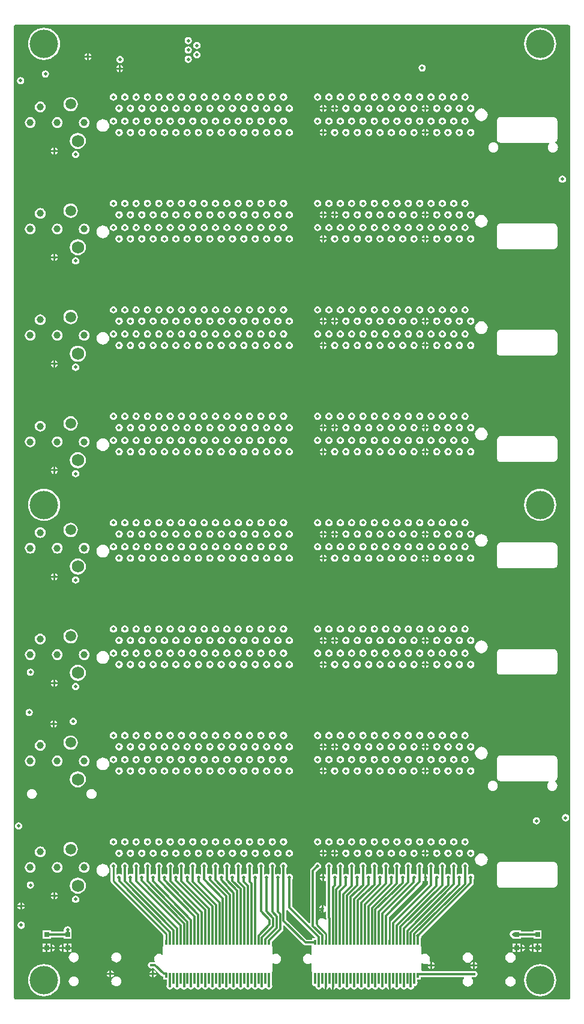
<source format=gbl>
G04*
G04 #@! TF.GenerationSoftware,Altium Limited,Altium Designer,19.1.6 (110)*
G04*
G04 Layer_Physical_Order=6*
G04 Layer_Color=16711680*
%FSLAX25Y25*%
%MOIN*%
G70*
G01*
G75*
%ADD11C,0.01000*%
%ADD45C,0.06890*%
%ADD46C,0.01181*%
%ADD47C,0.05906*%
%ADD48C,0.03937*%
%ADD49C,0.15748*%
%ADD50C,0.01968*%
%ADD51C,0.01575*%
%ADD52R,0.01181X0.02756*%
%ADD53R,0.02559X0.02756*%
G36*
X308439Y542287D02*
X308774Y542221D01*
X309090Y542090D01*
X309375Y541900D01*
X309616Y541658D01*
X309806Y541374D01*
X309937Y541058D01*
X310004Y540722D01*
X310004Y540551D01*
Y2362D01*
Y2095D01*
X309800Y1602D01*
X309422Y1224D01*
X308928Y1020D01*
X2095D01*
X1602Y1224D01*
X1224Y1602D01*
X1020Y2095D01*
Y2362D01*
Y540945D01*
X1020Y541212D01*
X1224Y541706D01*
X1602Y542083D01*
X2095Y542288D01*
X308268D01*
X308439Y542287D01*
D02*
G37*
%LPC*%
G36*
X97835Y535291D02*
X97060Y535137D01*
X96404Y534698D01*
X95965Y534042D01*
X95811Y533268D01*
X95965Y532493D01*
X96404Y531837D01*
X97060Y531399D01*
X97835Y531245D01*
X98609Y531399D01*
X99265Y531837D01*
X99704Y532493D01*
X99858Y533268D01*
X99704Y534042D01*
X99265Y534698D01*
X98609Y535137D01*
X97835Y535291D01*
D02*
G37*
G36*
X102657Y532633D02*
X101883Y532479D01*
X101227Y532041D01*
X100788Y531385D01*
X100634Y530610D01*
X100788Y529836D01*
X101227Y529180D01*
X101883Y528741D01*
X102657Y528587D01*
X103432Y528741D01*
X104088Y529180D01*
X104527Y529836D01*
X104681Y530610D01*
X104527Y531385D01*
X104088Y532041D01*
X103432Y532479D01*
X102657Y532633D01*
D02*
G37*
G36*
X97835Y530074D02*
X97060Y529920D01*
X96404Y529482D01*
X95965Y528825D01*
X95811Y528051D01*
X95965Y527277D01*
X96404Y526621D01*
X97060Y526182D01*
X97835Y526028D01*
X98609Y526182D01*
X99265Y526621D01*
X99704Y527277D01*
X99858Y528051D01*
X99704Y528825D01*
X99265Y529482D01*
X98609Y529920D01*
X97835Y530074D01*
D02*
G37*
G36*
X42626Y526333D02*
Y524909D01*
X44050D01*
X43995Y525184D01*
X43556Y525840D01*
X42900Y526279D01*
X42626Y526333D01*
D02*
G37*
G36*
X41626D02*
X41352Y526279D01*
X40695Y525840D01*
X40257Y525184D01*
X40202Y524909D01*
X41626D01*
Y526333D01*
D02*
G37*
G36*
X102657Y527515D02*
X101883Y527361D01*
X101227Y526923D01*
X100788Y526266D01*
X100634Y525492D01*
X100788Y524718D01*
X101227Y524062D01*
X101883Y523623D01*
X102657Y523469D01*
X103432Y523623D01*
X104088Y524062D01*
X104527Y524718D01*
X104681Y525492D01*
X104527Y526266D01*
X104088Y526923D01*
X103432Y527361D01*
X102657Y527515D01*
D02*
G37*
G36*
X293307Y540413D02*
X291567Y540242D01*
X289895Y539734D01*
X288353Y538910D01*
X287002Y537801D01*
X285893Y536450D01*
X285069Y534908D01*
X284561Y533236D01*
X284390Y531496D01*
X284561Y529756D01*
X285069Y528084D01*
X285893Y526542D01*
X287002Y525191D01*
X288353Y524082D01*
X289895Y523258D01*
X291567Y522751D01*
X293307Y522579D01*
X295047Y522751D01*
X296720Y523258D01*
X298261Y524082D01*
X299612Y525191D01*
X300721Y526542D01*
X301545Y528084D01*
X302053Y529756D01*
X302224Y531496D01*
X302053Y533236D01*
X301545Y534908D01*
X300721Y536450D01*
X299612Y537801D01*
X298261Y538910D01*
X296720Y539734D01*
X295047Y540242D01*
X293307Y540413D01*
D02*
G37*
G36*
X17717D02*
X15977Y540242D01*
X14304Y539734D01*
X12763Y538910D01*
X11411Y537801D01*
X10302Y536450D01*
X9478Y534908D01*
X8971Y533236D01*
X8800Y531496D01*
X8971Y529756D01*
X9478Y528084D01*
X10302Y526542D01*
X11411Y525191D01*
X12763Y524082D01*
X14304Y523258D01*
X15977Y522751D01*
X17717Y522579D01*
X19456Y522751D01*
X21129Y523258D01*
X22670Y524082D01*
X24022Y525191D01*
X25131Y526542D01*
X25955Y528084D01*
X26462Y529756D01*
X26634Y531496D01*
X26462Y533236D01*
X25955Y534908D01*
X25131Y536450D01*
X24022Y537801D01*
X22670Y538910D01*
X21129Y539734D01*
X19456Y540242D01*
X17717Y540413D01*
D02*
G37*
G36*
X44050Y523910D02*
X42626D01*
Y522486D01*
X42900Y522540D01*
X43556Y522979D01*
X43995Y523635D01*
X44050Y523910D01*
D02*
G37*
G36*
X41626D02*
X40202D01*
X40257Y523635D01*
X40695Y522979D01*
X41352Y522540D01*
X41626Y522486D01*
Y523910D01*
D02*
G37*
G36*
X97835Y524956D02*
X97060Y524802D01*
X96404Y524364D01*
X95965Y523707D01*
X95811Y522933D01*
X95965Y522159D01*
X96404Y521502D01*
X97060Y521064D01*
X97835Y520910D01*
X98609Y521064D01*
X99265Y521502D01*
X99704Y522159D01*
X99858Y522933D01*
X99704Y523707D01*
X99265Y524364D01*
X98609Y524802D01*
X97835Y524956D01*
D02*
G37*
G36*
X59941Y524858D02*
X59167Y524704D01*
X58510Y524265D01*
X58072Y523609D01*
X57918Y522835D01*
X58072Y522060D01*
X58510Y521404D01*
X59167Y520965D01*
X59941Y520812D01*
X60715Y520965D01*
X61371Y521404D01*
X61810Y522060D01*
X61964Y522835D01*
X61810Y523609D01*
X61371Y524265D01*
X60715Y524704D01*
X59941Y524858D01*
D02*
G37*
G36*
X60343Y519739D02*
Y518315D01*
X61766D01*
X61712Y518589D01*
X61273Y519245D01*
X60617Y519684D01*
X60343Y519739D01*
D02*
G37*
G36*
X59342D02*
X59068Y519684D01*
X58412Y519245D01*
X57973Y518589D01*
X57919Y518315D01*
X59342D01*
Y519739D01*
D02*
G37*
G36*
X227756Y520133D02*
X226982Y519979D01*
X226325Y519541D01*
X225887Y518885D01*
X225733Y518110D01*
X225887Y517336D01*
X226325Y516680D01*
X226982Y516241D01*
X227756Y516087D01*
X228530Y516241D01*
X229187Y516680D01*
X229625Y517336D01*
X229779Y518110D01*
X229625Y518885D01*
X229187Y519541D01*
X228530Y519979D01*
X227756Y520133D01*
D02*
G37*
G36*
X61766Y517315D02*
X60343D01*
Y515891D01*
X60617Y515946D01*
X61273Y516384D01*
X61712Y517041D01*
X61766Y517315D01*
D02*
G37*
G36*
X59342D02*
X57919D01*
X57973Y517041D01*
X58412Y516384D01*
X59068Y515946D01*
X59342Y515891D01*
Y517315D01*
D02*
G37*
G36*
X18504Y516787D02*
X17730Y516633D01*
X17073Y516194D01*
X16635Y515538D01*
X16481Y514764D01*
X16635Y513990D01*
X17073Y513333D01*
X17730Y512895D01*
X18504Y512741D01*
X19278Y512895D01*
X19934Y513333D01*
X20373Y513990D01*
X20527Y514764D01*
X20373Y515538D01*
X19934Y516194D01*
X19278Y516633D01*
X18504Y516787D01*
D02*
G37*
G36*
X4724Y513047D02*
X3950Y512893D01*
X3294Y512454D01*
X2855Y511798D01*
X2701Y511024D01*
X2855Y510249D01*
X3294Y509593D01*
X3950Y509155D01*
X4724Y509000D01*
X5499Y509155D01*
X6155Y509593D01*
X6594Y510249D01*
X6747Y511024D01*
X6594Y511798D01*
X6155Y512454D01*
X5499Y512893D01*
X4724Y513047D01*
D02*
G37*
G36*
X251574Y503989D02*
X250800Y503835D01*
X250143Y503397D01*
X249705Y502740D01*
X249551Y501966D01*
X249705Y501192D01*
X250143Y500535D01*
X250800Y500097D01*
X251574Y499943D01*
X252348Y500097D01*
X253005Y500535D01*
X253443Y501192D01*
X253597Y501966D01*
X253443Y502740D01*
X253005Y503397D01*
X252348Y503835D01*
X251574Y503989D01*
D02*
G37*
G36*
X245275D02*
X244501Y503835D01*
X243844Y503397D01*
X243406Y502740D01*
X243252Y501966D01*
X243406Y501192D01*
X243844Y500535D01*
X244501Y500097D01*
X245275Y499943D01*
X246049Y500097D01*
X246705Y500535D01*
X247144Y501192D01*
X247298Y501966D01*
X247144Y502740D01*
X246705Y503397D01*
X246049Y503835D01*
X245275Y503989D01*
D02*
G37*
G36*
X238976D02*
X238201Y503835D01*
X237545Y503397D01*
X237106Y502740D01*
X236952Y501966D01*
X237106Y501192D01*
X237545Y500535D01*
X238201Y500097D01*
X238976Y499943D01*
X239750Y500097D01*
X240406Y500535D01*
X240845Y501192D01*
X240999Y501966D01*
X240845Y502740D01*
X240406Y503397D01*
X239750Y503835D01*
X238976Y503989D01*
D02*
G37*
G36*
X232676D02*
X231902Y503835D01*
X231246Y503397D01*
X230807Y502740D01*
X230653Y501966D01*
X230807Y501192D01*
X231246Y500535D01*
X231902Y500097D01*
X232676Y499943D01*
X233451Y500097D01*
X234107Y500535D01*
X234545Y501192D01*
X234700Y501966D01*
X234545Y502740D01*
X234107Y503397D01*
X233451Y503835D01*
X232676Y503989D01*
D02*
G37*
G36*
X226377D02*
X225603Y503835D01*
X224947Y503397D01*
X224508Y502740D01*
X224354Y501966D01*
X224508Y501192D01*
X224947Y500535D01*
X225603Y500097D01*
X226377Y499943D01*
X227151Y500097D01*
X227808Y500535D01*
X228246Y501192D01*
X228400Y501966D01*
X228246Y502740D01*
X227808Y503397D01*
X227151Y503835D01*
X226377Y503989D01*
D02*
G37*
G36*
X220078D02*
X219304Y503835D01*
X218647Y503397D01*
X218209Y502740D01*
X218055Y501966D01*
X218209Y501192D01*
X218647Y500535D01*
X219304Y500097D01*
X220078Y499943D01*
X220852Y500097D01*
X221509Y500535D01*
X221947Y501192D01*
X222101Y501966D01*
X221947Y502740D01*
X221509Y503397D01*
X220852Y503835D01*
X220078Y503989D01*
D02*
G37*
G36*
X213779D02*
X213004Y503835D01*
X212348Y503397D01*
X211910Y502740D01*
X211756Y501966D01*
X211910Y501192D01*
X212348Y500535D01*
X213004Y500097D01*
X213779Y499943D01*
X214553Y500097D01*
X215209Y500535D01*
X215648Y501192D01*
X215802Y501966D01*
X215648Y502740D01*
X215209Y503397D01*
X214553Y503835D01*
X213779Y503989D01*
D02*
G37*
G36*
X207480D02*
X206705Y503835D01*
X206049Y503397D01*
X205610Y502740D01*
X205456Y501966D01*
X205610Y501192D01*
X206049Y500535D01*
X206705Y500097D01*
X207480Y499943D01*
X208254Y500097D01*
X208910Y500535D01*
X209349Y501192D01*
X209503Y501966D01*
X209349Y502740D01*
X208910Y503397D01*
X208254Y503835D01*
X207480Y503989D01*
D02*
G37*
G36*
X201180D02*
X200406Y503835D01*
X199750Y503397D01*
X199311Y502740D01*
X199157Y501966D01*
X199311Y501192D01*
X199750Y500535D01*
X200406Y500097D01*
X201180Y499943D01*
X201955Y500097D01*
X202611Y500535D01*
X203049Y501192D01*
X203203Y501966D01*
X203049Y502740D01*
X202611Y503397D01*
X201955Y503835D01*
X201180Y503989D01*
D02*
G37*
G36*
X194881D02*
X194107Y503835D01*
X193450Y503397D01*
X193012Y502740D01*
X192858Y501966D01*
X193012Y501192D01*
X193450Y500535D01*
X194107Y500097D01*
X194881Y499943D01*
X195655Y500097D01*
X196312Y500535D01*
X196750Y501192D01*
X196904Y501966D01*
X196750Y502740D01*
X196312Y503397D01*
X195655Y503835D01*
X194881Y503989D01*
D02*
G37*
G36*
X188582D02*
X187808Y503835D01*
X187151Y503397D01*
X186713Y502740D01*
X186559Y501966D01*
X186713Y501192D01*
X187151Y500535D01*
X187808Y500097D01*
X188582Y499943D01*
X189356Y500097D01*
X190012Y500535D01*
X190451Y501192D01*
X190605Y501966D01*
X190451Y502740D01*
X190012Y503397D01*
X189356Y503835D01*
X188582Y503989D01*
D02*
G37*
G36*
X182283D02*
X181508Y503835D01*
X180852Y503397D01*
X180413Y502740D01*
X180260Y501966D01*
X180413Y501192D01*
X180852Y500535D01*
X181508Y500097D01*
X182283Y499943D01*
X183057Y500097D01*
X183713Y500535D01*
X184152Y501192D01*
X184306Y501966D01*
X184152Y502740D01*
X183713Y503397D01*
X183057Y503835D01*
X182283Y503989D01*
D02*
G37*
G36*
X175983D02*
X175209Y503835D01*
X174553Y503397D01*
X174114Y502740D01*
X173960Y501966D01*
X174114Y501192D01*
X174553Y500535D01*
X175209Y500097D01*
X175983Y499943D01*
X176758Y500097D01*
X177414Y500535D01*
X177852Y501192D01*
X178006Y501966D01*
X177852Y502740D01*
X177414Y503397D01*
X176758Y503835D01*
X175983Y503989D01*
D02*
G37*
G36*
X169684D02*
X168910Y503835D01*
X168254Y503397D01*
X167815Y502740D01*
X167661Y501966D01*
X167815Y501192D01*
X168254Y500535D01*
X168910Y500097D01*
X169684Y499943D01*
X170458Y500097D01*
X171115Y500535D01*
X171553Y501192D01*
X171707Y501966D01*
X171553Y502740D01*
X171115Y503397D01*
X170458Y503835D01*
X169684Y503989D01*
D02*
G37*
G36*
X150787D02*
X150012Y503835D01*
X149356Y503397D01*
X148917Y502740D01*
X148763Y501966D01*
X148917Y501192D01*
X149356Y500535D01*
X150012Y500097D01*
X150787Y499943D01*
X151561Y500097D01*
X152217Y500535D01*
X152656Y501192D01*
X152810Y501966D01*
X152656Y502740D01*
X152217Y503397D01*
X151561Y503835D01*
X150787Y503989D01*
D02*
G37*
G36*
X144487D02*
X143713Y503835D01*
X143057Y503397D01*
X142618Y502740D01*
X142464Y501966D01*
X142618Y501192D01*
X143057Y500535D01*
X143713Y500097D01*
X144487Y499943D01*
X145262Y500097D01*
X145918Y500535D01*
X146356Y501192D01*
X146511Y501966D01*
X146356Y502740D01*
X145918Y503397D01*
X145262Y503835D01*
X144487Y503989D01*
D02*
G37*
G36*
X138188D02*
X137414Y503835D01*
X136758Y503397D01*
X136319Y502740D01*
X136165Y501966D01*
X136319Y501192D01*
X136758Y500535D01*
X137414Y500097D01*
X138188Y499943D01*
X138962Y500097D01*
X139619Y500535D01*
X140057Y501192D01*
X140211Y501966D01*
X140057Y502740D01*
X139619Y503397D01*
X138962Y503835D01*
X138188Y503989D01*
D02*
G37*
G36*
X131889D02*
X131115Y503835D01*
X130458Y503397D01*
X130020Y502740D01*
X129866Y501966D01*
X130020Y501192D01*
X130458Y500535D01*
X131115Y500097D01*
X131889Y499943D01*
X132663Y500097D01*
X133319Y500535D01*
X133758Y501192D01*
X133912Y501966D01*
X133758Y502740D01*
X133319Y503397D01*
X132663Y503835D01*
X131889Y503989D01*
D02*
G37*
G36*
X125590D02*
X124815Y503835D01*
X124159Y503397D01*
X123721Y502740D01*
X123567Y501966D01*
X123721Y501192D01*
X124159Y500535D01*
X124815Y500097D01*
X125590Y499943D01*
X126364Y500097D01*
X127020Y500535D01*
X127459Y501192D01*
X127613Y501966D01*
X127459Y502740D01*
X127020Y503397D01*
X126364Y503835D01*
X125590Y503989D01*
D02*
G37*
G36*
X119290D02*
X118516Y503835D01*
X117860Y503397D01*
X117421Y502740D01*
X117267Y501966D01*
X117421Y501192D01*
X117860Y500535D01*
X118516Y500097D01*
X119290Y499943D01*
X120065Y500097D01*
X120721Y500535D01*
X121160Y501192D01*
X121314Y501966D01*
X121160Y502740D01*
X120721Y503397D01*
X120065Y503835D01*
X119290Y503989D01*
D02*
G37*
G36*
X112991D02*
X112217Y503835D01*
X111561Y503397D01*
X111122Y502740D01*
X110968Y501966D01*
X111122Y501192D01*
X111561Y500535D01*
X112217Y500097D01*
X112991Y499943D01*
X113766Y500097D01*
X114422Y500535D01*
X114860Y501192D01*
X115014Y501966D01*
X114860Y502740D01*
X114422Y503397D01*
X113766Y503835D01*
X112991Y503989D01*
D02*
G37*
G36*
X106692D02*
X105918Y503835D01*
X105262Y503397D01*
X104823Y502740D01*
X104669Y501966D01*
X104823Y501192D01*
X105262Y500535D01*
X105918Y500097D01*
X106692Y499943D01*
X107466Y500097D01*
X108123Y500535D01*
X108561Y501192D01*
X108715Y501966D01*
X108561Y502740D01*
X108123Y503397D01*
X107466Y503835D01*
X106692Y503989D01*
D02*
G37*
G36*
X100393D02*
X99619Y503835D01*
X98962Y503397D01*
X98524Y502740D01*
X98370Y501966D01*
X98524Y501192D01*
X98962Y500535D01*
X99619Y500097D01*
X100393Y499943D01*
X101167Y500097D01*
X101823Y500535D01*
X102262Y501192D01*
X102416Y501966D01*
X102262Y502740D01*
X101823Y503397D01*
X101167Y503835D01*
X100393Y503989D01*
D02*
G37*
G36*
X94094D02*
X93319Y503835D01*
X92663Y503397D01*
X92225Y502740D01*
X92071Y501966D01*
X92225Y501192D01*
X92663Y500535D01*
X93319Y500097D01*
X94094Y499943D01*
X94868Y500097D01*
X95524Y500535D01*
X95963Y501192D01*
X96117Y501966D01*
X95963Y502740D01*
X95524Y503397D01*
X94868Y503835D01*
X94094Y503989D01*
D02*
G37*
G36*
X87794D02*
X87020Y503835D01*
X86364Y503397D01*
X85925Y502740D01*
X85771Y501966D01*
X85925Y501192D01*
X86364Y500535D01*
X87020Y500097D01*
X87794Y499943D01*
X88569Y500097D01*
X89225Y500535D01*
X89664Y501192D01*
X89818Y501966D01*
X89664Y502740D01*
X89225Y503397D01*
X88569Y503835D01*
X87794Y503989D01*
D02*
G37*
G36*
X81495D02*
X80721Y503835D01*
X80065Y503397D01*
X79626Y502740D01*
X79472Y501966D01*
X79626Y501192D01*
X80065Y500535D01*
X80721Y500097D01*
X81495Y499943D01*
X82269Y500097D01*
X82926Y500535D01*
X83364Y501192D01*
X83518Y501966D01*
X83364Y502740D01*
X82926Y503397D01*
X82269Y503835D01*
X81495Y503989D01*
D02*
G37*
G36*
X75196D02*
X74422Y503835D01*
X73765Y503397D01*
X73327Y502740D01*
X73173Y501966D01*
X73327Y501192D01*
X73765Y500535D01*
X74422Y500097D01*
X75196Y499943D01*
X75970Y500097D01*
X76627Y500535D01*
X77065Y501192D01*
X77219Y501966D01*
X77065Y502740D01*
X76627Y503397D01*
X75970Y503835D01*
X75196Y503989D01*
D02*
G37*
G36*
X68897D02*
X68123Y503835D01*
X67466Y503397D01*
X67028Y502740D01*
X66874Y501966D01*
X67028Y501192D01*
X67466Y500535D01*
X68123Y500097D01*
X68897Y499943D01*
X69671Y500097D01*
X70327Y500535D01*
X70766Y501192D01*
X70920Y501966D01*
X70766Y502740D01*
X70327Y503397D01*
X69671Y503835D01*
X68897Y503989D01*
D02*
G37*
G36*
X62598D02*
X61823Y503835D01*
X61167Y503397D01*
X60729Y502740D01*
X60575Y501966D01*
X60729Y501192D01*
X61167Y500535D01*
X61823Y500097D01*
X62598Y499943D01*
X63372Y500097D01*
X64028Y500535D01*
X64467Y501192D01*
X64621Y501966D01*
X64467Y502740D01*
X64028Y503397D01*
X63372Y503835D01*
X62598Y503989D01*
D02*
G37*
G36*
X56298D02*
X55524Y503835D01*
X54868Y503397D01*
X54429Y502740D01*
X54275Y501966D01*
X54429Y501192D01*
X54868Y500535D01*
X55524Y500097D01*
X56298Y499943D01*
X57073Y500097D01*
X57729Y500535D01*
X58167Y501192D01*
X58321Y501966D01*
X58167Y502740D01*
X57729Y503397D01*
X57073Y503835D01*
X56298Y503989D01*
D02*
G37*
G36*
X230028Y497590D02*
Y496167D01*
X231451D01*
X231397Y496441D01*
X230958Y497097D01*
X230302Y497536D01*
X230028Y497590D01*
D02*
G37*
G36*
X229028D02*
X228753Y497536D01*
X228097Y497097D01*
X227658Y496441D01*
X227604Y496167D01*
X229028D01*
Y497590D01*
D02*
G37*
G36*
X179634D02*
Y496167D01*
X181058D01*
X181003Y496441D01*
X180564Y497097D01*
X179908Y497536D01*
X179634Y497590D01*
D02*
G37*
G36*
X178634D02*
X178360Y497536D01*
X177703Y497097D01*
X177265Y496441D01*
X177210Y496167D01*
X178634D01*
Y497590D01*
D02*
G37*
G36*
X173335D02*
Y496167D01*
X174758D01*
X174704Y496441D01*
X174265Y497097D01*
X173609Y497536D01*
X173335Y497590D01*
D02*
G37*
G36*
X172335D02*
X172060Y497536D01*
X171404Y497097D01*
X170966Y496441D01*
X170911Y496167D01*
X172335D01*
Y497590D01*
D02*
G37*
G36*
X32559Y501977D02*
X31527Y501841D01*
X30565Y501442D01*
X29739Y500809D01*
X29106Y499983D01*
X28708Y499022D01*
X28572Y497990D01*
X28708Y496958D01*
X29106Y495996D01*
X29739Y495171D01*
X30565Y494537D01*
X31527Y494139D01*
X32559Y494003D01*
X33590Y494139D01*
X34552Y494537D01*
X35378Y495171D01*
X36011Y495996D01*
X36410Y496958D01*
X36546Y497990D01*
X36410Y499022D01*
X36011Y499983D01*
X35378Y500809D01*
X34552Y501442D01*
X33590Y501841D01*
X32559Y501977D01*
D02*
G37*
G36*
X231451Y495167D02*
X230028D01*
Y493743D01*
X230302Y493798D01*
X230958Y494236D01*
X231397Y494893D01*
X231451Y495167D01*
D02*
G37*
G36*
X229028D02*
X227604D01*
X227658Y494893D01*
X228097Y494236D01*
X228753Y493798D01*
X229028Y493743D01*
Y495167D01*
D02*
G37*
G36*
X181058D02*
X179634D01*
Y493743D01*
X179908Y493798D01*
X180564Y494236D01*
X181003Y494893D01*
X181058Y495167D01*
D02*
G37*
G36*
X178634D02*
X177210D01*
X177265Y494893D01*
X177703Y494236D01*
X178360Y493798D01*
X178634Y493743D01*
Y495167D01*
D02*
G37*
G36*
X174758D02*
X173335D01*
Y493743D01*
X173609Y493798D01*
X174265Y494236D01*
X174704Y494893D01*
X174758Y495167D01*
D02*
G37*
G36*
X172335D02*
X170911D01*
X170966Y494893D01*
X171404Y494236D01*
X172060Y493798D01*
X172335Y493743D01*
Y495167D01*
D02*
G37*
G36*
X254724Y497690D02*
X253950Y497536D01*
X253294Y497097D01*
X252855Y496441D01*
X252701Y495667D01*
X252855Y494893D01*
X253294Y494236D01*
X253950Y493798D01*
X254724Y493644D01*
X255499Y493798D01*
X256155Y494236D01*
X256593Y494893D01*
X256748Y495667D01*
X256593Y496441D01*
X256155Y497097D01*
X255499Y497536D01*
X254724Y497690D01*
D02*
G37*
G36*
X248425D02*
X247651Y497536D01*
X246995Y497097D01*
X246556Y496441D01*
X246402Y495667D01*
X246556Y494893D01*
X246995Y494236D01*
X247651Y493798D01*
X248425Y493644D01*
X249199Y493798D01*
X249856Y494236D01*
X250294Y494893D01*
X250448Y495667D01*
X250294Y496441D01*
X249856Y497097D01*
X249199Y497536D01*
X248425Y497690D01*
D02*
G37*
G36*
X242126D02*
X241352Y497536D01*
X240695Y497097D01*
X240257Y496441D01*
X240103Y495667D01*
X240257Y494893D01*
X240695Y494236D01*
X241352Y493798D01*
X242126Y493644D01*
X242900Y493798D01*
X243556Y494236D01*
X243995Y494893D01*
X244149Y495667D01*
X243995Y496441D01*
X243556Y497097D01*
X242900Y497536D01*
X242126Y497690D01*
D02*
G37*
G36*
X235827D02*
X235052Y497536D01*
X234396Y497097D01*
X233958Y496441D01*
X233804Y495667D01*
X233958Y494893D01*
X234396Y494236D01*
X235052Y493798D01*
X235827Y493644D01*
X236601Y493798D01*
X237257Y494236D01*
X237696Y494893D01*
X237850Y495667D01*
X237696Y496441D01*
X237257Y497097D01*
X236601Y497536D01*
X235827Y497690D01*
D02*
G37*
G36*
X223228D02*
X222454Y497536D01*
X221798Y497097D01*
X221359Y496441D01*
X221205Y495667D01*
X221359Y494893D01*
X221798Y494236D01*
X222454Y493798D01*
X223228Y493644D01*
X224003Y493798D01*
X224659Y494236D01*
X225097Y494893D01*
X225251Y495667D01*
X225097Y496441D01*
X224659Y497097D01*
X224003Y497536D01*
X223228Y497690D01*
D02*
G37*
G36*
X216929D02*
X216155Y497536D01*
X215498Y497097D01*
X215060Y496441D01*
X214906Y495667D01*
X215060Y494893D01*
X215498Y494236D01*
X216155Y493798D01*
X216929Y493644D01*
X217703Y493798D01*
X218360Y494236D01*
X218798Y494893D01*
X218952Y495667D01*
X218798Y496441D01*
X218360Y497097D01*
X217703Y497536D01*
X216929Y497690D01*
D02*
G37*
G36*
X210630D02*
X209856Y497536D01*
X209199Y497097D01*
X208761Y496441D01*
X208607Y495667D01*
X208761Y494893D01*
X209199Y494236D01*
X209856Y493798D01*
X210630Y493644D01*
X211404Y493798D01*
X212060Y494236D01*
X212499Y494893D01*
X212653Y495667D01*
X212499Y496441D01*
X212060Y497097D01*
X211404Y497536D01*
X210630Y497690D01*
D02*
G37*
G36*
X204331D02*
X203556Y497536D01*
X202900Y497097D01*
X202462Y496441D01*
X202308Y495667D01*
X202462Y494893D01*
X202900Y494236D01*
X203556Y493798D01*
X204331Y493644D01*
X205105Y493798D01*
X205761Y494236D01*
X206200Y494893D01*
X206354Y495667D01*
X206200Y496441D01*
X205761Y497097D01*
X205105Y497536D01*
X204331Y497690D01*
D02*
G37*
G36*
X198031D02*
X197257Y497536D01*
X196601Y497097D01*
X196162Y496441D01*
X196008Y495667D01*
X196162Y494893D01*
X196601Y494236D01*
X197257Y493798D01*
X198031Y493644D01*
X198806Y493798D01*
X199462Y494236D01*
X199901Y494893D01*
X200055Y495667D01*
X199901Y496441D01*
X199462Y497097D01*
X198806Y497536D01*
X198031Y497690D01*
D02*
G37*
G36*
X191732D02*
X190958Y497536D01*
X190302Y497097D01*
X189863Y496441D01*
X189709Y495667D01*
X189863Y494893D01*
X190302Y494236D01*
X190958Y493798D01*
X191732Y493644D01*
X192506Y493798D01*
X193163Y494236D01*
X193601Y494893D01*
X193755Y495667D01*
X193601Y496441D01*
X193163Y497097D01*
X192506Y497536D01*
X191732Y497690D01*
D02*
G37*
G36*
X185433D02*
X184659Y497536D01*
X184002Y497097D01*
X183564Y496441D01*
X183410Y495667D01*
X183564Y494893D01*
X184002Y494236D01*
X184659Y493798D01*
X185433Y493644D01*
X186207Y493798D01*
X186864Y494236D01*
X187302Y494893D01*
X187456Y495667D01*
X187302Y496441D01*
X186864Y497097D01*
X186207Y497536D01*
X185433Y497690D01*
D02*
G37*
G36*
X153937D02*
X153163Y497536D01*
X152506Y497097D01*
X152068Y496441D01*
X151914Y495667D01*
X152068Y494893D01*
X152506Y494236D01*
X153163Y493798D01*
X153937Y493644D01*
X154711Y493798D01*
X155368Y494236D01*
X155806Y494893D01*
X155960Y495667D01*
X155806Y496441D01*
X155368Y497097D01*
X154711Y497536D01*
X153937Y497690D01*
D02*
G37*
G36*
X147638D02*
X146863Y497536D01*
X146207Y497097D01*
X145769Y496441D01*
X145615Y495667D01*
X145769Y494893D01*
X146207Y494236D01*
X146863Y493798D01*
X147638Y493644D01*
X148412Y493798D01*
X149068Y494236D01*
X149507Y494893D01*
X149661Y495667D01*
X149507Y496441D01*
X149068Y497097D01*
X148412Y497536D01*
X147638Y497690D01*
D02*
G37*
G36*
X141339D02*
X140564Y497536D01*
X139908Y497097D01*
X139469Y496441D01*
X139315Y495667D01*
X139469Y494893D01*
X139908Y494236D01*
X140564Y493798D01*
X141339Y493644D01*
X142113Y493798D01*
X142769Y494236D01*
X143208Y494893D01*
X143362Y495667D01*
X143208Y496441D01*
X142769Y497097D01*
X142113Y497536D01*
X141339Y497690D01*
D02*
G37*
G36*
X135039D02*
X134265Y497536D01*
X133609Y497097D01*
X133170Y496441D01*
X133016Y495667D01*
X133170Y494893D01*
X133609Y494236D01*
X134265Y493798D01*
X135039Y493644D01*
X135813Y493798D01*
X136470Y494236D01*
X136908Y494893D01*
X137062Y495667D01*
X136908Y496441D01*
X136470Y497097D01*
X135813Y497536D01*
X135039Y497690D01*
D02*
G37*
G36*
X128740D02*
X127966Y497536D01*
X127310Y497097D01*
X126871Y496441D01*
X126717Y495667D01*
X126871Y494893D01*
X127310Y494236D01*
X127966Y493798D01*
X128740Y493644D01*
X129514Y493798D01*
X130171Y494236D01*
X130609Y494893D01*
X130763Y495667D01*
X130609Y496441D01*
X130171Y497097D01*
X129514Y497536D01*
X128740Y497690D01*
D02*
G37*
G36*
X122441D02*
X121667Y497536D01*
X121010Y497097D01*
X120572Y496441D01*
X120418Y495667D01*
X120572Y494893D01*
X121010Y494236D01*
X121667Y493798D01*
X122441Y493644D01*
X123215Y493798D01*
X123872Y494236D01*
X124310Y494893D01*
X124464Y495667D01*
X124310Y496441D01*
X123872Y497097D01*
X123215Y497536D01*
X122441Y497690D01*
D02*
G37*
G36*
X116142D02*
X115367Y497536D01*
X114711Y497097D01*
X114273Y496441D01*
X114119Y495667D01*
X114273Y494893D01*
X114711Y494236D01*
X115367Y493798D01*
X116142Y493644D01*
X116916Y493798D01*
X117572Y494236D01*
X118011Y494893D01*
X118165Y495667D01*
X118011Y496441D01*
X117572Y497097D01*
X116916Y497536D01*
X116142Y497690D01*
D02*
G37*
G36*
X109843D02*
X109068Y497536D01*
X108412Y497097D01*
X107973Y496441D01*
X107819Y495667D01*
X107973Y494893D01*
X108412Y494236D01*
X109068Y493798D01*
X109843Y493644D01*
X110617Y493798D01*
X111273Y494236D01*
X111712Y494893D01*
X111866Y495667D01*
X111712Y496441D01*
X111273Y497097D01*
X110617Y497536D01*
X109843Y497690D01*
D02*
G37*
G36*
X103543D02*
X102769Y497536D01*
X102113Y497097D01*
X101674Y496441D01*
X101520Y495667D01*
X101674Y494893D01*
X102113Y494236D01*
X102769Y493798D01*
X103543Y493644D01*
X104317Y493798D01*
X104974Y494236D01*
X105412Y494893D01*
X105566Y495667D01*
X105412Y496441D01*
X104974Y497097D01*
X104317Y497536D01*
X103543Y497690D01*
D02*
G37*
G36*
X97244D02*
X96470Y497536D01*
X95814Y497097D01*
X95375Y496441D01*
X95221Y495667D01*
X95375Y494893D01*
X95814Y494236D01*
X96470Y493798D01*
X97244Y493644D01*
X98018Y493798D01*
X98675Y494236D01*
X99113Y494893D01*
X99267Y495667D01*
X99113Y496441D01*
X98675Y497097D01*
X98018Y497536D01*
X97244Y497690D01*
D02*
G37*
G36*
X90945D02*
X90171Y497536D01*
X89514Y497097D01*
X89076Y496441D01*
X88922Y495667D01*
X89076Y494893D01*
X89514Y494236D01*
X90171Y493798D01*
X90945Y493644D01*
X91719Y493798D01*
X92375Y494236D01*
X92814Y494893D01*
X92968Y495667D01*
X92814Y496441D01*
X92375Y497097D01*
X91719Y497536D01*
X90945Y497690D01*
D02*
G37*
G36*
X84646D02*
X83871Y497536D01*
X83215Y497097D01*
X82776Y496441D01*
X82622Y495667D01*
X82776Y494893D01*
X83215Y494236D01*
X83871Y493798D01*
X84646Y493644D01*
X85420Y493798D01*
X86076Y494236D01*
X86515Y494893D01*
X86669Y495667D01*
X86515Y496441D01*
X86076Y497097D01*
X85420Y497536D01*
X84646Y497690D01*
D02*
G37*
G36*
X78346D02*
X77572Y497536D01*
X76916Y497097D01*
X76477Y496441D01*
X76323Y495667D01*
X76477Y494893D01*
X76916Y494236D01*
X77572Y493798D01*
X78346Y493644D01*
X79121Y493798D01*
X79777Y494236D01*
X80216Y494893D01*
X80370Y495667D01*
X80216Y496441D01*
X79777Y497097D01*
X79121Y497536D01*
X78346Y497690D01*
D02*
G37*
G36*
X72047D02*
X71273Y497536D01*
X70617Y497097D01*
X70178Y496441D01*
X70024Y495667D01*
X70178Y494893D01*
X70617Y494236D01*
X71273Y493798D01*
X72047Y493644D01*
X72821Y493798D01*
X73478Y494236D01*
X73916Y494893D01*
X74070Y495667D01*
X73916Y496441D01*
X73478Y497097D01*
X72821Y497536D01*
X72047Y497690D01*
D02*
G37*
G36*
X65748D02*
X64974Y497536D01*
X64317Y497097D01*
X63879Y496441D01*
X63725Y495667D01*
X63879Y494893D01*
X64317Y494236D01*
X64974Y493798D01*
X65748Y493644D01*
X66522Y493798D01*
X67178Y494236D01*
X67617Y494893D01*
X67771Y495667D01*
X67617Y496441D01*
X67178Y497097D01*
X66522Y497536D01*
X65748Y497690D01*
D02*
G37*
G36*
X59449D02*
X58675Y497536D01*
X58018Y497097D01*
X57580Y496441D01*
X57426Y495667D01*
X57580Y494893D01*
X58018Y494236D01*
X58675Y493798D01*
X59449Y493644D01*
X60223Y493798D01*
X60879Y494236D01*
X61318Y494893D01*
X61472Y495667D01*
X61318Y496441D01*
X60879Y497097D01*
X60223Y497536D01*
X59449Y497690D01*
D02*
G37*
G36*
X15630Y499450D02*
X14854Y499348D01*
X14132Y499049D01*
X13512Y498573D01*
X13036Y497953D01*
X12737Y497231D01*
X12635Y496456D01*
X12737Y495681D01*
X13036Y494959D01*
X13512Y494339D01*
X14132Y493863D01*
X14854Y493564D01*
X15630Y493462D01*
X16404Y493564D01*
X17127Y493863D01*
X17747Y494339D01*
X18223Y494959D01*
X18522Y495681D01*
X18624Y496456D01*
X18522Y497231D01*
X18223Y497953D01*
X17747Y498573D01*
X17127Y499049D01*
X16404Y499348D01*
X15630Y499450D01*
D02*
G37*
G36*
X300719Y490920D02*
X300451Y490920D01*
X271398Y490920D01*
X271398Y490920D01*
X271164Y490920D01*
X270774Y490842D01*
X270774Y490842D01*
X270774Y490842D01*
X270343Y490663D01*
X270012Y490442D01*
X269682Y490112D01*
X269461Y489781D01*
X269282Y489350D01*
X269204Y488959D01*
Y478789D01*
X269204Y478789D01*
X269204Y478557D01*
X269282Y478167D01*
X269459Y477739D01*
X269680Y477408D01*
X270008Y477080D01*
X270339Y476859D01*
X270767Y476682D01*
X271157Y476604D01*
X271389D01*
X298392Y476604D01*
X298562Y476104D01*
X298417Y475992D01*
X297973Y475414D01*
X297693Y474739D01*
X297598Y474016D01*
X297693Y473292D01*
X297973Y472618D01*
X298417Y472039D01*
X298996Y471595D01*
X299670Y471315D01*
X300394Y471220D01*
X301117Y471315D01*
X301792Y471595D01*
X302371Y472039D01*
X302815Y472618D01*
X303094Y473292D01*
X303189Y474016D01*
X303094Y474739D01*
X302815Y475414D01*
X302371Y475992D01*
X301792Y476437D01*
X301778Y476442D01*
X301769Y476465D01*
X301764Y476989D01*
X301939Y477106D01*
X302316Y477483D01*
X302537Y477814D01*
X302741Y478306D01*
X302741Y478306D01*
X302818Y478696D01*
X302818Y488553D01*
X302818Y488553D01*
X302818Y488553D01*
X302818Y488821D01*
X302741Y489212D01*
X302535Y489707D01*
X302535Y489707D01*
X302314Y490037D01*
X301935Y490416D01*
X301604Y490637D01*
X301109Y490842D01*
X300719Y490920D01*
D02*
G37*
G36*
X260630Y495654D02*
X259716Y495534D01*
X258864Y495181D01*
X258133Y494620D01*
X257572Y493889D01*
X257220Y493037D01*
X257099Y492124D01*
X257220Y491210D01*
X257572Y490358D01*
X258133Y489627D01*
X258864Y489066D01*
X259716Y488714D01*
X260630Y488593D01*
X261543Y488714D01*
X262395Y489066D01*
X263126Y489627D01*
X263687Y490358D01*
X264039Y491210D01*
X264160Y492124D01*
X264039Y493037D01*
X263687Y493889D01*
X263126Y494620D01*
X262395Y495181D01*
X261543Y495534D01*
X260630Y495654D01*
D02*
G37*
G36*
X251574Y490603D02*
X250800Y490449D01*
X250143Y490011D01*
X249705Y489355D01*
X249551Y488580D01*
X249705Y487806D01*
X250143Y487150D01*
X250800Y486711D01*
X251574Y486557D01*
X252348Y486711D01*
X253005Y487150D01*
X253443Y487806D01*
X253597Y488580D01*
X253443Y489355D01*
X253005Y490011D01*
X252348Y490449D01*
X251574Y490603D01*
D02*
G37*
G36*
X245275D02*
X244501Y490449D01*
X243844Y490011D01*
X243406Y489355D01*
X243252Y488580D01*
X243406Y487806D01*
X243844Y487150D01*
X244501Y486711D01*
X245275Y486557D01*
X246049Y486711D01*
X246705Y487150D01*
X247144Y487806D01*
X247298Y488580D01*
X247144Y489355D01*
X246705Y490011D01*
X246049Y490449D01*
X245275Y490603D01*
D02*
G37*
G36*
X238976D02*
X238201Y490449D01*
X237545Y490011D01*
X237106Y489355D01*
X236952Y488580D01*
X237106Y487806D01*
X237545Y487150D01*
X238201Y486711D01*
X238976Y486557D01*
X239750Y486711D01*
X240406Y487150D01*
X240845Y487806D01*
X240999Y488580D01*
X240845Y489355D01*
X240406Y490011D01*
X239750Y490449D01*
X238976Y490603D01*
D02*
G37*
G36*
X232676D02*
X231902Y490449D01*
X231246Y490011D01*
X230807Y489355D01*
X230653Y488580D01*
X230807Y487806D01*
X231246Y487150D01*
X231902Y486711D01*
X232676Y486557D01*
X233451Y486711D01*
X234107Y487150D01*
X234545Y487806D01*
X234700Y488580D01*
X234545Y489355D01*
X234107Y490011D01*
X233451Y490449D01*
X232676Y490603D01*
D02*
G37*
G36*
X226377D02*
X225603Y490449D01*
X224947Y490011D01*
X224508Y489355D01*
X224354Y488580D01*
X224508Y487806D01*
X224947Y487150D01*
X225603Y486711D01*
X226377Y486557D01*
X227151Y486711D01*
X227808Y487150D01*
X228246Y487806D01*
X228400Y488580D01*
X228246Y489355D01*
X227808Y490011D01*
X227151Y490449D01*
X226377Y490603D01*
D02*
G37*
G36*
X220078D02*
X219304Y490449D01*
X218647Y490011D01*
X218209Y489355D01*
X218055Y488580D01*
X218209Y487806D01*
X218647Y487150D01*
X219304Y486711D01*
X220078Y486557D01*
X220852Y486711D01*
X221509Y487150D01*
X221947Y487806D01*
X222101Y488580D01*
X221947Y489355D01*
X221509Y490011D01*
X220852Y490449D01*
X220078Y490603D01*
D02*
G37*
G36*
X213779D02*
X213004Y490449D01*
X212348Y490011D01*
X211910Y489355D01*
X211756Y488580D01*
X211910Y487806D01*
X212348Y487150D01*
X213004Y486711D01*
X213779Y486557D01*
X214553Y486711D01*
X215209Y487150D01*
X215648Y487806D01*
X215802Y488580D01*
X215648Y489355D01*
X215209Y490011D01*
X214553Y490449D01*
X213779Y490603D01*
D02*
G37*
G36*
X207480D02*
X206705Y490449D01*
X206049Y490011D01*
X205610Y489355D01*
X205456Y488580D01*
X205610Y487806D01*
X206049Y487150D01*
X206705Y486711D01*
X207480Y486557D01*
X208254Y486711D01*
X208910Y487150D01*
X209349Y487806D01*
X209503Y488580D01*
X209349Y489355D01*
X208910Y490011D01*
X208254Y490449D01*
X207480Y490603D01*
D02*
G37*
G36*
X201180D02*
X200406Y490449D01*
X199750Y490011D01*
X199311Y489355D01*
X199157Y488580D01*
X199311Y487806D01*
X199750Y487150D01*
X200406Y486711D01*
X201180Y486557D01*
X201955Y486711D01*
X202611Y487150D01*
X203049Y487806D01*
X203203Y488580D01*
X203049Y489355D01*
X202611Y490011D01*
X201955Y490449D01*
X201180Y490603D01*
D02*
G37*
G36*
X194881D02*
X194107Y490449D01*
X193450Y490011D01*
X193012Y489355D01*
X192858Y488580D01*
X193012Y487806D01*
X193450Y487150D01*
X194107Y486711D01*
X194881Y486557D01*
X195655Y486711D01*
X196312Y487150D01*
X196750Y487806D01*
X196904Y488580D01*
X196750Y489355D01*
X196312Y490011D01*
X195655Y490449D01*
X194881Y490603D01*
D02*
G37*
G36*
X188582D02*
X187808Y490449D01*
X187151Y490011D01*
X186713Y489355D01*
X186559Y488580D01*
X186713Y487806D01*
X187151Y487150D01*
X187808Y486711D01*
X188582Y486557D01*
X189356Y486711D01*
X190012Y487150D01*
X190451Y487806D01*
X190605Y488580D01*
X190451Y489355D01*
X190012Y490011D01*
X189356Y490449D01*
X188582Y490603D01*
D02*
G37*
G36*
X182283D02*
X181508Y490449D01*
X180852Y490011D01*
X180413Y489355D01*
X180260Y488580D01*
X180413Y487806D01*
X180852Y487150D01*
X181508Y486711D01*
X182283Y486557D01*
X183057Y486711D01*
X183713Y487150D01*
X184152Y487806D01*
X184306Y488580D01*
X184152Y489355D01*
X183713Y490011D01*
X183057Y490449D01*
X182283Y490603D01*
D02*
G37*
G36*
X175983D02*
X175209Y490449D01*
X174553Y490011D01*
X174114Y489355D01*
X173960Y488580D01*
X174114Y487806D01*
X174553Y487150D01*
X175209Y486711D01*
X175983Y486557D01*
X176758Y486711D01*
X177414Y487150D01*
X177852Y487806D01*
X178006Y488580D01*
X177852Y489355D01*
X177414Y490011D01*
X176758Y490449D01*
X175983Y490603D01*
D02*
G37*
G36*
X169684D02*
X168910Y490449D01*
X168254Y490011D01*
X167815Y489355D01*
X167661Y488580D01*
X167815Y487806D01*
X168254Y487150D01*
X168910Y486711D01*
X169684Y486557D01*
X170458Y486711D01*
X171115Y487150D01*
X171553Y487806D01*
X171707Y488580D01*
X171553Y489355D01*
X171115Y490011D01*
X170458Y490449D01*
X169684Y490603D01*
D02*
G37*
G36*
X150787D02*
X150012Y490449D01*
X149356Y490011D01*
X148917Y489355D01*
X148764Y488580D01*
X148917Y487806D01*
X149356Y487150D01*
X150012Y486711D01*
X150787Y486557D01*
X151561Y486711D01*
X152217Y487150D01*
X152656Y487806D01*
X152810Y488580D01*
X152656Y489355D01*
X152217Y490011D01*
X151561Y490449D01*
X150787Y490603D01*
D02*
G37*
G36*
X144487D02*
X143713Y490449D01*
X143057Y490011D01*
X142618Y489355D01*
X142464Y488580D01*
X142618Y487806D01*
X143057Y487150D01*
X143713Y486711D01*
X144487Y486557D01*
X145262Y486711D01*
X145918Y487150D01*
X146356Y487806D01*
X146511Y488580D01*
X146356Y489355D01*
X145918Y490011D01*
X145262Y490449D01*
X144487Y490603D01*
D02*
G37*
G36*
X138188D02*
X137414Y490449D01*
X136758Y490011D01*
X136319Y489355D01*
X136165Y488580D01*
X136319Y487806D01*
X136758Y487150D01*
X137414Y486711D01*
X138188Y486557D01*
X138962Y486711D01*
X139619Y487150D01*
X140057Y487806D01*
X140211Y488580D01*
X140057Y489355D01*
X139619Y490011D01*
X138962Y490449D01*
X138188Y490603D01*
D02*
G37*
G36*
X131889D02*
X131115Y490449D01*
X130458Y490011D01*
X130020Y489355D01*
X129866Y488580D01*
X130020Y487806D01*
X130458Y487150D01*
X131115Y486711D01*
X131889Y486557D01*
X132663Y486711D01*
X133319Y487150D01*
X133758Y487806D01*
X133912Y488580D01*
X133758Y489355D01*
X133319Y490011D01*
X132663Y490449D01*
X131889Y490603D01*
D02*
G37*
G36*
X125590D02*
X124815Y490449D01*
X124159Y490011D01*
X123721Y489355D01*
X123567Y488580D01*
X123721Y487806D01*
X124159Y487150D01*
X124815Y486711D01*
X125590Y486557D01*
X126364Y486711D01*
X127020Y487150D01*
X127459Y487806D01*
X127613Y488580D01*
X127459Y489355D01*
X127020Y490011D01*
X126364Y490449D01*
X125590Y490603D01*
D02*
G37*
G36*
X119290D02*
X118516Y490449D01*
X117860Y490011D01*
X117421Y489355D01*
X117267Y488580D01*
X117421Y487806D01*
X117860Y487150D01*
X118516Y486711D01*
X119290Y486557D01*
X120065Y486711D01*
X120721Y487150D01*
X121160Y487806D01*
X121314Y488580D01*
X121160Y489355D01*
X120721Y490011D01*
X120065Y490449D01*
X119290Y490603D01*
D02*
G37*
G36*
X112991D02*
X112217Y490449D01*
X111561Y490011D01*
X111122Y489355D01*
X110968Y488580D01*
X111122Y487806D01*
X111561Y487150D01*
X112217Y486711D01*
X112991Y486557D01*
X113766Y486711D01*
X114422Y487150D01*
X114860Y487806D01*
X115014Y488580D01*
X114860Y489355D01*
X114422Y490011D01*
X113766Y490449D01*
X112991Y490603D01*
D02*
G37*
G36*
X106692D02*
X105918Y490449D01*
X105262Y490011D01*
X104823Y489355D01*
X104669Y488580D01*
X104823Y487806D01*
X105262Y487150D01*
X105918Y486711D01*
X106692Y486557D01*
X107466Y486711D01*
X108123Y487150D01*
X108561Y487806D01*
X108715Y488580D01*
X108561Y489355D01*
X108123Y490011D01*
X107466Y490449D01*
X106692Y490603D01*
D02*
G37*
G36*
X100393D02*
X99619Y490449D01*
X98962Y490011D01*
X98524Y489355D01*
X98370Y488580D01*
X98524Y487806D01*
X98962Y487150D01*
X99619Y486711D01*
X100393Y486557D01*
X101167Y486711D01*
X101823Y487150D01*
X102262Y487806D01*
X102416Y488580D01*
X102262Y489355D01*
X101823Y490011D01*
X101167Y490449D01*
X100393Y490603D01*
D02*
G37*
G36*
X94094D02*
X93319Y490449D01*
X92663Y490011D01*
X92225Y489355D01*
X92071Y488580D01*
X92225Y487806D01*
X92663Y487150D01*
X93319Y486711D01*
X94094Y486557D01*
X94868Y486711D01*
X95524Y487150D01*
X95963Y487806D01*
X96117Y488580D01*
X95963Y489355D01*
X95524Y490011D01*
X94868Y490449D01*
X94094Y490603D01*
D02*
G37*
G36*
X87794D02*
X87020Y490449D01*
X86364Y490011D01*
X85925Y489355D01*
X85771Y488580D01*
X85925Y487806D01*
X86364Y487150D01*
X87020Y486711D01*
X87794Y486557D01*
X88569Y486711D01*
X89225Y487150D01*
X89664Y487806D01*
X89818Y488580D01*
X89664Y489355D01*
X89225Y490011D01*
X88569Y490449D01*
X87794Y490603D01*
D02*
G37*
G36*
X81495D02*
X80721Y490449D01*
X80065Y490011D01*
X79626Y489355D01*
X79472Y488580D01*
X79626Y487806D01*
X80065Y487150D01*
X80721Y486711D01*
X81495Y486557D01*
X82269Y486711D01*
X82926Y487150D01*
X83364Y487806D01*
X83518Y488580D01*
X83364Y489355D01*
X82926Y490011D01*
X82269Y490449D01*
X81495Y490603D01*
D02*
G37*
G36*
X75196D02*
X74422Y490449D01*
X73765Y490011D01*
X73327Y489355D01*
X73173Y488580D01*
X73327Y487806D01*
X73765Y487150D01*
X74422Y486711D01*
X75196Y486557D01*
X75970Y486711D01*
X76627Y487150D01*
X77065Y487806D01*
X77219Y488580D01*
X77065Y489355D01*
X76627Y490011D01*
X75970Y490449D01*
X75196Y490603D01*
D02*
G37*
G36*
X68897D02*
X68123Y490449D01*
X67466Y490011D01*
X67028Y489355D01*
X66874Y488580D01*
X67028Y487806D01*
X67466Y487150D01*
X68123Y486711D01*
X68897Y486557D01*
X69671Y486711D01*
X70327Y487150D01*
X70766Y487806D01*
X70920Y488580D01*
X70766Y489355D01*
X70327Y490011D01*
X69671Y490449D01*
X68897Y490603D01*
D02*
G37*
G36*
X62598D02*
X61823Y490449D01*
X61167Y490011D01*
X60729Y489355D01*
X60575Y488580D01*
X60729Y487806D01*
X61167Y487150D01*
X61823Y486711D01*
X62598Y486557D01*
X63372Y486711D01*
X64028Y487150D01*
X64467Y487806D01*
X64621Y488580D01*
X64467Y489355D01*
X64028Y490011D01*
X63372Y490449D01*
X62598Y490603D01*
D02*
G37*
G36*
X56298D02*
X55524Y490449D01*
X54868Y490011D01*
X54429Y489355D01*
X54275Y488580D01*
X54429Y487806D01*
X54868Y487150D01*
X55524Y486711D01*
X56298Y486557D01*
X57073Y486711D01*
X57729Y487150D01*
X58167Y487806D01*
X58321Y488580D01*
X58167Y489355D01*
X57729Y490011D01*
X57073Y490449D01*
X56298Y490603D01*
D02*
G37*
G36*
X40039Y490787D02*
X39264Y490685D01*
X38542Y490386D01*
X37922Y489910D01*
X37446Y489290D01*
X37147Y488568D01*
X37045Y487793D01*
X37147Y487018D01*
X37446Y486296D01*
X37922Y485676D01*
X38542Y485200D01*
X39264Y484901D01*
X40039Y484799D01*
X40814Y484901D01*
X41536Y485200D01*
X42156Y485676D01*
X42632Y486296D01*
X42931Y487018D01*
X43033Y487793D01*
X42931Y488568D01*
X42632Y489290D01*
X42156Y489910D01*
X41536Y490386D01*
X40814Y490685D01*
X40039Y490787D01*
D02*
G37*
G36*
X25078D02*
X24303Y490685D01*
X23581Y490386D01*
X22961Y489910D01*
X22485Y489290D01*
X22186Y488568D01*
X22084Y487793D01*
X22186Y487018D01*
X22485Y486296D01*
X22961Y485676D01*
X23581Y485200D01*
X24303Y484901D01*
X25078Y484799D01*
X25853Y484901D01*
X26575Y485200D01*
X27196Y485676D01*
X27671Y486296D01*
X27970Y487018D01*
X28072Y487793D01*
X27970Y488568D01*
X27671Y489290D01*
X27196Y489910D01*
X26575Y490386D01*
X25853Y490685D01*
X25078Y490787D01*
D02*
G37*
G36*
X10118D02*
X9343Y490685D01*
X8621Y490386D01*
X8000Y489910D01*
X7525Y489290D01*
X7226Y488568D01*
X7124Y487793D01*
X7226Y487018D01*
X7525Y486296D01*
X8000Y485676D01*
X8621Y485200D01*
X9343Y484901D01*
X10118Y484799D01*
X10893Y484901D01*
X11615Y485200D01*
X12235Y485676D01*
X12711Y486296D01*
X13010Y487018D01*
X13112Y487793D01*
X13010Y488568D01*
X12711Y489290D01*
X12235Y489910D01*
X11615Y490386D01*
X10893Y490685D01*
X10118Y490787D01*
D02*
G37*
G36*
X230028Y484205D02*
Y482781D01*
X231451D01*
X231397Y483055D01*
X230958Y483712D01*
X230302Y484150D01*
X230028Y484205D01*
D02*
G37*
G36*
X229028D02*
X228753Y484150D01*
X228097Y483712D01*
X227658Y483055D01*
X227604Y482781D01*
X229028D01*
Y484205D01*
D02*
G37*
G36*
X173335D02*
Y482781D01*
X174758D01*
X174704Y483055D01*
X174265Y483712D01*
X173609Y484150D01*
X173335Y484205D01*
D02*
G37*
G36*
X172335D02*
X172060Y484150D01*
X171404Y483712D01*
X170966Y483055D01*
X170911Y482781D01*
X172335D01*
Y484205D01*
D02*
G37*
G36*
X50393Y489748D02*
X49480Y489628D01*
X48628Y489275D01*
X47897Y488714D01*
X47336Y487983D01*
X46983Y487132D01*
X46863Y486218D01*
X46983Y485304D01*
X47336Y484453D01*
X47897Y483722D01*
X48628Y483161D01*
X49480Y482808D01*
X50393Y482688D01*
X51307Y482808D01*
X52158Y483161D01*
X52890Y483722D01*
X53451Y484453D01*
X53803Y485304D01*
X53923Y486218D01*
X53803Y487132D01*
X53451Y487983D01*
X52890Y488714D01*
X52158Y489275D01*
X51307Y489628D01*
X50393Y489748D01*
D02*
G37*
G36*
X231451Y481781D02*
X230028D01*
Y480357D01*
X230302Y480412D01*
X230958Y480851D01*
X231397Y481507D01*
X231451Y481781D01*
D02*
G37*
G36*
X229028D02*
X227604D01*
X227658Y481507D01*
X228097Y480851D01*
X228753Y480412D01*
X229028Y480357D01*
Y481781D01*
D02*
G37*
G36*
X174758D02*
X173335D01*
Y480357D01*
X173609Y480412D01*
X174265Y480851D01*
X174704Y481507D01*
X174758Y481781D01*
D02*
G37*
G36*
X172335D02*
X170911D01*
X170966Y481507D01*
X171404Y480851D01*
X172060Y480412D01*
X172335Y480357D01*
Y481781D01*
D02*
G37*
G36*
X254724Y484304D02*
X253950Y484150D01*
X253294Y483712D01*
X252855Y483055D01*
X252701Y482281D01*
X252855Y481507D01*
X253294Y480851D01*
X253950Y480412D01*
X254724Y480258D01*
X255499Y480412D01*
X256155Y480851D01*
X256593Y481507D01*
X256748Y482281D01*
X256593Y483055D01*
X256155Y483712D01*
X255499Y484150D01*
X254724Y484304D01*
D02*
G37*
G36*
X248425D02*
X247651Y484150D01*
X246995Y483712D01*
X246556Y483055D01*
X246402Y482281D01*
X246556Y481507D01*
X246995Y480851D01*
X247651Y480412D01*
X248425Y480258D01*
X249199Y480412D01*
X249856Y480851D01*
X250294Y481507D01*
X250448Y482281D01*
X250294Y483055D01*
X249856Y483712D01*
X249199Y484150D01*
X248425Y484304D01*
D02*
G37*
G36*
X242126D02*
X241352Y484150D01*
X240695Y483712D01*
X240257Y483055D01*
X240103Y482281D01*
X240257Y481507D01*
X240695Y480851D01*
X241352Y480412D01*
X242126Y480258D01*
X242900Y480412D01*
X243556Y480851D01*
X243995Y481507D01*
X244149Y482281D01*
X243995Y483055D01*
X243556Y483712D01*
X242900Y484150D01*
X242126Y484304D01*
D02*
G37*
G36*
X235827D02*
X235052Y484150D01*
X234396Y483712D01*
X233958Y483055D01*
X233804Y482281D01*
X233958Y481507D01*
X234396Y480851D01*
X235052Y480412D01*
X235827Y480258D01*
X236601Y480412D01*
X237257Y480851D01*
X237696Y481507D01*
X237850Y482281D01*
X237696Y483055D01*
X237257Y483712D01*
X236601Y484150D01*
X235827Y484304D01*
D02*
G37*
G36*
X223228D02*
X222454Y484150D01*
X221798Y483712D01*
X221359Y483055D01*
X221205Y482281D01*
X221359Y481507D01*
X221798Y480851D01*
X222454Y480412D01*
X223228Y480258D01*
X224003Y480412D01*
X224659Y480851D01*
X225097Y481507D01*
X225251Y482281D01*
X225097Y483055D01*
X224659Y483712D01*
X224003Y484150D01*
X223228Y484304D01*
D02*
G37*
G36*
X216929D02*
X216155Y484150D01*
X215498Y483712D01*
X215060Y483055D01*
X214906Y482281D01*
X215060Y481507D01*
X215498Y480851D01*
X216155Y480412D01*
X216929Y480258D01*
X217703Y480412D01*
X218360Y480851D01*
X218798Y481507D01*
X218952Y482281D01*
X218798Y483055D01*
X218360Y483712D01*
X217703Y484150D01*
X216929Y484304D01*
D02*
G37*
G36*
X210630D02*
X209856Y484150D01*
X209199Y483712D01*
X208761Y483055D01*
X208607Y482281D01*
X208761Y481507D01*
X209199Y480851D01*
X209856Y480412D01*
X210630Y480258D01*
X211404Y480412D01*
X212060Y480851D01*
X212499Y481507D01*
X212653Y482281D01*
X212499Y483055D01*
X212060Y483712D01*
X211404Y484150D01*
X210630Y484304D01*
D02*
G37*
G36*
X204331D02*
X203556Y484150D01*
X202900Y483712D01*
X202462Y483055D01*
X202308Y482281D01*
X202462Y481507D01*
X202900Y480851D01*
X203556Y480412D01*
X204331Y480258D01*
X205105Y480412D01*
X205761Y480851D01*
X206200Y481507D01*
X206354Y482281D01*
X206200Y483055D01*
X205761Y483712D01*
X205105Y484150D01*
X204331Y484304D01*
D02*
G37*
G36*
X198031D02*
X197257Y484150D01*
X196601Y483712D01*
X196162Y483055D01*
X196008Y482281D01*
X196162Y481507D01*
X196601Y480851D01*
X197257Y480412D01*
X198031Y480258D01*
X198806Y480412D01*
X199462Y480851D01*
X199901Y481507D01*
X200055Y482281D01*
X199901Y483055D01*
X199462Y483712D01*
X198806Y484150D01*
X198031Y484304D01*
D02*
G37*
G36*
X191732D02*
X190958Y484150D01*
X190302Y483712D01*
X189863Y483055D01*
X189709Y482281D01*
X189863Y481507D01*
X190302Y480851D01*
X190958Y480412D01*
X191732Y480258D01*
X192506Y480412D01*
X193163Y480851D01*
X193601Y481507D01*
X193755Y482281D01*
X193601Y483055D01*
X193163Y483712D01*
X192506Y484150D01*
X191732Y484304D01*
D02*
G37*
G36*
X185433D02*
X184659Y484150D01*
X184002Y483712D01*
X183564Y483055D01*
X183410Y482281D01*
X183564Y481507D01*
X184002Y480851D01*
X184659Y480412D01*
X185433Y480258D01*
X186207Y480412D01*
X186864Y480851D01*
X187302Y481507D01*
X187456Y482281D01*
X187302Y483055D01*
X186864Y483712D01*
X186207Y484150D01*
X185433Y484304D01*
D02*
G37*
G36*
X179134D02*
X178360Y484150D01*
X177703Y483712D01*
X177265Y483055D01*
X177111Y482281D01*
X177265Y481507D01*
X177703Y480851D01*
X178360Y480412D01*
X179134Y480258D01*
X179908Y480412D01*
X180564Y480851D01*
X181003Y481507D01*
X181157Y482281D01*
X181003Y483055D01*
X180564Y483712D01*
X179908Y484150D01*
X179134Y484304D01*
D02*
G37*
G36*
X153937D02*
X153163Y484150D01*
X152506Y483712D01*
X152068Y483055D01*
X151914Y482281D01*
X152068Y481507D01*
X152506Y480851D01*
X153163Y480412D01*
X153937Y480258D01*
X154711Y480412D01*
X155368Y480851D01*
X155806Y481507D01*
X155960Y482281D01*
X155806Y483055D01*
X155368Y483712D01*
X154711Y484150D01*
X153937Y484304D01*
D02*
G37*
G36*
X147638D02*
X146863Y484150D01*
X146207Y483712D01*
X145769Y483055D01*
X145615Y482281D01*
X145769Y481507D01*
X146207Y480851D01*
X146863Y480412D01*
X147638Y480258D01*
X148412Y480412D01*
X149068Y480851D01*
X149507Y481507D01*
X149661Y482281D01*
X149507Y483055D01*
X149068Y483712D01*
X148412Y484150D01*
X147638Y484304D01*
D02*
G37*
G36*
X141339D02*
X140564Y484150D01*
X139908Y483712D01*
X139469Y483055D01*
X139315Y482281D01*
X139469Y481507D01*
X139908Y480851D01*
X140564Y480412D01*
X141339Y480258D01*
X142113Y480412D01*
X142769Y480851D01*
X143208Y481507D01*
X143362Y482281D01*
X143208Y483055D01*
X142769Y483712D01*
X142113Y484150D01*
X141339Y484304D01*
D02*
G37*
G36*
X135039D02*
X134265Y484150D01*
X133609Y483712D01*
X133170Y483055D01*
X133016Y482281D01*
X133170Y481507D01*
X133609Y480851D01*
X134265Y480412D01*
X135039Y480258D01*
X135813Y480412D01*
X136470Y480851D01*
X136908Y481507D01*
X137062Y482281D01*
X136908Y483055D01*
X136470Y483712D01*
X135813Y484150D01*
X135039Y484304D01*
D02*
G37*
G36*
X128740D02*
X127966Y484150D01*
X127310Y483712D01*
X126871Y483055D01*
X126717Y482281D01*
X126871Y481507D01*
X127310Y480851D01*
X127966Y480412D01*
X128740Y480258D01*
X129514Y480412D01*
X130171Y480851D01*
X130609Y481507D01*
X130763Y482281D01*
X130609Y483055D01*
X130171Y483712D01*
X129514Y484150D01*
X128740Y484304D01*
D02*
G37*
G36*
X122441D02*
X121667Y484150D01*
X121010Y483712D01*
X120572Y483055D01*
X120418Y482281D01*
X120572Y481507D01*
X121010Y480851D01*
X121667Y480412D01*
X122441Y480258D01*
X123215Y480412D01*
X123872Y480851D01*
X124310Y481507D01*
X124464Y482281D01*
X124310Y483055D01*
X123872Y483712D01*
X123215Y484150D01*
X122441Y484304D01*
D02*
G37*
G36*
X116142D02*
X115367Y484150D01*
X114711Y483712D01*
X114273Y483055D01*
X114119Y482281D01*
X114273Y481507D01*
X114711Y480851D01*
X115367Y480412D01*
X116142Y480258D01*
X116916Y480412D01*
X117572Y480851D01*
X118011Y481507D01*
X118165Y482281D01*
X118011Y483055D01*
X117572Y483712D01*
X116916Y484150D01*
X116142Y484304D01*
D02*
G37*
G36*
X109843D02*
X109068Y484150D01*
X108412Y483712D01*
X107973Y483055D01*
X107819Y482281D01*
X107973Y481507D01*
X108412Y480851D01*
X109068Y480412D01*
X109843Y480258D01*
X110617Y480412D01*
X111273Y480851D01*
X111712Y481507D01*
X111866Y482281D01*
X111712Y483055D01*
X111273Y483712D01*
X110617Y484150D01*
X109843Y484304D01*
D02*
G37*
G36*
X103543D02*
X102769Y484150D01*
X102113Y483712D01*
X101674Y483055D01*
X101520Y482281D01*
X101674Y481507D01*
X102113Y480851D01*
X102769Y480412D01*
X103543Y480258D01*
X104317Y480412D01*
X104974Y480851D01*
X105412Y481507D01*
X105566Y482281D01*
X105412Y483055D01*
X104974Y483712D01*
X104317Y484150D01*
X103543Y484304D01*
D02*
G37*
G36*
X97244D02*
X96470Y484150D01*
X95814Y483712D01*
X95375Y483055D01*
X95221Y482281D01*
X95375Y481507D01*
X95814Y480851D01*
X96470Y480412D01*
X97244Y480258D01*
X98018Y480412D01*
X98675Y480851D01*
X99113Y481507D01*
X99267Y482281D01*
X99113Y483055D01*
X98675Y483712D01*
X98018Y484150D01*
X97244Y484304D01*
D02*
G37*
G36*
X90945D02*
X90171Y484150D01*
X89514Y483712D01*
X89076Y483055D01*
X88922Y482281D01*
X89076Y481507D01*
X89514Y480851D01*
X90171Y480412D01*
X90945Y480258D01*
X91719Y480412D01*
X92375Y480851D01*
X92814Y481507D01*
X92968Y482281D01*
X92814Y483055D01*
X92375Y483712D01*
X91719Y484150D01*
X90945Y484304D01*
D02*
G37*
G36*
X84646D02*
X83871Y484150D01*
X83215Y483712D01*
X82776Y483055D01*
X82622Y482281D01*
X82776Y481507D01*
X83215Y480851D01*
X83871Y480412D01*
X84646Y480258D01*
X85420Y480412D01*
X86076Y480851D01*
X86515Y481507D01*
X86669Y482281D01*
X86515Y483055D01*
X86076Y483712D01*
X85420Y484150D01*
X84646Y484304D01*
D02*
G37*
G36*
X78346D02*
X77572Y484150D01*
X76916Y483712D01*
X76477Y483055D01*
X76323Y482281D01*
X76477Y481507D01*
X76916Y480851D01*
X77572Y480412D01*
X78346Y480258D01*
X79121Y480412D01*
X79777Y480851D01*
X80216Y481507D01*
X80370Y482281D01*
X80216Y483055D01*
X79777Y483712D01*
X79121Y484150D01*
X78346Y484304D01*
D02*
G37*
G36*
X72047D02*
X71273Y484150D01*
X70617Y483712D01*
X70178Y483055D01*
X70024Y482281D01*
X70178Y481507D01*
X70617Y480851D01*
X71273Y480412D01*
X72047Y480258D01*
X72821Y480412D01*
X73478Y480851D01*
X73916Y481507D01*
X74070Y482281D01*
X73916Y483055D01*
X73478Y483712D01*
X72821Y484150D01*
X72047Y484304D01*
D02*
G37*
G36*
X65748D02*
X64974Y484150D01*
X64317Y483712D01*
X63879Y483055D01*
X63725Y482281D01*
X63879Y481507D01*
X64317Y480851D01*
X64974Y480412D01*
X65748Y480258D01*
X66522Y480412D01*
X67178Y480851D01*
X67617Y481507D01*
X67771Y482281D01*
X67617Y483055D01*
X67178Y483712D01*
X66522Y484150D01*
X65748Y484304D01*
D02*
G37*
G36*
X59449D02*
X58675Y484150D01*
X58018Y483712D01*
X57580Y483055D01*
X57426Y482281D01*
X57580Y481507D01*
X58018Y480851D01*
X58675Y480412D01*
X59449Y480258D01*
X60223Y480412D01*
X60879Y480851D01*
X61318Y481507D01*
X61472Y482281D01*
X61318Y483055D01*
X60879Y483712D01*
X60223Y484150D01*
X59449Y484304D01*
D02*
G37*
G36*
X36496Y482079D02*
X35335Y481926D01*
X34254Y481479D01*
X33325Y480766D01*
X32613Y479838D01*
X32165Y478756D01*
X32012Y477596D01*
X32165Y476436D01*
X32613Y475354D01*
X33325Y474426D01*
X34254Y473713D01*
X35335Y473266D01*
X36496Y473113D01*
X37656Y473266D01*
X38737Y473713D01*
X39666Y474426D01*
X40378Y475354D01*
X40826Y476436D01*
X40979Y477596D01*
X40826Y478756D01*
X40378Y479838D01*
X39666Y480766D01*
X38737Y481479D01*
X37656Y481926D01*
X36496Y482079D01*
D02*
G37*
G36*
X23990Y473912D02*
Y472489D01*
X25414D01*
X25359Y472763D01*
X24920Y473419D01*
X24264Y473858D01*
X23990Y473912D01*
D02*
G37*
G36*
X22990D02*
X22716Y473858D01*
X22059Y473419D01*
X21621Y472763D01*
X21566Y472489D01*
X22990D01*
Y473912D01*
D02*
G37*
G36*
X267323Y476811D02*
X266599Y476716D01*
X265925Y476437D01*
X265346Y475992D01*
X264902Y475414D01*
X264622Y474739D01*
X264527Y474016D01*
X264622Y473292D01*
X264902Y472618D01*
X265346Y472039D01*
X265925Y471595D01*
X266599Y471315D01*
X267323Y471220D01*
X268046Y471315D01*
X268721Y471595D01*
X269300Y472039D01*
X269744Y472618D01*
X270023Y473292D01*
X270118Y474016D01*
X270023Y474739D01*
X269744Y475414D01*
X269300Y475992D01*
X268721Y476437D01*
X268046Y476716D01*
X267323Y476811D01*
D02*
G37*
G36*
X25414Y471489D02*
X23990D01*
Y470065D01*
X24264Y470119D01*
X24920Y470558D01*
X25359Y471214D01*
X25414Y471489D01*
D02*
G37*
G36*
X22990D02*
X21566D01*
X21621Y471214D01*
X22059Y470558D01*
X22716Y470119D01*
X22990Y470065D01*
Y471489D01*
D02*
G37*
G36*
X35301Y472142D02*
X34527Y471988D01*
X33870Y471549D01*
X33432Y470893D01*
X33278Y470119D01*
X33432Y469344D01*
X33870Y468688D01*
X34527Y468249D01*
X35301Y468095D01*
X36075Y468249D01*
X36731Y468688D01*
X37170Y469344D01*
X37324Y470119D01*
X37170Y470893D01*
X36731Y471549D01*
X36075Y471988D01*
X35301Y472142D01*
D02*
G37*
G36*
X305654Y458421D02*
X304880Y458267D01*
X304223Y457828D01*
X303785Y457172D01*
X303631Y456398D01*
X303785Y455623D01*
X304223Y454967D01*
X304880Y454529D01*
X305654Y454375D01*
X306428Y454529D01*
X307085Y454967D01*
X307523Y455623D01*
X307677Y456398D01*
X307523Y457172D01*
X307085Y457828D01*
X306428Y458267D01*
X305654Y458421D01*
D02*
G37*
G36*
X251574Y444934D02*
X250800Y444780D01*
X250143Y444342D01*
X249705Y443685D01*
X249551Y442911D01*
X249705Y442137D01*
X250143Y441480D01*
X250800Y441042D01*
X251574Y440888D01*
X252348Y441042D01*
X253005Y441480D01*
X253443Y442137D01*
X253597Y442911D01*
X253443Y443685D01*
X253005Y444342D01*
X252348Y444780D01*
X251574Y444934D01*
D02*
G37*
G36*
X245275D02*
X244501Y444780D01*
X243844Y444342D01*
X243406Y443685D01*
X243252Y442911D01*
X243406Y442137D01*
X243844Y441480D01*
X244501Y441042D01*
X245275Y440888D01*
X246049Y441042D01*
X246705Y441480D01*
X247144Y442137D01*
X247298Y442911D01*
X247144Y443685D01*
X246705Y444342D01*
X246049Y444780D01*
X245275Y444934D01*
D02*
G37*
G36*
X238976D02*
X238201Y444780D01*
X237545Y444342D01*
X237106Y443685D01*
X236952Y442911D01*
X237106Y442137D01*
X237545Y441480D01*
X238201Y441042D01*
X238976Y440888D01*
X239750Y441042D01*
X240406Y441480D01*
X240845Y442137D01*
X240999Y442911D01*
X240845Y443685D01*
X240406Y444342D01*
X239750Y444780D01*
X238976Y444934D01*
D02*
G37*
G36*
X232676D02*
X231902Y444780D01*
X231246Y444342D01*
X230807Y443685D01*
X230653Y442911D01*
X230807Y442137D01*
X231246Y441480D01*
X231902Y441042D01*
X232676Y440888D01*
X233451Y441042D01*
X234107Y441480D01*
X234545Y442137D01*
X234700Y442911D01*
X234545Y443685D01*
X234107Y444342D01*
X233451Y444780D01*
X232676Y444934D01*
D02*
G37*
G36*
X226377D02*
X225603Y444780D01*
X224947Y444342D01*
X224508Y443685D01*
X224354Y442911D01*
X224508Y442137D01*
X224947Y441480D01*
X225603Y441042D01*
X226377Y440888D01*
X227151Y441042D01*
X227808Y441480D01*
X228246Y442137D01*
X228400Y442911D01*
X228246Y443685D01*
X227808Y444342D01*
X227151Y444780D01*
X226377Y444934D01*
D02*
G37*
G36*
X220078D02*
X219304Y444780D01*
X218647Y444342D01*
X218209Y443685D01*
X218055Y442911D01*
X218209Y442137D01*
X218647Y441480D01*
X219304Y441042D01*
X220078Y440888D01*
X220852Y441042D01*
X221509Y441480D01*
X221947Y442137D01*
X222101Y442911D01*
X221947Y443685D01*
X221509Y444342D01*
X220852Y444780D01*
X220078Y444934D01*
D02*
G37*
G36*
X213779D02*
X213004Y444780D01*
X212348Y444342D01*
X211910Y443685D01*
X211756Y442911D01*
X211910Y442137D01*
X212348Y441480D01*
X213004Y441042D01*
X213779Y440888D01*
X214553Y441042D01*
X215209Y441480D01*
X215648Y442137D01*
X215802Y442911D01*
X215648Y443685D01*
X215209Y444342D01*
X214553Y444780D01*
X213779Y444934D01*
D02*
G37*
G36*
X207480D02*
X206705Y444780D01*
X206049Y444342D01*
X205610Y443685D01*
X205456Y442911D01*
X205610Y442137D01*
X206049Y441480D01*
X206705Y441042D01*
X207480Y440888D01*
X208254Y441042D01*
X208910Y441480D01*
X209349Y442137D01*
X209503Y442911D01*
X209349Y443685D01*
X208910Y444342D01*
X208254Y444780D01*
X207480Y444934D01*
D02*
G37*
G36*
X201180D02*
X200406Y444780D01*
X199750Y444342D01*
X199311Y443685D01*
X199157Y442911D01*
X199311Y442137D01*
X199750Y441480D01*
X200406Y441042D01*
X201180Y440888D01*
X201955Y441042D01*
X202611Y441480D01*
X203049Y442137D01*
X203203Y442911D01*
X203049Y443685D01*
X202611Y444342D01*
X201955Y444780D01*
X201180Y444934D01*
D02*
G37*
G36*
X194881D02*
X194107Y444780D01*
X193450Y444342D01*
X193012Y443685D01*
X192858Y442911D01*
X193012Y442137D01*
X193450Y441480D01*
X194107Y441042D01*
X194881Y440888D01*
X195655Y441042D01*
X196312Y441480D01*
X196750Y442137D01*
X196904Y442911D01*
X196750Y443685D01*
X196312Y444342D01*
X195655Y444780D01*
X194881Y444934D01*
D02*
G37*
G36*
X188582D02*
X187808Y444780D01*
X187151Y444342D01*
X186713Y443685D01*
X186559Y442911D01*
X186713Y442137D01*
X187151Y441480D01*
X187808Y441042D01*
X188582Y440888D01*
X189356Y441042D01*
X190012Y441480D01*
X190451Y442137D01*
X190605Y442911D01*
X190451Y443685D01*
X190012Y444342D01*
X189356Y444780D01*
X188582Y444934D01*
D02*
G37*
G36*
X182283D02*
X181508Y444780D01*
X180852Y444342D01*
X180413Y443685D01*
X180260Y442911D01*
X180413Y442137D01*
X180852Y441480D01*
X181508Y441042D01*
X182283Y440888D01*
X183057Y441042D01*
X183713Y441480D01*
X184152Y442137D01*
X184306Y442911D01*
X184152Y443685D01*
X183713Y444342D01*
X183057Y444780D01*
X182283Y444934D01*
D02*
G37*
G36*
X175983D02*
X175209Y444780D01*
X174553Y444342D01*
X174114Y443685D01*
X173960Y442911D01*
X174114Y442137D01*
X174553Y441480D01*
X175209Y441042D01*
X175983Y440888D01*
X176758Y441042D01*
X177414Y441480D01*
X177852Y442137D01*
X178006Y442911D01*
X177852Y443685D01*
X177414Y444342D01*
X176758Y444780D01*
X175983Y444934D01*
D02*
G37*
G36*
X169684D02*
X168910Y444780D01*
X168254Y444342D01*
X167815Y443685D01*
X167661Y442911D01*
X167815Y442137D01*
X168254Y441480D01*
X168910Y441042D01*
X169684Y440888D01*
X170458Y441042D01*
X171115Y441480D01*
X171553Y442137D01*
X171707Y442911D01*
X171553Y443685D01*
X171115Y444342D01*
X170458Y444780D01*
X169684Y444934D01*
D02*
G37*
G36*
X150787D02*
X150012Y444780D01*
X149356Y444342D01*
X148917Y443685D01*
X148763Y442911D01*
X148917Y442137D01*
X149356Y441480D01*
X150012Y441042D01*
X150787Y440888D01*
X151561Y441042D01*
X152217Y441480D01*
X152656Y442137D01*
X152810Y442911D01*
X152656Y443685D01*
X152217Y444342D01*
X151561Y444780D01*
X150787Y444934D01*
D02*
G37*
G36*
X144487D02*
X143713Y444780D01*
X143057Y444342D01*
X142618Y443685D01*
X142464Y442911D01*
X142618Y442137D01*
X143057Y441480D01*
X143713Y441042D01*
X144487Y440888D01*
X145262Y441042D01*
X145918Y441480D01*
X146356Y442137D01*
X146511Y442911D01*
X146356Y443685D01*
X145918Y444342D01*
X145262Y444780D01*
X144487Y444934D01*
D02*
G37*
G36*
X138188D02*
X137414Y444780D01*
X136758Y444342D01*
X136319Y443685D01*
X136165Y442911D01*
X136319Y442137D01*
X136758Y441480D01*
X137414Y441042D01*
X138188Y440888D01*
X138962Y441042D01*
X139619Y441480D01*
X140057Y442137D01*
X140211Y442911D01*
X140057Y443685D01*
X139619Y444342D01*
X138962Y444780D01*
X138188Y444934D01*
D02*
G37*
G36*
X131889D02*
X131115Y444780D01*
X130458Y444342D01*
X130020Y443685D01*
X129866Y442911D01*
X130020Y442137D01*
X130458Y441480D01*
X131115Y441042D01*
X131889Y440888D01*
X132663Y441042D01*
X133319Y441480D01*
X133758Y442137D01*
X133912Y442911D01*
X133758Y443685D01*
X133319Y444342D01*
X132663Y444780D01*
X131889Y444934D01*
D02*
G37*
G36*
X125590D02*
X124815Y444780D01*
X124159Y444342D01*
X123721Y443685D01*
X123567Y442911D01*
X123721Y442137D01*
X124159Y441480D01*
X124815Y441042D01*
X125590Y440888D01*
X126364Y441042D01*
X127020Y441480D01*
X127459Y442137D01*
X127613Y442911D01*
X127459Y443685D01*
X127020Y444342D01*
X126364Y444780D01*
X125590Y444934D01*
D02*
G37*
G36*
X119290D02*
X118516Y444780D01*
X117860Y444342D01*
X117421Y443685D01*
X117267Y442911D01*
X117421Y442137D01*
X117860Y441480D01*
X118516Y441042D01*
X119290Y440888D01*
X120065Y441042D01*
X120721Y441480D01*
X121160Y442137D01*
X121314Y442911D01*
X121160Y443685D01*
X120721Y444342D01*
X120065Y444780D01*
X119290Y444934D01*
D02*
G37*
G36*
X112991D02*
X112217Y444780D01*
X111561Y444342D01*
X111122Y443685D01*
X110968Y442911D01*
X111122Y442137D01*
X111561Y441480D01*
X112217Y441042D01*
X112991Y440888D01*
X113766Y441042D01*
X114422Y441480D01*
X114860Y442137D01*
X115014Y442911D01*
X114860Y443685D01*
X114422Y444342D01*
X113766Y444780D01*
X112991Y444934D01*
D02*
G37*
G36*
X106692D02*
X105918Y444780D01*
X105262Y444342D01*
X104823Y443685D01*
X104669Y442911D01*
X104823Y442137D01*
X105262Y441480D01*
X105918Y441042D01*
X106692Y440888D01*
X107466Y441042D01*
X108123Y441480D01*
X108561Y442137D01*
X108715Y442911D01*
X108561Y443685D01*
X108123Y444342D01*
X107466Y444780D01*
X106692Y444934D01*
D02*
G37*
G36*
X100393D02*
X99619Y444780D01*
X98962Y444342D01*
X98524Y443685D01*
X98370Y442911D01*
X98524Y442137D01*
X98962Y441480D01*
X99619Y441042D01*
X100393Y440888D01*
X101167Y441042D01*
X101823Y441480D01*
X102262Y442137D01*
X102416Y442911D01*
X102262Y443685D01*
X101823Y444342D01*
X101167Y444780D01*
X100393Y444934D01*
D02*
G37*
G36*
X94094D02*
X93319Y444780D01*
X92663Y444342D01*
X92225Y443685D01*
X92071Y442911D01*
X92225Y442137D01*
X92663Y441480D01*
X93319Y441042D01*
X94094Y440888D01*
X94868Y441042D01*
X95524Y441480D01*
X95963Y442137D01*
X96117Y442911D01*
X95963Y443685D01*
X95524Y444342D01*
X94868Y444780D01*
X94094Y444934D01*
D02*
G37*
G36*
X87794D02*
X87020Y444780D01*
X86364Y444342D01*
X85925Y443685D01*
X85771Y442911D01*
X85925Y442137D01*
X86364Y441480D01*
X87020Y441042D01*
X87794Y440888D01*
X88569Y441042D01*
X89225Y441480D01*
X89664Y442137D01*
X89818Y442911D01*
X89664Y443685D01*
X89225Y444342D01*
X88569Y444780D01*
X87794Y444934D01*
D02*
G37*
G36*
X81495D02*
X80721Y444780D01*
X80065Y444342D01*
X79626Y443685D01*
X79472Y442911D01*
X79626Y442137D01*
X80065Y441480D01*
X80721Y441042D01*
X81495Y440888D01*
X82269Y441042D01*
X82926Y441480D01*
X83364Y442137D01*
X83518Y442911D01*
X83364Y443685D01*
X82926Y444342D01*
X82269Y444780D01*
X81495Y444934D01*
D02*
G37*
G36*
X75196D02*
X74422Y444780D01*
X73765Y444342D01*
X73327Y443685D01*
X73173Y442911D01*
X73327Y442137D01*
X73765Y441480D01*
X74422Y441042D01*
X75196Y440888D01*
X75970Y441042D01*
X76627Y441480D01*
X77065Y442137D01*
X77219Y442911D01*
X77065Y443685D01*
X76627Y444342D01*
X75970Y444780D01*
X75196Y444934D01*
D02*
G37*
G36*
X68897D02*
X68123Y444780D01*
X67466Y444342D01*
X67028Y443685D01*
X66874Y442911D01*
X67028Y442137D01*
X67466Y441480D01*
X68123Y441042D01*
X68897Y440888D01*
X69671Y441042D01*
X70327Y441480D01*
X70766Y442137D01*
X70920Y442911D01*
X70766Y443685D01*
X70327Y444342D01*
X69671Y444780D01*
X68897Y444934D01*
D02*
G37*
G36*
X62598D02*
X61823Y444780D01*
X61167Y444342D01*
X60729Y443685D01*
X60575Y442911D01*
X60729Y442137D01*
X61167Y441480D01*
X61823Y441042D01*
X62598Y440888D01*
X63372Y441042D01*
X64028Y441480D01*
X64467Y442137D01*
X64621Y442911D01*
X64467Y443685D01*
X64028Y444342D01*
X63372Y444780D01*
X62598Y444934D01*
D02*
G37*
G36*
X56298D02*
X55524Y444780D01*
X54868Y444342D01*
X54429Y443685D01*
X54275Y442911D01*
X54429Y442137D01*
X54868Y441480D01*
X55524Y441042D01*
X56298Y440888D01*
X57073Y441042D01*
X57729Y441480D01*
X58167Y442137D01*
X58321Y442911D01*
X58167Y443685D01*
X57729Y444342D01*
X57073Y444780D01*
X56298Y444934D01*
D02*
G37*
G36*
X230028Y438535D02*
Y437112D01*
X231451D01*
X231397Y437386D01*
X230958Y438042D01*
X230302Y438481D01*
X230028Y438535D01*
D02*
G37*
G36*
X229028D02*
X228753Y438481D01*
X228097Y438042D01*
X227658Y437386D01*
X227604Y437112D01*
X229028D01*
Y438535D01*
D02*
G37*
G36*
X179634D02*
Y437112D01*
X181058D01*
X181003Y437386D01*
X180564Y438042D01*
X179908Y438481D01*
X179634Y438535D01*
D02*
G37*
G36*
X178634D02*
X178360Y438481D01*
X177703Y438042D01*
X177265Y437386D01*
X177210Y437112D01*
X178634D01*
Y438535D01*
D02*
G37*
G36*
X173335D02*
Y437112D01*
X174758D01*
X174704Y437386D01*
X174265Y438042D01*
X173609Y438481D01*
X173335Y438535D01*
D02*
G37*
G36*
X172335D02*
X172060Y438481D01*
X171404Y438042D01*
X170966Y437386D01*
X170911Y437112D01*
X172335D01*
Y438535D01*
D02*
G37*
G36*
X32559Y442921D02*
X31527Y442786D01*
X30565Y442387D01*
X29739Y441754D01*
X29106Y440928D01*
X28708Y439966D01*
X28572Y438935D01*
X28708Y437903D01*
X29106Y436941D01*
X29739Y436115D01*
X30565Y435482D01*
X31527Y435084D01*
X32559Y434948D01*
X33590Y435084D01*
X34552Y435482D01*
X35378Y436115D01*
X36011Y436941D01*
X36410Y437903D01*
X36546Y438935D01*
X36410Y439966D01*
X36011Y440928D01*
X35378Y441754D01*
X34552Y442387D01*
X33590Y442786D01*
X32559Y442921D01*
D02*
G37*
G36*
X231451Y436112D02*
X230028D01*
Y434688D01*
X230302Y434743D01*
X230958Y435181D01*
X231397Y435838D01*
X231451Y436112D01*
D02*
G37*
G36*
X229028D02*
X227604D01*
X227658Y435838D01*
X228097Y435181D01*
X228753Y434743D01*
X229028Y434688D01*
Y436112D01*
D02*
G37*
G36*
X181058D02*
X179634D01*
Y434688D01*
X179908Y434743D01*
X180564Y435181D01*
X181003Y435838D01*
X181058Y436112D01*
D02*
G37*
G36*
X178634D02*
X177210D01*
X177265Y435838D01*
X177703Y435181D01*
X178360Y434743D01*
X178634Y434688D01*
Y436112D01*
D02*
G37*
G36*
X174758D02*
X173335D01*
Y434688D01*
X173609Y434743D01*
X174265Y435181D01*
X174704Y435838D01*
X174758Y436112D01*
D02*
G37*
G36*
X172335D02*
X170911D01*
X170966Y435838D01*
X171404Y435181D01*
X172060Y434743D01*
X172335Y434688D01*
Y436112D01*
D02*
G37*
G36*
X254724Y438635D02*
X253950Y438481D01*
X253294Y438042D01*
X252855Y437386D01*
X252701Y436612D01*
X252855Y435838D01*
X253294Y435181D01*
X253950Y434743D01*
X254724Y434589D01*
X255499Y434743D01*
X256155Y435181D01*
X256593Y435838D01*
X256748Y436612D01*
X256593Y437386D01*
X256155Y438042D01*
X255499Y438481D01*
X254724Y438635D01*
D02*
G37*
G36*
X248425D02*
X247651Y438481D01*
X246995Y438042D01*
X246556Y437386D01*
X246402Y436612D01*
X246556Y435838D01*
X246995Y435181D01*
X247651Y434743D01*
X248425Y434589D01*
X249199Y434743D01*
X249856Y435181D01*
X250294Y435838D01*
X250448Y436612D01*
X250294Y437386D01*
X249856Y438042D01*
X249199Y438481D01*
X248425Y438635D01*
D02*
G37*
G36*
X242126D02*
X241352Y438481D01*
X240695Y438042D01*
X240257Y437386D01*
X240103Y436612D01*
X240257Y435838D01*
X240695Y435181D01*
X241352Y434743D01*
X242126Y434589D01*
X242900Y434743D01*
X243556Y435181D01*
X243995Y435838D01*
X244149Y436612D01*
X243995Y437386D01*
X243556Y438042D01*
X242900Y438481D01*
X242126Y438635D01*
D02*
G37*
G36*
X235827D02*
X235052Y438481D01*
X234396Y438042D01*
X233958Y437386D01*
X233804Y436612D01*
X233958Y435838D01*
X234396Y435181D01*
X235052Y434743D01*
X235827Y434589D01*
X236601Y434743D01*
X237257Y435181D01*
X237696Y435838D01*
X237850Y436612D01*
X237696Y437386D01*
X237257Y438042D01*
X236601Y438481D01*
X235827Y438635D01*
D02*
G37*
G36*
X223228D02*
X222454Y438481D01*
X221798Y438042D01*
X221359Y437386D01*
X221205Y436612D01*
X221359Y435838D01*
X221798Y435181D01*
X222454Y434743D01*
X223228Y434589D01*
X224003Y434743D01*
X224659Y435181D01*
X225097Y435838D01*
X225251Y436612D01*
X225097Y437386D01*
X224659Y438042D01*
X224003Y438481D01*
X223228Y438635D01*
D02*
G37*
G36*
X216929D02*
X216155Y438481D01*
X215498Y438042D01*
X215060Y437386D01*
X214906Y436612D01*
X215060Y435838D01*
X215498Y435181D01*
X216155Y434743D01*
X216929Y434589D01*
X217703Y434743D01*
X218360Y435181D01*
X218798Y435838D01*
X218952Y436612D01*
X218798Y437386D01*
X218360Y438042D01*
X217703Y438481D01*
X216929Y438635D01*
D02*
G37*
G36*
X210630D02*
X209856Y438481D01*
X209199Y438042D01*
X208761Y437386D01*
X208607Y436612D01*
X208761Y435838D01*
X209199Y435181D01*
X209856Y434743D01*
X210630Y434589D01*
X211404Y434743D01*
X212060Y435181D01*
X212499Y435838D01*
X212653Y436612D01*
X212499Y437386D01*
X212060Y438042D01*
X211404Y438481D01*
X210630Y438635D01*
D02*
G37*
G36*
X204331D02*
X203556Y438481D01*
X202900Y438042D01*
X202462Y437386D01*
X202308Y436612D01*
X202462Y435838D01*
X202900Y435181D01*
X203556Y434743D01*
X204331Y434589D01*
X205105Y434743D01*
X205761Y435181D01*
X206200Y435838D01*
X206354Y436612D01*
X206200Y437386D01*
X205761Y438042D01*
X205105Y438481D01*
X204331Y438635D01*
D02*
G37*
G36*
X198031D02*
X197257Y438481D01*
X196601Y438042D01*
X196162Y437386D01*
X196008Y436612D01*
X196162Y435838D01*
X196601Y435181D01*
X197257Y434743D01*
X198031Y434589D01*
X198806Y434743D01*
X199462Y435181D01*
X199901Y435838D01*
X200055Y436612D01*
X199901Y437386D01*
X199462Y438042D01*
X198806Y438481D01*
X198031Y438635D01*
D02*
G37*
G36*
X191732D02*
X190958Y438481D01*
X190302Y438042D01*
X189863Y437386D01*
X189709Y436612D01*
X189863Y435838D01*
X190302Y435181D01*
X190958Y434743D01*
X191732Y434589D01*
X192506Y434743D01*
X193163Y435181D01*
X193601Y435838D01*
X193755Y436612D01*
X193601Y437386D01*
X193163Y438042D01*
X192506Y438481D01*
X191732Y438635D01*
D02*
G37*
G36*
X185433D02*
X184659Y438481D01*
X184002Y438042D01*
X183564Y437386D01*
X183410Y436612D01*
X183564Y435838D01*
X184002Y435181D01*
X184659Y434743D01*
X185433Y434589D01*
X186207Y434743D01*
X186864Y435181D01*
X187302Y435838D01*
X187456Y436612D01*
X187302Y437386D01*
X186864Y438042D01*
X186207Y438481D01*
X185433Y438635D01*
D02*
G37*
G36*
X153937D02*
X153163Y438481D01*
X152506Y438042D01*
X152068Y437386D01*
X151914Y436612D01*
X152068Y435838D01*
X152506Y435181D01*
X153163Y434743D01*
X153937Y434589D01*
X154711Y434743D01*
X155368Y435181D01*
X155806Y435838D01*
X155960Y436612D01*
X155806Y437386D01*
X155368Y438042D01*
X154711Y438481D01*
X153937Y438635D01*
D02*
G37*
G36*
X147638D02*
X146863Y438481D01*
X146207Y438042D01*
X145769Y437386D01*
X145615Y436612D01*
X145769Y435838D01*
X146207Y435181D01*
X146863Y434743D01*
X147638Y434589D01*
X148412Y434743D01*
X149068Y435181D01*
X149507Y435838D01*
X149661Y436612D01*
X149507Y437386D01*
X149068Y438042D01*
X148412Y438481D01*
X147638Y438635D01*
D02*
G37*
G36*
X141339D02*
X140564Y438481D01*
X139908Y438042D01*
X139469Y437386D01*
X139315Y436612D01*
X139469Y435838D01*
X139908Y435181D01*
X140564Y434743D01*
X141339Y434589D01*
X142113Y434743D01*
X142769Y435181D01*
X143208Y435838D01*
X143362Y436612D01*
X143208Y437386D01*
X142769Y438042D01*
X142113Y438481D01*
X141339Y438635D01*
D02*
G37*
G36*
X135039D02*
X134265Y438481D01*
X133609Y438042D01*
X133170Y437386D01*
X133016Y436612D01*
X133170Y435838D01*
X133609Y435181D01*
X134265Y434743D01*
X135039Y434589D01*
X135813Y434743D01*
X136470Y435181D01*
X136908Y435838D01*
X137062Y436612D01*
X136908Y437386D01*
X136470Y438042D01*
X135813Y438481D01*
X135039Y438635D01*
D02*
G37*
G36*
X128740D02*
X127966Y438481D01*
X127310Y438042D01*
X126871Y437386D01*
X126717Y436612D01*
X126871Y435838D01*
X127310Y435181D01*
X127966Y434743D01*
X128740Y434589D01*
X129514Y434743D01*
X130171Y435181D01*
X130609Y435838D01*
X130763Y436612D01*
X130609Y437386D01*
X130171Y438042D01*
X129514Y438481D01*
X128740Y438635D01*
D02*
G37*
G36*
X122441D02*
X121667Y438481D01*
X121010Y438042D01*
X120572Y437386D01*
X120418Y436612D01*
X120572Y435838D01*
X121010Y435181D01*
X121667Y434743D01*
X122441Y434589D01*
X123215Y434743D01*
X123872Y435181D01*
X124310Y435838D01*
X124464Y436612D01*
X124310Y437386D01*
X123872Y438042D01*
X123215Y438481D01*
X122441Y438635D01*
D02*
G37*
G36*
X116142D02*
X115367Y438481D01*
X114711Y438042D01*
X114273Y437386D01*
X114119Y436612D01*
X114273Y435838D01*
X114711Y435181D01*
X115367Y434743D01*
X116142Y434589D01*
X116916Y434743D01*
X117572Y435181D01*
X118011Y435838D01*
X118165Y436612D01*
X118011Y437386D01*
X117572Y438042D01*
X116916Y438481D01*
X116142Y438635D01*
D02*
G37*
G36*
X109843D02*
X109068Y438481D01*
X108412Y438042D01*
X107973Y437386D01*
X107819Y436612D01*
X107973Y435838D01*
X108412Y435181D01*
X109068Y434743D01*
X109843Y434589D01*
X110617Y434743D01*
X111273Y435181D01*
X111712Y435838D01*
X111866Y436612D01*
X111712Y437386D01*
X111273Y438042D01*
X110617Y438481D01*
X109843Y438635D01*
D02*
G37*
G36*
X103543D02*
X102769Y438481D01*
X102113Y438042D01*
X101674Y437386D01*
X101520Y436612D01*
X101674Y435838D01*
X102113Y435181D01*
X102769Y434743D01*
X103543Y434589D01*
X104317Y434743D01*
X104974Y435181D01*
X105412Y435838D01*
X105566Y436612D01*
X105412Y437386D01*
X104974Y438042D01*
X104317Y438481D01*
X103543Y438635D01*
D02*
G37*
G36*
X97244D02*
X96470Y438481D01*
X95814Y438042D01*
X95375Y437386D01*
X95221Y436612D01*
X95375Y435838D01*
X95814Y435181D01*
X96470Y434743D01*
X97244Y434589D01*
X98018Y434743D01*
X98675Y435181D01*
X99113Y435838D01*
X99267Y436612D01*
X99113Y437386D01*
X98675Y438042D01*
X98018Y438481D01*
X97244Y438635D01*
D02*
G37*
G36*
X90945D02*
X90171Y438481D01*
X89514Y438042D01*
X89076Y437386D01*
X88922Y436612D01*
X89076Y435838D01*
X89514Y435181D01*
X90171Y434743D01*
X90945Y434589D01*
X91719Y434743D01*
X92375Y435181D01*
X92814Y435838D01*
X92968Y436612D01*
X92814Y437386D01*
X92375Y438042D01*
X91719Y438481D01*
X90945Y438635D01*
D02*
G37*
G36*
X84646D02*
X83871Y438481D01*
X83215Y438042D01*
X82776Y437386D01*
X82622Y436612D01*
X82776Y435838D01*
X83215Y435181D01*
X83871Y434743D01*
X84646Y434589D01*
X85420Y434743D01*
X86076Y435181D01*
X86515Y435838D01*
X86669Y436612D01*
X86515Y437386D01*
X86076Y438042D01*
X85420Y438481D01*
X84646Y438635D01*
D02*
G37*
G36*
X78346D02*
X77572Y438481D01*
X76916Y438042D01*
X76477Y437386D01*
X76323Y436612D01*
X76477Y435838D01*
X76916Y435181D01*
X77572Y434743D01*
X78346Y434589D01*
X79121Y434743D01*
X79777Y435181D01*
X80216Y435838D01*
X80370Y436612D01*
X80216Y437386D01*
X79777Y438042D01*
X79121Y438481D01*
X78346Y438635D01*
D02*
G37*
G36*
X72047D02*
X71273Y438481D01*
X70617Y438042D01*
X70178Y437386D01*
X70024Y436612D01*
X70178Y435838D01*
X70617Y435181D01*
X71273Y434743D01*
X72047Y434589D01*
X72821Y434743D01*
X73478Y435181D01*
X73916Y435838D01*
X74070Y436612D01*
X73916Y437386D01*
X73478Y438042D01*
X72821Y438481D01*
X72047Y438635D01*
D02*
G37*
G36*
X65748D02*
X64974Y438481D01*
X64317Y438042D01*
X63879Y437386D01*
X63725Y436612D01*
X63879Y435838D01*
X64317Y435181D01*
X64974Y434743D01*
X65748Y434589D01*
X66522Y434743D01*
X67178Y435181D01*
X67617Y435838D01*
X67771Y436612D01*
X67617Y437386D01*
X67178Y438042D01*
X66522Y438481D01*
X65748Y438635D01*
D02*
G37*
G36*
X59449D02*
X58675Y438481D01*
X58018Y438042D01*
X57580Y437386D01*
X57426Y436612D01*
X57580Y435838D01*
X58018Y435181D01*
X58675Y434743D01*
X59449Y434589D01*
X60223Y434743D01*
X60879Y435181D01*
X61318Y435838D01*
X61472Y436612D01*
X61318Y437386D01*
X60879Y438042D01*
X60223Y438481D01*
X59449Y438635D01*
D02*
G37*
G36*
X15630Y440395D02*
X14854Y440293D01*
X14132Y439994D01*
X13512Y439518D01*
X13036Y438898D01*
X12737Y438176D01*
X12635Y437401D01*
X12737Y436626D01*
X13036Y435904D01*
X13512Y435284D01*
X14132Y434808D01*
X14854Y434509D01*
X15630Y434407D01*
X16404Y434509D01*
X17127Y434808D01*
X17747Y435284D01*
X18223Y435904D01*
X18522Y436626D01*
X18624Y437401D01*
X18522Y438176D01*
X18223Y438898D01*
X17747Y439518D01*
X17127Y439994D01*
X16404Y440293D01*
X15630Y440395D01*
D02*
G37*
G36*
X300719Y431865D02*
X300451Y431865D01*
X271398Y431865D01*
X271398Y431865D01*
X271164Y431865D01*
X270774Y431787D01*
X270774Y431787D01*
X270774Y431787D01*
X270343Y431608D01*
X270012Y431387D01*
X269682Y431057D01*
X269461Y430726D01*
X269282Y430294D01*
X269204Y429904D01*
Y419734D01*
X269204Y419734D01*
X269204Y419502D01*
X269282Y419112D01*
X269459Y418683D01*
X269680Y418353D01*
X270008Y418025D01*
X270339Y417804D01*
X270767Y417627D01*
X271157Y417549D01*
X271389D01*
X300460Y417549D01*
X300460Y417549D01*
X300726Y417549D01*
X301116Y417626D01*
X301608Y417830D01*
X301608Y417830D01*
X301939Y418051D01*
X302316Y418428D01*
X302537Y418758D01*
X302741Y419251D01*
X302741Y419251D01*
X302818Y419641D01*
X302818Y429498D01*
X302818Y429498D01*
X302818Y429498D01*
X302818Y429766D01*
X302741Y430156D01*
X302535Y430652D01*
X302535Y430652D01*
X302314Y430982D01*
X301935Y431361D01*
X301604Y431582D01*
X301109Y431787D01*
X300719Y431865D01*
D02*
G37*
G36*
X260630Y436599D02*
X259716Y436478D01*
X258864Y436126D01*
X258133Y435565D01*
X257572Y434834D01*
X257220Y433982D01*
X257099Y433069D01*
X257220Y432155D01*
X257572Y431303D01*
X258133Y430572D01*
X258864Y430011D01*
X259716Y429659D01*
X260630Y429538D01*
X261543Y429659D01*
X262395Y430011D01*
X263126Y430572D01*
X263687Y431303D01*
X264039Y432155D01*
X264160Y433069D01*
X264039Y433982D01*
X263687Y434834D01*
X263126Y435565D01*
X262395Y436126D01*
X261543Y436478D01*
X260630Y436599D01*
D02*
G37*
G36*
X251574Y431548D02*
X250800Y431394D01*
X250143Y430956D01*
X249705Y430299D01*
X249551Y429525D01*
X249705Y428751D01*
X250143Y428095D01*
X250800Y427656D01*
X251574Y427502D01*
X252348Y427656D01*
X253005Y428095D01*
X253443Y428751D01*
X253597Y429525D01*
X253443Y430299D01*
X253005Y430956D01*
X252348Y431394D01*
X251574Y431548D01*
D02*
G37*
G36*
X245275D02*
X244501Y431394D01*
X243844Y430956D01*
X243406Y430299D01*
X243252Y429525D01*
X243406Y428751D01*
X243844Y428095D01*
X244501Y427656D01*
X245275Y427502D01*
X246049Y427656D01*
X246705Y428095D01*
X247144Y428751D01*
X247298Y429525D01*
X247144Y430299D01*
X246705Y430956D01*
X246049Y431394D01*
X245275Y431548D01*
D02*
G37*
G36*
X238976D02*
X238201Y431394D01*
X237545Y430956D01*
X237106Y430299D01*
X236952Y429525D01*
X237106Y428751D01*
X237545Y428095D01*
X238201Y427656D01*
X238976Y427502D01*
X239750Y427656D01*
X240406Y428095D01*
X240845Y428751D01*
X240999Y429525D01*
X240845Y430299D01*
X240406Y430956D01*
X239750Y431394D01*
X238976Y431548D01*
D02*
G37*
G36*
X232676D02*
X231902Y431394D01*
X231246Y430956D01*
X230807Y430299D01*
X230653Y429525D01*
X230807Y428751D01*
X231246Y428095D01*
X231902Y427656D01*
X232676Y427502D01*
X233451Y427656D01*
X234107Y428095D01*
X234545Y428751D01*
X234700Y429525D01*
X234545Y430299D01*
X234107Y430956D01*
X233451Y431394D01*
X232676Y431548D01*
D02*
G37*
G36*
X226377D02*
X225603Y431394D01*
X224947Y430956D01*
X224508Y430299D01*
X224354Y429525D01*
X224508Y428751D01*
X224947Y428095D01*
X225603Y427656D01*
X226377Y427502D01*
X227151Y427656D01*
X227808Y428095D01*
X228246Y428751D01*
X228400Y429525D01*
X228246Y430299D01*
X227808Y430956D01*
X227151Y431394D01*
X226377Y431548D01*
D02*
G37*
G36*
X220078D02*
X219304Y431394D01*
X218647Y430956D01*
X218209Y430299D01*
X218055Y429525D01*
X218209Y428751D01*
X218647Y428095D01*
X219304Y427656D01*
X220078Y427502D01*
X220852Y427656D01*
X221509Y428095D01*
X221947Y428751D01*
X222101Y429525D01*
X221947Y430299D01*
X221509Y430956D01*
X220852Y431394D01*
X220078Y431548D01*
D02*
G37*
G36*
X213779D02*
X213004Y431394D01*
X212348Y430956D01*
X211910Y430299D01*
X211756Y429525D01*
X211910Y428751D01*
X212348Y428095D01*
X213004Y427656D01*
X213779Y427502D01*
X214553Y427656D01*
X215209Y428095D01*
X215648Y428751D01*
X215802Y429525D01*
X215648Y430299D01*
X215209Y430956D01*
X214553Y431394D01*
X213779Y431548D01*
D02*
G37*
G36*
X207480D02*
X206705Y431394D01*
X206049Y430956D01*
X205610Y430299D01*
X205456Y429525D01*
X205610Y428751D01*
X206049Y428095D01*
X206705Y427656D01*
X207480Y427502D01*
X208254Y427656D01*
X208910Y428095D01*
X209349Y428751D01*
X209503Y429525D01*
X209349Y430299D01*
X208910Y430956D01*
X208254Y431394D01*
X207480Y431548D01*
D02*
G37*
G36*
X201180D02*
X200406Y431394D01*
X199750Y430956D01*
X199311Y430299D01*
X199157Y429525D01*
X199311Y428751D01*
X199750Y428095D01*
X200406Y427656D01*
X201180Y427502D01*
X201955Y427656D01*
X202611Y428095D01*
X203049Y428751D01*
X203203Y429525D01*
X203049Y430299D01*
X202611Y430956D01*
X201955Y431394D01*
X201180Y431548D01*
D02*
G37*
G36*
X194881D02*
X194107Y431394D01*
X193450Y430956D01*
X193012Y430299D01*
X192858Y429525D01*
X193012Y428751D01*
X193450Y428095D01*
X194107Y427656D01*
X194881Y427502D01*
X195655Y427656D01*
X196312Y428095D01*
X196750Y428751D01*
X196904Y429525D01*
X196750Y430299D01*
X196312Y430956D01*
X195655Y431394D01*
X194881Y431548D01*
D02*
G37*
G36*
X188582D02*
X187808Y431394D01*
X187151Y430956D01*
X186713Y430299D01*
X186559Y429525D01*
X186713Y428751D01*
X187151Y428095D01*
X187808Y427656D01*
X188582Y427502D01*
X189356Y427656D01*
X190012Y428095D01*
X190451Y428751D01*
X190605Y429525D01*
X190451Y430299D01*
X190012Y430956D01*
X189356Y431394D01*
X188582Y431548D01*
D02*
G37*
G36*
X182283D02*
X181508Y431394D01*
X180852Y430956D01*
X180413Y430299D01*
X180260Y429525D01*
X180413Y428751D01*
X180852Y428095D01*
X181508Y427656D01*
X182283Y427502D01*
X183057Y427656D01*
X183713Y428095D01*
X184152Y428751D01*
X184306Y429525D01*
X184152Y430299D01*
X183713Y430956D01*
X183057Y431394D01*
X182283Y431548D01*
D02*
G37*
G36*
X175983D02*
X175209Y431394D01*
X174553Y430956D01*
X174114Y430299D01*
X173960Y429525D01*
X174114Y428751D01*
X174553Y428095D01*
X175209Y427656D01*
X175983Y427502D01*
X176758Y427656D01*
X177414Y428095D01*
X177852Y428751D01*
X178006Y429525D01*
X177852Y430299D01*
X177414Y430956D01*
X176758Y431394D01*
X175983Y431548D01*
D02*
G37*
G36*
X169684D02*
X168910Y431394D01*
X168254Y430956D01*
X167815Y430299D01*
X167661Y429525D01*
X167815Y428751D01*
X168254Y428095D01*
X168910Y427656D01*
X169684Y427502D01*
X170458Y427656D01*
X171115Y428095D01*
X171553Y428751D01*
X171707Y429525D01*
X171553Y430299D01*
X171115Y430956D01*
X170458Y431394D01*
X169684Y431548D01*
D02*
G37*
G36*
X150787D02*
X150012Y431394D01*
X149356Y430956D01*
X148917Y430299D01*
X148764Y429525D01*
X148917Y428751D01*
X149356Y428095D01*
X150012Y427656D01*
X150787Y427502D01*
X151561Y427656D01*
X152217Y428095D01*
X152656Y428751D01*
X152810Y429525D01*
X152656Y430299D01*
X152217Y430956D01*
X151561Y431394D01*
X150787Y431548D01*
D02*
G37*
G36*
X144487D02*
X143713Y431394D01*
X143057Y430956D01*
X142618Y430299D01*
X142464Y429525D01*
X142618Y428751D01*
X143057Y428095D01*
X143713Y427656D01*
X144487Y427502D01*
X145262Y427656D01*
X145918Y428095D01*
X146356Y428751D01*
X146511Y429525D01*
X146356Y430299D01*
X145918Y430956D01*
X145262Y431394D01*
X144487Y431548D01*
D02*
G37*
G36*
X138188D02*
X137414Y431394D01*
X136758Y430956D01*
X136319Y430299D01*
X136165Y429525D01*
X136319Y428751D01*
X136758Y428095D01*
X137414Y427656D01*
X138188Y427502D01*
X138962Y427656D01*
X139619Y428095D01*
X140057Y428751D01*
X140211Y429525D01*
X140057Y430299D01*
X139619Y430956D01*
X138962Y431394D01*
X138188Y431548D01*
D02*
G37*
G36*
X131889D02*
X131115Y431394D01*
X130458Y430956D01*
X130020Y430299D01*
X129866Y429525D01*
X130020Y428751D01*
X130458Y428095D01*
X131115Y427656D01*
X131889Y427502D01*
X132663Y427656D01*
X133319Y428095D01*
X133758Y428751D01*
X133912Y429525D01*
X133758Y430299D01*
X133319Y430956D01*
X132663Y431394D01*
X131889Y431548D01*
D02*
G37*
G36*
X125590D02*
X124815Y431394D01*
X124159Y430956D01*
X123721Y430299D01*
X123567Y429525D01*
X123721Y428751D01*
X124159Y428095D01*
X124815Y427656D01*
X125590Y427502D01*
X126364Y427656D01*
X127020Y428095D01*
X127459Y428751D01*
X127613Y429525D01*
X127459Y430299D01*
X127020Y430956D01*
X126364Y431394D01*
X125590Y431548D01*
D02*
G37*
G36*
X119290D02*
X118516Y431394D01*
X117860Y430956D01*
X117421Y430299D01*
X117267Y429525D01*
X117421Y428751D01*
X117860Y428095D01*
X118516Y427656D01*
X119290Y427502D01*
X120065Y427656D01*
X120721Y428095D01*
X121160Y428751D01*
X121314Y429525D01*
X121160Y430299D01*
X120721Y430956D01*
X120065Y431394D01*
X119290Y431548D01*
D02*
G37*
G36*
X112991D02*
X112217Y431394D01*
X111561Y430956D01*
X111122Y430299D01*
X110968Y429525D01*
X111122Y428751D01*
X111561Y428095D01*
X112217Y427656D01*
X112991Y427502D01*
X113766Y427656D01*
X114422Y428095D01*
X114860Y428751D01*
X115014Y429525D01*
X114860Y430299D01*
X114422Y430956D01*
X113766Y431394D01*
X112991Y431548D01*
D02*
G37*
G36*
X106692D02*
X105918Y431394D01*
X105262Y430956D01*
X104823Y430299D01*
X104669Y429525D01*
X104823Y428751D01*
X105262Y428095D01*
X105918Y427656D01*
X106692Y427502D01*
X107466Y427656D01*
X108123Y428095D01*
X108561Y428751D01*
X108715Y429525D01*
X108561Y430299D01*
X108123Y430956D01*
X107466Y431394D01*
X106692Y431548D01*
D02*
G37*
G36*
X100393D02*
X99619Y431394D01*
X98962Y430956D01*
X98524Y430299D01*
X98370Y429525D01*
X98524Y428751D01*
X98962Y428095D01*
X99619Y427656D01*
X100393Y427502D01*
X101167Y427656D01*
X101823Y428095D01*
X102262Y428751D01*
X102416Y429525D01*
X102262Y430299D01*
X101823Y430956D01*
X101167Y431394D01*
X100393Y431548D01*
D02*
G37*
G36*
X94094D02*
X93319Y431394D01*
X92663Y430956D01*
X92225Y430299D01*
X92071Y429525D01*
X92225Y428751D01*
X92663Y428095D01*
X93319Y427656D01*
X94094Y427502D01*
X94868Y427656D01*
X95524Y428095D01*
X95963Y428751D01*
X96117Y429525D01*
X95963Y430299D01*
X95524Y430956D01*
X94868Y431394D01*
X94094Y431548D01*
D02*
G37*
G36*
X87794D02*
X87020Y431394D01*
X86364Y430956D01*
X85925Y430299D01*
X85771Y429525D01*
X85925Y428751D01*
X86364Y428095D01*
X87020Y427656D01*
X87794Y427502D01*
X88569Y427656D01*
X89225Y428095D01*
X89664Y428751D01*
X89818Y429525D01*
X89664Y430299D01*
X89225Y430956D01*
X88569Y431394D01*
X87794Y431548D01*
D02*
G37*
G36*
X81495D02*
X80721Y431394D01*
X80065Y430956D01*
X79626Y430299D01*
X79472Y429525D01*
X79626Y428751D01*
X80065Y428095D01*
X80721Y427656D01*
X81495Y427502D01*
X82269Y427656D01*
X82926Y428095D01*
X83364Y428751D01*
X83518Y429525D01*
X83364Y430299D01*
X82926Y430956D01*
X82269Y431394D01*
X81495Y431548D01*
D02*
G37*
G36*
X75196D02*
X74422Y431394D01*
X73765Y430956D01*
X73327Y430299D01*
X73173Y429525D01*
X73327Y428751D01*
X73765Y428095D01*
X74422Y427656D01*
X75196Y427502D01*
X75970Y427656D01*
X76627Y428095D01*
X77065Y428751D01*
X77219Y429525D01*
X77065Y430299D01*
X76627Y430956D01*
X75970Y431394D01*
X75196Y431548D01*
D02*
G37*
G36*
X68897D02*
X68123Y431394D01*
X67466Y430956D01*
X67028Y430299D01*
X66874Y429525D01*
X67028Y428751D01*
X67466Y428095D01*
X68123Y427656D01*
X68897Y427502D01*
X69671Y427656D01*
X70327Y428095D01*
X70766Y428751D01*
X70920Y429525D01*
X70766Y430299D01*
X70327Y430956D01*
X69671Y431394D01*
X68897Y431548D01*
D02*
G37*
G36*
X62598D02*
X61823Y431394D01*
X61167Y430956D01*
X60729Y430299D01*
X60575Y429525D01*
X60729Y428751D01*
X61167Y428095D01*
X61823Y427656D01*
X62598Y427502D01*
X63372Y427656D01*
X64028Y428095D01*
X64467Y428751D01*
X64621Y429525D01*
X64467Y430299D01*
X64028Y430956D01*
X63372Y431394D01*
X62598Y431548D01*
D02*
G37*
G36*
X56298D02*
X55524Y431394D01*
X54868Y430956D01*
X54429Y430299D01*
X54275Y429525D01*
X54429Y428751D01*
X54868Y428095D01*
X55524Y427656D01*
X56298Y427502D01*
X57073Y427656D01*
X57729Y428095D01*
X58167Y428751D01*
X58321Y429525D01*
X58167Y430299D01*
X57729Y430956D01*
X57073Y431394D01*
X56298Y431548D01*
D02*
G37*
G36*
X40039Y431732D02*
X39264Y431630D01*
X38542Y431331D01*
X37922Y430855D01*
X37446Y430235D01*
X37147Y429513D01*
X37045Y428738D01*
X37147Y427963D01*
X37446Y427241D01*
X37922Y426621D01*
X38542Y426145D01*
X39264Y425846D01*
X40039Y425744D01*
X40814Y425846D01*
X41536Y426145D01*
X42156Y426621D01*
X42632Y427241D01*
X42931Y427963D01*
X43033Y428738D01*
X42931Y429513D01*
X42632Y430235D01*
X42156Y430855D01*
X41536Y431331D01*
X40814Y431630D01*
X40039Y431732D01*
D02*
G37*
G36*
X25078D02*
X24303Y431630D01*
X23581Y431331D01*
X22961Y430855D01*
X22485Y430235D01*
X22186Y429513D01*
X22084Y428738D01*
X22186Y427963D01*
X22485Y427241D01*
X22961Y426621D01*
X23581Y426145D01*
X24303Y425846D01*
X25078Y425744D01*
X25853Y425846D01*
X26575Y426145D01*
X27196Y426621D01*
X27671Y427241D01*
X27970Y427963D01*
X28072Y428738D01*
X27970Y429513D01*
X27671Y430235D01*
X27196Y430855D01*
X26575Y431331D01*
X25853Y431630D01*
X25078Y431732D01*
D02*
G37*
G36*
X10118D02*
X9343Y431630D01*
X8621Y431331D01*
X8000Y430855D01*
X7525Y430235D01*
X7226Y429513D01*
X7124Y428738D01*
X7226Y427963D01*
X7525Y427241D01*
X8000Y426621D01*
X8621Y426145D01*
X9343Y425846D01*
X10118Y425744D01*
X10893Y425846D01*
X11615Y426145D01*
X12235Y426621D01*
X12711Y427241D01*
X13010Y427963D01*
X13112Y428738D01*
X13010Y429513D01*
X12711Y430235D01*
X12235Y430855D01*
X11615Y431331D01*
X10893Y431630D01*
X10118Y431732D01*
D02*
G37*
G36*
X230028Y425150D02*
Y423726D01*
X231451D01*
X231397Y424000D01*
X230958Y424656D01*
X230302Y425095D01*
X230028Y425150D01*
D02*
G37*
G36*
X229028D02*
X228753Y425095D01*
X228097Y424656D01*
X227658Y424000D01*
X227604Y423726D01*
X229028D01*
Y425150D01*
D02*
G37*
G36*
X173335D02*
Y423726D01*
X174758D01*
X174704Y424000D01*
X174265Y424656D01*
X173609Y425095D01*
X173335Y425150D01*
D02*
G37*
G36*
X172335D02*
X172060Y425095D01*
X171404Y424656D01*
X170966Y424000D01*
X170911Y423726D01*
X172335D01*
Y425150D01*
D02*
G37*
G36*
X50393Y430693D02*
X49480Y430573D01*
X48628Y430220D01*
X47897Y429659D01*
X47336Y428928D01*
X46983Y428077D01*
X46863Y427163D01*
X46983Y426249D01*
X47336Y425398D01*
X47897Y424667D01*
X48628Y424106D01*
X49480Y423753D01*
X50393Y423633D01*
X51307Y423753D01*
X52158Y424106D01*
X52890Y424667D01*
X53451Y425398D01*
X53803Y426249D01*
X53923Y427163D01*
X53803Y428077D01*
X53451Y428928D01*
X52890Y429659D01*
X52158Y430220D01*
X51307Y430573D01*
X50393Y430693D01*
D02*
G37*
G36*
X231451Y422726D02*
X230028D01*
Y421302D01*
X230302Y421357D01*
X230958Y421795D01*
X231397Y422452D01*
X231451Y422726D01*
D02*
G37*
G36*
X229028D02*
X227604D01*
X227658Y422452D01*
X228097Y421795D01*
X228753Y421357D01*
X229028Y421302D01*
Y422726D01*
D02*
G37*
G36*
X174758D02*
X173335D01*
Y421302D01*
X173609Y421357D01*
X174265Y421795D01*
X174704Y422452D01*
X174758Y422726D01*
D02*
G37*
G36*
X172335D02*
X170911D01*
X170966Y422452D01*
X171404Y421795D01*
X172060Y421357D01*
X172335Y421302D01*
Y422726D01*
D02*
G37*
G36*
X254724Y425249D02*
X253950Y425095D01*
X253294Y424656D01*
X252855Y424000D01*
X252701Y423226D01*
X252855Y422452D01*
X253294Y421795D01*
X253950Y421357D01*
X254724Y421203D01*
X255499Y421357D01*
X256155Y421795D01*
X256593Y422452D01*
X256748Y423226D01*
X256593Y424000D01*
X256155Y424656D01*
X255499Y425095D01*
X254724Y425249D01*
D02*
G37*
G36*
X248425D02*
X247651Y425095D01*
X246995Y424656D01*
X246556Y424000D01*
X246402Y423226D01*
X246556Y422452D01*
X246995Y421795D01*
X247651Y421357D01*
X248425Y421203D01*
X249199Y421357D01*
X249856Y421795D01*
X250294Y422452D01*
X250448Y423226D01*
X250294Y424000D01*
X249856Y424656D01*
X249199Y425095D01*
X248425Y425249D01*
D02*
G37*
G36*
X242126D02*
X241352Y425095D01*
X240695Y424656D01*
X240257Y424000D01*
X240103Y423226D01*
X240257Y422452D01*
X240695Y421795D01*
X241352Y421357D01*
X242126Y421203D01*
X242900Y421357D01*
X243556Y421795D01*
X243995Y422452D01*
X244149Y423226D01*
X243995Y424000D01*
X243556Y424656D01*
X242900Y425095D01*
X242126Y425249D01*
D02*
G37*
G36*
X235827D02*
X235052Y425095D01*
X234396Y424656D01*
X233958Y424000D01*
X233804Y423226D01*
X233958Y422452D01*
X234396Y421795D01*
X235052Y421357D01*
X235827Y421203D01*
X236601Y421357D01*
X237257Y421795D01*
X237696Y422452D01*
X237850Y423226D01*
X237696Y424000D01*
X237257Y424656D01*
X236601Y425095D01*
X235827Y425249D01*
D02*
G37*
G36*
X223228D02*
X222454Y425095D01*
X221798Y424656D01*
X221359Y424000D01*
X221205Y423226D01*
X221359Y422452D01*
X221798Y421795D01*
X222454Y421357D01*
X223228Y421203D01*
X224003Y421357D01*
X224659Y421795D01*
X225097Y422452D01*
X225251Y423226D01*
X225097Y424000D01*
X224659Y424656D01*
X224003Y425095D01*
X223228Y425249D01*
D02*
G37*
G36*
X216929D02*
X216155Y425095D01*
X215498Y424656D01*
X215060Y424000D01*
X214906Y423226D01*
X215060Y422452D01*
X215498Y421795D01*
X216155Y421357D01*
X216929Y421203D01*
X217703Y421357D01*
X218360Y421795D01*
X218798Y422452D01*
X218952Y423226D01*
X218798Y424000D01*
X218360Y424656D01*
X217703Y425095D01*
X216929Y425249D01*
D02*
G37*
G36*
X210630D02*
X209856Y425095D01*
X209199Y424656D01*
X208761Y424000D01*
X208607Y423226D01*
X208761Y422452D01*
X209199Y421795D01*
X209856Y421357D01*
X210630Y421203D01*
X211404Y421357D01*
X212060Y421795D01*
X212499Y422452D01*
X212653Y423226D01*
X212499Y424000D01*
X212060Y424656D01*
X211404Y425095D01*
X210630Y425249D01*
D02*
G37*
G36*
X204331D02*
X203556Y425095D01*
X202900Y424656D01*
X202462Y424000D01*
X202308Y423226D01*
X202462Y422452D01*
X202900Y421795D01*
X203556Y421357D01*
X204331Y421203D01*
X205105Y421357D01*
X205761Y421795D01*
X206200Y422452D01*
X206354Y423226D01*
X206200Y424000D01*
X205761Y424656D01*
X205105Y425095D01*
X204331Y425249D01*
D02*
G37*
G36*
X198031D02*
X197257Y425095D01*
X196601Y424656D01*
X196162Y424000D01*
X196008Y423226D01*
X196162Y422452D01*
X196601Y421795D01*
X197257Y421357D01*
X198031Y421203D01*
X198806Y421357D01*
X199462Y421795D01*
X199901Y422452D01*
X200055Y423226D01*
X199901Y424000D01*
X199462Y424656D01*
X198806Y425095D01*
X198031Y425249D01*
D02*
G37*
G36*
X191732D02*
X190958Y425095D01*
X190302Y424656D01*
X189863Y424000D01*
X189709Y423226D01*
X189863Y422452D01*
X190302Y421795D01*
X190958Y421357D01*
X191732Y421203D01*
X192506Y421357D01*
X193163Y421795D01*
X193601Y422452D01*
X193755Y423226D01*
X193601Y424000D01*
X193163Y424656D01*
X192506Y425095D01*
X191732Y425249D01*
D02*
G37*
G36*
X185433D02*
X184659Y425095D01*
X184002Y424656D01*
X183564Y424000D01*
X183410Y423226D01*
X183564Y422452D01*
X184002Y421795D01*
X184659Y421357D01*
X185433Y421203D01*
X186207Y421357D01*
X186864Y421795D01*
X187302Y422452D01*
X187456Y423226D01*
X187302Y424000D01*
X186864Y424656D01*
X186207Y425095D01*
X185433Y425249D01*
D02*
G37*
G36*
X179134D02*
X178360Y425095D01*
X177703Y424656D01*
X177265Y424000D01*
X177111Y423226D01*
X177265Y422452D01*
X177703Y421795D01*
X178360Y421357D01*
X179134Y421203D01*
X179908Y421357D01*
X180564Y421795D01*
X181003Y422452D01*
X181157Y423226D01*
X181003Y424000D01*
X180564Y424656D01*
X179908Y425095D01*
X179134Y425249D01*
D02*
G37*
G36*
X153937D02*
X153163Y425095D01*
X152506Y424656D01*
X152068Y424000D01*
X151914Y423226D01*
X152068Y422452D01*
X152506Y421795D01*
X153163Y421357D01*
X153937Y421203D01*
X154711Y421357D01*
X155368Y421795D01*
X155806Y422452D01*
X155960Y423226D01*
X155806Y424000D01*
X155368Y424656D01*
X154711Y425095D01*
X153937Y425249D01*
D02*
G37*
G36*
X147638D02*
X146863Y425095D01*
X146207Y424656D01*
X145769Y424000D01*
X145615Y423226D01*
X145769Y422452D01*
X146207Y421795D01*
X146863Y421357D01*
X147638Y421203D01*
X148412Y421357D01*
X149068Y421795D01*
X149507Y422452D01*
X149661Y423226D01*
X149507Y424000D01*
X149068Y424656D01*
X148412Y425095D01*
X147638Y425249D01*
D02*
G37*
G36*
X141339D02*
X140564Y425095D01*
X139908Y424656D01*
X139469Y424000D01*
X139315Y423226D01*
X139469Y422452D01*
X139908Y421795D01*
X140564Y421357D01*
X141339Y421203D01*
X142113Y421357D01*
X142769Y421795D01*
X143208Y422452D01*
X143362Y423226D01*
X143208Y424000D01*
X142769Y424656D01*
X142113Y425095D01*
X141339Y425249D01*
D02*
G37*
G36*
X135039D02*
X134265Y425095D01*
X133609Y424656D01*
X133170Y424000D01*
X133016Y423226D01*
X133170Y422452D01*
X133609Y421795D01*
X134265Y421357D01*
X135039Y421203D01*
X135813Y421357D01*
X136470Y421795D01*
X136908Y422452D01*
X137062Y423226D01*
X136908Y424000D01*
X136470Y424656D01*
X135813Y425095D01*
X135039Y425249D01*
D02*
G37*
G36*
X128740D02*
X127966Y425095D01*
X127310Y424656D01*
X126871Y424000D01*
X126717Y423226D01*
X126871Y422452D01*
X127310Y421795D01*
X127966Y421357D01*
X128740Y421203D01*
X129514Y421357D01*
X130171Y421795D01*
X130609Y422452D01*
X130763Y423226D01*
X130609Y424000D01*
X130171Y424656D01*
X129514Y425095D01*
X128740Y425249D01*
D02*
G37*
G36*
X122441D02*
X121667Y425095D01*
X121010Y424656D01*
X120572Y424000D01*
X120418Y423226D01*
X120572Y422452D01*
X121010Y421795D01*
X121667Y421357D01*
X122441Y421203D01*
X123215Y421357D01*
X123872Y421795D01*
X124310Y422452D01*
X124464Y423226D01*
X124310Y424000D01*
X123872Y424656D01*
X123215Y425095D01*
X122441Y425249D01*
D02*
G37*
G36*
X116142D02*
X115367Y425095D01*
X114711Y424656D01*
X114273Y424000D01*
X114119Y423226D01*
X114273Y422452D01*
X114711Y421795D01*
X115367Y421357D01*
X116142Y421203D01*
X116916Y421357D01*
X117572Y421795D01*
X118011Y422452D01*
X118165Y423226D01*
X118011Y424000D01*
X117572Y424656D01*
X116916Y425095D01*
X116142Y425249D01*
D02*
G37*
G36*
X109843D02*
X109068Y425095D01*
X108412Y424656D01*
X107973Y424000D01*
X107819Y423226D01*
X107973Y422452D01*
X108412Y421795D01*
X109068Y421357D01*
X109843Y421203D01*
X110617Y421357D01*
X111273Y421795D01*
X111712Y422452D01*
X111866Y423226D01*
X111712Y424000D01*
X111273Y424656D01*
X110617Y425095D01*
X109843Y425249D01*
D02*
G37*
G36*
X103543D02*
X102769Y425095D01*
X102113Y424656D01*
X101674Y424000D01*
X101520Y423226D01*
X101674Y422452D01*
X102113Y421795D01*
X102769Y421357D01*
X103543Y421203D01*
X104317Y421357D01*
X104974Y421795D01*
X105412Y422452D01*
X105566Y423226D01*
X105412Y424000D01*
X104974Y424656D01*
X104317Y425095D01*
X103543Y425249D01*
D02*
G37*
G36*
X97244D02*
X96470Y425095D01*
X95814Y424656D01*
X95375Y424000D01*
X95221Y423226D01*
X95375Y422452D01*
X95814Y421795D01*
X96470Y421357D01*
X97244Y421203D01*
X98018Y421357D01*
X98675Y421795D01*
X99113Y422452D01*
X99267Y423226D01*
X99113Y424000D01*
X98675Y424656D01*
X98018Y425095D01*
X97244Y425249D01*
D02*
G37*
G36*
X90945D02*
X90171Y425095D01*
X89514Y424656D01*
X89076Y424000D01*
X88922Y423226D01*
X89076Y422452D01*
X89514Y421795D01*
X90171Y421357D01*
X90945Y421203D01*
X91719Y421357D01*
X92375Y421795D01*
X92814Y422452D01*
X92968Y423226D01*
X92814Y424000D01*
X92375Y424656D01*
X91719Y425095D01*
X90945Y425249D01*
D02*
G37*
G36*
X84646D02*
X83871Y425095D01*
X83215Y424656D01*
X82776Y424000D01*
X82622Y423226D01*
X82776Y422452D01*
X83215Y421795D01*
X83871Y421357D01*
X84646Y421203D01*
X85420Y421357D01*
X86076Y421795D01*
X86515Y422452D01*
X86669Y423226D01*
X86515Y424000D01*
X86076Y424656D01*
X85420Y425095D01*
X84646Y425249D01*
D02*
G37*
G36*
X78346D02*
X77572Y425095D01*
X76916Y424656D01*
X76477Y424000D01*
X76323Y423226D01*
X76477Y422452D01*
X76916Y421795D01*
X77572Y421357D01*
X78346Y421203D01*
X79121Y421357D01*
X79777Y421795D01*
X80216Y422452D01*
X80370Y423226D01*
X80216Y424000D01*
X79777Y424656D01*
X79121Y425095D01*
X78346Y425249D01*
D02*
G37*
G36*
X72047D02*
X71273Y425095D01*
X70617Y424656D01*
X70178Y424000D01*
X70024Y423226D01*
X70178Y422452D01*
X70617Y421795D01*
X71273Y421357D01*
X72047Y421203D01*
X72821Y421357D01*
X73478Y421795D01*
X73916Y422452D01*
X74070Y423226D01*
X73916Y424000D01*
X73478Y424656D01*
X72821Y425095D01*
X72047Y425249D01*
D02*
G37*
G36*
X65748D02*
X64974Y425095D01*
X64317Y424656D01*
X63879Y424000D01*
X63725Y423226D01*
X63879Y422452D01*
X64317Y421795D01*
X64974Y421357D01*
X65748Y421203D01*
X66522Y421357D01*
X67178Y421795D01*
X67617Y422452D01*
X67771Y423226D01*
X67617Y424000D01*
X67178Y424656D01*
X66522Y425095D01*
X65748Y425249D01*
D02*
G37*
G36*
X59449D02*
X58675Y425095D01*
X58018Y424656D01*
X57580Y424000D01*
X57426Y423226D01*
X57580Y422452D01*
X58018Y421795D01*
X58675Y421357D01*
X59449Y421203D01*
X60223Y421357D01*
X60879Y421795D01*
X61318Y422452D01*
X61472Y423226D01*
X61318Y424000D01*
X60879Y424656D01*
X60223Y425095D01*
X59449Y425249D01*
D02*
G37*
G36*
X36496Y423024D02*
X35335Y422871D01*
X34254Y422424D01*
X33325Y421711D01*
X32613Y420783D01*
X32165Y419701D01*
X32012Y418541D01*
X32165Y417381D01*
X32613Y416299D01*
X33325Y415371D01*
X34254Y414658D01*
X35335Y414210D01*
X36496Y414058D01*
X37656Y414210D01*
X38737Y414658D01*
X39666Y415371D01*
X40378Y416299D01*
X40826Y417381D01*
X40979Y418541D01*
X40826Y419701D01*
X40378Y420783D01*
X39666Y421711D01*
X38737Y422424D01*
X37656Y422871D01*
X36496Y423024D01*
D02*
G37*
G36*
X23990Y414857D02*
Y413434D01*
X25414D01*
X25359Y413708D01*
X24920Y414364D01*
X24264Y414803D01*
X23990Y414857D01*
D02*
G37*
G36*
X22990D02*
X22716Y414803D01*
X22059Y414364D01*
X21621Y413708D01*
X21566Y413434D01*
X22990D01*
Y414857D01*
D02*
G37*
G36*
X25414Y412433D02*
X23990D01*
Y411010D01*
X24264Y411064D01*
X24920Y411503D01*
X25359Y412159D01*
X25414Y412433D01*
D02*
G37*
G36*
X22990D02*
X21566D01*
X21621Y412159D01*
X22059Y411503D01*
X22716Y411064D01*
X22990Y411010D01*
Y412433D01*
D02*
G37*
G36*
X35301Y413087D02*
X34527Y412933D01*
X33870Y412494D01*
X33432Y411838D01*
X33278Y411063D01*
X33432Y410289D01*
X33870Y409633D01*
X34527Y409194D01*
X35301Y409040D01*
X36075Y409194D01*
X36731Y409633D01*
X37170Y410289D01*
X37324Y411063D01*
X37170Y411838D01*
X36731Y412494D01*
X36075Y412933D01*
X35301Y413087D01*
D02*
G37*
G36*
X251574Y385879D02*
X250800Y385725D01*
X250143Y385286D01*
X249705Y384630D01*
X249551Y383856D01*
X249705Y383082D01*
X250143Y382425D01*
X250800Y381987D01*
X251574Y381833D01*
X252348Y381987D01*
X253005Y382425D01*
X253443Y383082D01*
X253597Y383856D01*
X253443Y384630D01*
X253005Y385286D01*
X252348Y385725D01*
X251574Y385879D01*
D02*
G37*
G36*
X245275D02*
X244501Y385725D01*
X243844Y385286D01*
X243406Y384630D01*
X243252Y383856D01*
X243406Y383082D01*
X243844Y382425D01*
X244501Y381987D01*
X245275Y381833D01*
X246049Y381987D01*
X246705Y382425D01*
X247144Y383082D01*
X247298Y383856D01*
X247144Y384630D01*
X246705Y385286D01*
X246049Y385725D01*
X245275Y385879D01*
D02*
G37*
G36*
X238976D02*
X238201Y385725D01*
X237545Y385286D01*
X237106Y384630D01*
X236952Y383856D01*
X237106Y383082D01*
X237545Y382425D01*
X238201Y381987D01*
X238976Y381833D01*
X239750Y381987D01*
X240406Y382425D01*
X240845Y383082D01*
X240999Y383856D01*
X240845Y384630D01*
X240406Y385286D01*
X239750Y385725D01*
X238976Y385879D01*
D02*
G37*
G36*
X232676D02*
X231902Y385725D01*
X231246Y385286D01*
X230807Y384630D01*
X230653Y383856D01*
X230807Y383082D01*
X231246Y382425D01*
X231902Y381987D01*
X232676Y381833D01*
X233451Y381987D01*
X234107Y382425D01*
X234545Y383082D01*
X234700Y383856D01*
X234545Y384630D01*
X234107Y385286D01*
X233451Y385725D01*
X232676Y385879D01*
D02*
G37*
G36*
X226377D02*
X225603Y385725D01*
X224947Y385286D01*
X224508Y384630D01*
X224354Y383856D01*
X224508Y383082D01*
X224947Y382425D01*
X225603Y381987D01*
X226377Y381833D01*
X227151Y381987D01*
X227808Y382425D01*
X228246Y383082D01*
X228400Y383856D01*
X228246Y384630D01*
X227808Y385286D01*
X227151Y385725D01*
X226377Y385879D01*
D02*
G37*
G36*
X220078D02*
X219304Y385725D01*
X218647Y385286D01*
X218209Y384630D01*
X218055Y383856D01*
X218209Y383082D01*
X218647Y382425D01*
X219304Y381987D01*
X220078Y381833D01*
X220852Y381987D01*
X221509Y382425D01*
X221947Y383082D01*
X222101Y383856D01*
X221947Y384630D01*
X221509Y385286D01*
X220852Y385725D01*
X220078Y385879D01*
D02*
G37*
G36*
X213779D02*
X213004Y385725D01*
X212348Y385286D01*
X211910Y384630D01*
X211756Y383856D01*
X211910Y383082D01*
X212348Y382425D01*
X213004Y381987D01*
X213779Y381833D01*
X214553Y381987D01*
X215209Y382425D01*
X215648Y383082D01*
X215802Y383856D01*
X215648Y384630D01*
X215209Y385286D01*
X214553Y385725D01*
X213779Y385879D01*
D02*
G37*
G36*
X207480D02*
X206705Y385725D01*
X206049Y385286D01*
X205610Y384630D01*
X205456Y383856D01*
X205610Y383082D01*
X206049Y382425D01*
X206705Y381987D01*
X207480Y381833D01*
X208254Y381987D01*
X208910Y382425D01*
X209349Y383082D01*
X209503Y383856D01*
X209349Y384630D01*
X208910Y385286D01*
X208254Y385725D01*
X207480Y385879D01*
D02*
G37*
G36*
X201180D02*
X200406Y385725D01*
X199750Y385286D01*
X199311Y384630D01*
X199157Y383856D01*
X199311Y383082D01*
X199750Y382425D01*
X200406Y381987D01*
X201180Y381833D01*
X201955Y381987D01*
X202611Y382425D01*
X203049Y383082D01*
X203203Y383856D01*
X203049Y384630D01*
X202611Y385286D01*
X201955Y385725D01*
X201180Y385879D01*
D02*
G37*
G36*
X194881D02*
X194107Y385725D01*
X193450Y385286D01*
X193012Y384630D01*
X192858Y383856D01*
X193012Y383082D01*
X193450Y382425D01*
X194107Y381987D01*
X194881Y381833D01*
X195655Y381987D01*
X196312Y382425D01*
X196750Y383082D01*
X196904Y383856D01*
X196750Y384630D01*
X196312Y385286D01*
X195655Y385725D01*
X194881Y385879D01*
D02*
G37*
G36*
X188582D02*
X187808Y385725D01*
X187151Y385286D01*
X186713Y384630D01*
X186559Y383856D01*
X186713Y383082D01*
X187151Y382425D01*
X187808Y381987D01*
X188582Y381833D01*
X189356Y381987D01*
X190012Y382425D01*
X190451Y383082D01*
X190605Y383856D01*
X190451Y384630D01*
X190012Y385286D01*
X189356Y385725D01*
X188582Y385879D01*
D02*
G37*
G36*
X182283D02*
X181508Y385725D01*
X180852Y385286D01*
X180413Y384630D01*
X180260Y383856D01*
X180413Y383082D01*
X180852Y382425D01*
X181508Y381987D01*
X182283Y381833D01*
X183057Y381987D01*
X183713Y382425D01*
X184152Y383082D01*
X184306Y383856D01*
X184152Y384630D01*
X183713Y385286D01*
X183057Y385725D01*
X182283Y385879D01*
D02*
G37*
G36*
X175983D02*
X175209Y385725D01*
X174553Y385286D01*
X174114Y384630D01*
X173960Y383856D01*
X174114Y383082D01*
X174553Y382425D01*
X175209Y381987D01*
X175983Y381833D01*
X176758Y381987D01*
X177414Y382425D01*
X177852Y383082D01*
X178006Y383856D01*
X177852Y384630D01*
X177414Y385286D01*
X176758Y385725D01*
X175983Y385879D01*
D02*
G37*
G36*
X169684D02*
X168910Y385725D01*
X168254Y385286D01*
X167815Y384630D01*
X167661Y383856D01*
X167815Y383082D01*
X168254Y382425D01*
X168910Y381987D01*
X169684Y381833D01*
X170458Y381987D01*
X171115Y382425D01*
X171553Y383082D01*
X171707Y383856D01*
X171553Y384630D01*
X171115Y385286D01*
X170458Y385725D01*
X169684Y385879D01*
D02*
G37*
G36*
X150787D02*
X150012Y385725D01*
X149356Y385286D01*
X148917Y384630D01*
X148763Y383856D01*
X148917Y383082D01*
X149356Y382425D01*
X150012Y381987D01*
X150787Y381833D01*
X151561Y381987D01*
X152217Y382425D01*
X152656Y383082D01*
X152810Y383856D01*
X152656Y384630D01*
X152217Y385286D01*
X151561Y385725D01*
X150787Y385879D01*
D02*
G37*
G36*
X144487D02*
X143713Y385725D01*
X143057Y385286D01*
X142618Y384630D01*
X142464Y383856D01*
X142618Y383082D01*
X143057Y382425D01*
X143713Y381987D01*
X144487Y381833D01*
X145262Y381987D01*
X145918Y382425D01*
X146356Y383082D01*
X146511Y383856D01*
X146356Y384630D01*
X145918Y385286D01*
X145262Y385725D01*
X144487Y385879D01*
D02*
G37*
G36*
X138188D02*
X137414Y385725D01*
X136758Y385286D01*
X136319Y384630D01*
X136165Y383856D01*
X136319Y383082D01*
X136758Y382425D01*
X137414Y381987D01*
X138188Y381833D01*
X138962Y381987D01*
X139619Y382425D01*
X140057Y383082D01*
X140211Y383856D01*
X140057Y384630D01*
X139619Y385286D01*
X138962Y385725D01*
X138188Y385879D01*
D02*
G37*
G36*
X131889D02*
X131115Y385725D01*
X130458Y385286D01*
X130020Y384630D01*
X129866Y383856D01*
X130020Y383082D01*
X130458Y382425D01*
X131115Y381987D01*
X131889Y381833D01*
X132663Y381987D01*
X133319Y382425D01*
X133758Y383082D01*
X133912Y383856D01*
X133758Y384630D01*
X133319Y385286D01*
X132663Y385725D01*
X131889Y385879D01*
D02*
G37*
G36*
X125590D02*
X124815Y385725D01*
X124159Y385286D01*
X123721Y384630D01*
X123567Y383856D01*
X123721Y383082D01*
X124159Y382425D01*
X124815Y381987D01*
X125590Y381833D01*
X126364Y381987D01*
X127020Y382425D01*
X127459Y383082D01*
X127613Y383856D01*
X127459Y384630D01*
X127020Y385286D01*
X126364Y385725D01*
X125590Y385879D01*
D02*
G37*
G36*
X119290D02*
X118516Y385725D01*
X117860Y385286D01*
X117421Y384630D01*
X117267Y383856D01*
X117421Y383082D01*
X117860Y382425D01*
X118516Y381987D01*
X119290Y381833D01*
X120065Y381987D01*
X120721Y382425D01*
X121160Y383082D01*
X121314Y383856D01*
X121160Y384630D01*
X120721Y385286D01*
X120065Y385725D01*
X119290Y385879D01*
D02*
G37*
G36*
X112991D02*
X112217Y385725D01*
X111561Y385286D01*
X111122Y384630D01*
X110968Y383856D01*
X111122Y383082D01*
X111561Y382425D01*
X112217Y381987D01*
X112991Y381833D01*
X113766Y381987D01*
X114422Y382425D01*
X114860Y383082D01*
X115014Y383856D01*
X114860Y384630D01*
X114422Y385286D01*
X113766Y385725D01*
X112991Y385879D01*
D02*
G37*
G36*
X106692D02*
X105918Y385725D01*
X105262Y385286D01*
X104823Y384630D01*
X104669Y383856D01*
X104823Y383082D01*
X105262Y382425D01*
X105918Y381987D01*
X106692Y381833D01*
X107466Y381987D01*
X108123Y382425D01*
X108561Y383082D01*
X108715Y383856D01*
X108561Y384630D01*
X108123Y385286D01*
X107466Y385725D01*
X106692Y385879D01*
D02*
G37*
G36*
X100393D02*
X99619Y385725D01*
X98962Y385286D01*
X98524Y384630D01*
X98370Y383856D01*
X98524Y383082D01*
X98962Y382425D01*
X99619Y381987D01*
X100393Y381833D01*
X101167Y381987D01*
X101823Y382425D01*
X102262Y383082D01*
X102416Y383856D01*
X102262Y384630D01*
X101823Y385286D01*
X101167Y385725D01*
X100393Y385879D01*
D02*
G37*
G36*
X94094D02*
X93319Y385725D01*
X92663Y385286D01*
X92225Y384630D01*
X92071Y383856D01*
X92225Y383082D01*
X92663Y382425D01*
X93319Y381987D01*
X94094Y381833D01*
X94868Y381987D01*
X95524Y382425D01*
X95963Y383082D01*
X96117Y383856D01*
X95963Y384630D01*
X95524Y385286D01*
X94868Y385725D01*
X94094Y385879D01*
D02*
G37*
G36*
X87794D02*
X87020Y385725D01*
X86364Y385286D01*
X85925Y384630D01*
X85771Y383856D01*
X85925Y383082D01*
X86364Y382425D01*
X87020Y381987D01*
X87794Y381833D01*
X88569Y381987D01*
X89225Y382425D01*
X89664Y383082D01*
X89818Y383856D01*
X89664Y384630D01*
X89225Y385286D01*
X88569Y385725D01*
X87794Y385879D01*
D02*
G37*
G36*
X81495D02*
X80721Y385725D01*
X80065Y385286D01*
X79626Y384630D01*
X79472Y383856D01*
X79626Y383082D01*
X80065Y382425D01*
X80721Y381987D01*
X81495Y381833D01*
X82269Y381987D01*
X82926Y382425D01*
X83364Y383082D01*
X83518Y383856D01*
X83364Y384630D01*
X82926Y385286D01*
X82269Y385725D01*
X81495Y385879D01*
D02*
G37*
G36*
X75196D02*
X74422Y385725D01*
X73765Y385286D01*
X73327Y384630D01*
X73173Y383856D01*
X73327Y383082D01*
X73765Y382425D01*
X74422Y381987D01*
X75196Y381833D01*
X75970Y381987D01*
X76627Y382425D01*
X77065Y383082D01*
X77219Y383856D01*
X77065Y384630D01*
X76627Y385286D01*
X75970Y385725D01*
X75196Y385879D01*
D02*
G37*
G36*
X68897D02*
X68123Y385725D01*
X67466Y385286D01*
X67028Y384630D01*
X66874Y383856D01*
X67028Y383082D01*
X67466Y382425D01*
X68123Y381987D01*
X68897Y381833D01*
X69671Y381987D01*
X70327Y382425D01*
X70766Y383082D01*
X70920Y383856D01*
X70766Y384630D01*
X70327Y385286D01*
X69671Y385725D01*
X68897Y385879D01*
D02*
G37*
G36*
X62598D02*
X61823Y385725D01*
X61167Y385286D01*
X60729Y384630D01*
X60575Y383856D01*
X60729Y383082D01*
X61167Y382425D01*
X61823Y381987D01*
X62598Y381833D01*
X63372Y381987D01*
X64028Y382425D01*
X64467Y383082D01*
X64621Y383856D01*
X64467Y384630D01*
X64028Y385286D01*
X63372Y385725D01*
X62598Y385879D01*
D02*
G37*
G36*
X56298D02*
X55524Y385725D01*
X54868Y385286D01*
X54429Y384630D01*
X54275Y383856D01*
X54429Y383082D01*
X54868Y382425D01*
X55524Y381987D01*
X56298Y381833D01*
X57073Y381987D01*
X57729Y382425D01*
X58167Y383082D01*
X58321Y383856D01*
X58167Y384630D01*
X57729Y385286D01*
X57073Y385725D01*
X56298Y385879D01*
D02*
G37*
G36*
X230028Y379480D02*
Y378057D01*
X231451D01*
X231397Y378331D01*
X230958Y378987D01*
X230302Y379426D01*
X230028Y379480D01*
D02*
G37*
G36*
X229028D02*
X228753Y379426D01*
X228097Y378987D01*
X227658Y378331D01*
X227604Y378057D01*
X229028D01*
Y379480D01*
D02*
G37*
G36*
X179634D02*
Y378057D01*
X181058D01*
X181003Y378331D01*
X180564Y378987D01*
X179908Y379426D01*
X179634Y379480D01*
D02*
G37*
G36*
X178634D02*
X178360Y379426D01*
X177703Y378987D01*
X177265Y378331D01*
X177210Y378057D01*
X178634D01*
Y379480D01*
D02*
G37*
G36*
X173335D02*
Y378057D01*
X174758D01*
X174704Y378331D01*
X174265Y378987D01*
X173609Y379426D01*
X173335Y379480D01*
D02*
G37*
G36*
X172335D02*
X172060Y379426D01*
X171404Y378987D01*
X170966Y378331D01*
X170911Y378057D01*
X172335D01*
Y379480D01*
D02*
G37*
G36*
X32559Y383866D02*
X31527Y383731D01*
X30565Y383332D01*
X29739Y382699D01*
X29106Y381873D01*
X28708Y380911D01*
X28572Y379879D01*
X28708Y378848D01*
X29106Y377886D01*
X29739Y377060D01*
X30565Y376427D01*
X31527Y376028D01*
X32559Y375893D01*
X33590Y376028D01*
X34552Y376427D01*
X35378Y377060D01*
X36011Y377886D01*
X36410Y378848D01*
X36546Y379879D01*
X36410Y380911D01*
X36011Y381873D01*
X35378Y382699D01*
X34552Y383332D01*
X33590Y383731D01*
X32559Y383866D01*
D02*
G37*
G36*
X231451Y377057D02*
X230028D01*
Y375633D01*
X230302Y375688D01*
X230958Y376126D01*
X231397Y376782D01*
X231451Y377057D01*
D02*
G37*
G36*
X229028D02*
X227604D01*
X227658Y376782D01*
X228097Y376126D01*
X228753Y375688D01*
X229028Y375633D01*
Y377057D01*
D02*
G37*
G36*
X181058D02*
X179634D01*
Y375633D01*
X179908Y375688D01*
X180564Y376126D01*
X181003Y376782D01*
X181058Y377057D01*
D02*
G37*
G36*
X178634D02*
X177210D01*
X177265Y376782D01*
X177703Y376126D01*
X178360Y375688D01*
X178634Y375633D01*
Y377057D01*
D02*
G37*
G36*
X174758D02*
X173335D01*
Y375633D01*
X173609Y375688D01*
X174265Y376126D01*
X174704Y376782D01*
X174758Y377057D01*
D02*
G37*
G36*
X172335D02*
X170911D01*
X170966Y376782D01*
X171404Y376126D01*
X172060Y375688D01*
X172335Y375633D01*
Y377057D01*
D02*
G37*
G36*
X254724Y379580D02*
X253950Y379426D01*
X253294Y378987D01*
X252855Y378331D01*
X252701Y377557D01*
X252855Y376782D01*
X253294Y376126D01*
X253950Y375688D01*
X254724Y375534D01*
X255499Y375688D01*
X256155Y376126D01*
X256593Y376782D01*
X256748Y377557D01*
X256593Y378331D01*
X256155Y378987D01*
X255499Y379426D01*
X254724Y379580D01*
D02*
G37*
G36*
X248425D02*
X247651Y379426D01*
X246995Y378987D01*
X246556Y378331D01*
X246402Y377557D01*
X246556Y376782D01*
X246995Y376126D01*
X247651Y375688D01*
X248425Y375534D01*
X249199Y375688D01*
X249856Y376126D01*
X250294Y376782D01*
X250448Y377557D01*
X250294Y378331D01*
X249856Y378987D01*
X249199Y379426D01*
X248425Y379580D01*
D02*
G37*
G36*
X242126D02*
X241352Y379426D01*
X240695Y378987D01*
X240257Y378331D01*
X240103Y377557D01*
X240257Y376782D01*
X240695Y376126D01*
X241352Y375688D01*
X242126Y375534D01*
X242900Y375688D01*
X243556Y376126D01*
X243995Y376782D01*
X244149Y377557D01*
X243995Y378331D01*
X243556Y378987D01*
X242900Y379426D01*
X242126Y379580D01*
D02*
G37*
G36*
X235827D02*
X235052Y379426D01*
X234396Y378987D01*
X233958Y378331D01*
X233804Y377557D01*
X233958Y376782D01*
X234396Y376126D01*
X235052Y375688D01*
X235827Y375534D01*
X236601Y375688D01*
X237257Y376126D01*
X237696Y376782D01*
X237850Y377557D01*
X237696Y378331D01*
X237257Y378987D01*
X236601Y379426D01*
X235827Y379580D01*
D02*
G37*
G36*
X223228D02*
X222454Y379426D01*
X221798Y378987D01*
X221359Y378331D01*
X221205Y377557D01*
X221359Y376782D01*
X221798Y376126D01*
X222454Y375688D01*
X223228Y375534D01*
X224003Y375688D01*
X224659Y376126D01*
X225097Y376782D01*
X225251Y377557D01*
X225097Y378331D01*
X224659Y378987D01*
X224003Y379426D01*
X223228Y379580D01*
D02*
G37*
G36*
X216929D02*
X216155Y379426D01*
X215498Y378987D01*
X215060Y378331D01*
X214906Y377557D01*
X215060Y376782D01*
X215498Y376126D01*
X216155Y375688D01*
X216929Y375534D01*
X217703Y375688D01*
X218360Y376126D01*
X218798Y376782D01*
X218952Y377557D01*
X218798Y378331D01*
X218360Y378987D01*
X217703Y379426D01*
X216929Y379580D01*
D02*
G37*
G36*
X210630D02*
X209856Y379426D01*
X209199Y378987D01*
X208761Y378331D01*
X208607Y377557D01*
X208761Y376782D01*
X209199Y376126D01*
X209856Y375688D01*
X210630Y375534D01*
X211404Y375688D01*
X212060Y376126D01*
X212499Y376782D01*
X212653Y377557D01*
X212499Y378331D01*
X212060Y378987D01*
X211404Y379426D01*
X210630Y379580D01*
D02*
G37*
G36*
X204331D02*
X203556Y379426D01*
X202900Y378987D01*
X202462Y378331D01*
X202308Y377557D01*
X202462Y376782D01*
X202900Y376126D01*
X203556Y375688D01*
X204331Y375534D01*
X205105Y375688D01*
X205761Y376126D01*
X206200Y376782D01*
X206354Y377557D01*
X206200Y378331D01*
X205761Y378987D01*
X205105Y379426D01*
X204331Y379580D01*
D02*
G37*
G36*
X198031D02*
X197257Y379426D01*
X196601Y378987D01*
X196162Y378331D01*
X196008Y377557D01*
X196162Y376782D01*
X196601Y376126D01*
X197257Y375688D01*
X198031Y375534D01*
X198806Y375688D01*
X199462Y376126D01*
X199901Y376782D01*
X200055Y377557D01*
X199901Y378331D01*
X199462Y378987D01*
X198806Y379426D01*
X198031Y379580D01*
D02*
G37*
G36*
X191732D02*
X190958Y379426D01*
X190302Y378987D01*
X189863Y378331D01*
X189709Y377557D01*
X189863Y376782D01*
X190302Y376126D01*
X190958Y375688D01*
X191732Y375534D01*
X192506Y375688D01*
X193163Y376126D01*
X193601Y376782D01*
X193755Y377557D01*
X193601Y378331D01*
X193163Y378987D01*
X192506Y379426D01*
X191732Y379580D01*
D02*
G37*
G36*
X185433D02*
X184659Y379426D01*
X184002Y378987D01*
X183564Y378331D01*
X183410Y377557D01*
X183564Y376782D01*
X184002Y376126D01*
X184659Y375688D01*
X185433Y375534D01*
X186207Y375688D01*
X186864Y376126D01*
X187302Y376782D01*
X187456Y377557D01*
X187302Y378331D01*
X186864Y378987D01*
X186207Y379426D01*
X185433Y379580D01*
D02*
G37*
G36*
X153937D02*
X153163Y379426D01*
X152506Y378987D01*
X152068Y378331D01*
X151914Y377557D01*
X152068Y376782D01*
X152506Y376126D01*
X153163Y375688D01*
X153937Y375534D01*
X154711Y375688D01*
X155368Y376126D01*
X155806Y376782D01*
X155960Y377557D01*
X155806Y378331D01*
X155368Y378987D01*
X154711Y379426D01*
X153937Y379580D01*
D02*
G37*
G36*
X147638D02*
X146863Y379426D01*
X146207Y378987D01*
X145769Y378331D01*
X145615Y377557D01*
X145769Y376782D01*
X146207Y376126D01*
X146863Y375688D01*
X147638Y375534D01*
X148412Y375688D01*
X149068Y376126D01*
X149507Y376782D01*
X149661Y377557D01*
X149507Y378331D01*
X149068Y378987D01*
X148412Y379426D01*
X147638Y379580D01*
D02*
G37*
G36*
X141339D02*
X140564Y379426D01*
X139908Y378987D01*
X139469Y378331D01*
X139315Y377557D01*
X139469Y376782D01*
X139908Y376126D01*
X140564Y375688D01*
X141339Y375534D01*
X142113Y375688D01*
X142769Y376126D01*
X143208Y376782D01*
X143362Y377557D01*
X143208Y378331D01*
X142769Y378987D01*
X142113Y379426D01*
X141339Y379580D01*
D02*
G37*
G36*
X135039D02*
X134265Y379426D01*
X133609Y378987D01*
X133170Y378331D01*
X133016Y377557D01*
X133170Y376782D01*
X133609Y376126D01*
X134265Y375688D01*
X135039Y375534D01*
X135813Y375688D01*
X136470Y376126D01*
X136908Y376782D01*
X137062Y377557D01*
X136908Y378331D01*
X136470Y378987D01*
X135813Y379426D01*
X135039Y379580D01*
D02*
G37*
G36*
X128740D02*
X127966Y379426D01*
X127310Y378987D01*
X126871Y378331D01*
X126717Y377557D01*
X126871Y376782D01*
X127310Y376126D01*
X127966Y375688D01*
X128740Y375534D01*
X129514Y375688D01*
X130171Y376126D01*
X130609Y376782D01*
X130763Y377557D01*
X130609Y378331D01*
X130171Y378987D01*
X129514Y379426D01*
X128740Y379580D01*
D02*
G37*
G36*
X122441D02*
X121667Y379426D01*
X121010Y378987D01*
X120572Y378331D01*
X120418Y377557D01*
X120572Y376782D01*
X121010Y376126D01*
X121667Y375688D01*
X122441Y375534D01*
X123215Y375688D01*
X123872Y376126D01*
X124310Y376782D01*
X124464Y377557D01*
X124310Y378331D01*
X123872Y378987D01*
X123215Y379426D01*
X122441Y379580D01*
D02*
G37*
G36*
X116142D02*
X115367Y379426D01*
X114711Y378987D01*
X114273Y378331D01*
X114119Y377557D01*
X114273Y376782D01*
X114711Y376126D01*
X115367Y375688D01*
X116142Y375534D01*
X116916Y375688D01*
X117572Y376126D01*
X118011Y376782D01*
X118165Y377557D01*
X118011Y378331D01*
X117572Y378987D01*
X116916Y379426D01*
X116142Y379580D01*
D02*
G37*
G36*
X109843D02*
X109068Y379426D01*
X108412Y378987D01*
X107973Y378331D01*
X107819Y377557D01*
X107973Y376782D01*
X108412Y376126D01*
X109068Y375688D01*
X109843Y375534D01*
X110617Y375688D01*
X111273Y376126D01*
X111712Y376782D01*
X111866Y377557D01*
X111712Y378331D01*
X111273Y378987D01*
X110617Y379426D01*
X109843Y379580D01*
D02*
G37*
G36*
X103543D02*
X102769Y379426D01*
X102113Y378987D01*
X101674Y378331D01*
X101520Y377557D01*
X101674Y376782D01*
X102113Y376126D01*
X102769Y375688D01*
X103543Y375534D01*
X104317Y375688D01*
X104974Y376126D01*
X105412Y376782D01*
X105566Y377557D01*
X105412Y378331D01*
X104974Y378987D01*
X104317Y379426D01*
X103543Y379580D01*
D02*
G37*
G36*
X97244D02*
X96470Y379426D01*
X95814Y378987D01*
X95375Y378331D01*
X95221Y377557D01*
X95375Y376782D01*
X95814Y376126D01*
X96470Y375688D01*
X97244Y375534D01*
X98018Y375688D01*
X98675Y376126D01*
X99113Y376782D01*
X99267Y377557D01*
X99113Y378331D01*
X98675Y378987D01*
X98018Y379426D01*
X97244Y379580D01*
D02*
G37*
G36*
X90945D02*
X90171Y379426D01*
X89514Y378987D01*
X89076Y378331D01*
X88922Y377557D01*
X89076Y376782D01*
X89514Y376126D01*
X90171Y375688D01*
X90945Y375534D01*
X91719Y375688D01*
X92375Y376126D01*
X92814Y376782D01*
X92968Y377557D01*
X92814Y378331D01*
X92375Y378987D01*
X91719Y379426D01*
X90945Y379580D01*
D02*
G37*
G36*
X84646D02*
X83871Y379426D01*
X83215Y378987D01*
X82776Y378331D01*
X82622Y377557D01*
X82776Y376782D01*
X83215Y376126D01*
X83871Y375688D01*
X84646Y375534D01*
X85420Y375688D01*
X86076Y376126D01*
X86515Y376782D01*
X86669Y377557D01*
X86515Y378331D01*
X86076Y378987D01*
X85420Y379426D01*
X84646Y379580D01*
D02*
G37*
G36*
X78346D02*
X77572Y379426D01*
X76916Y378987D01*
X76477Y378331D01*
X76323Y377557D01*
X76477Y376782D01*
X76916Y376126D01*
X77572Y375688D01*
X78346Y375534D01*
X79121Y375688D01*
X79777Y376126D01*
X80216Y376782D01*
X80370Y377557D01*
X80216Y378331D01*
X79777Y378987D01*
X79121Y379426D01*
X78346Y379580D01*
D02*
G37*
G36*
X72047D02*
X71273Y379426D01*
X70617Y378987D01*
X70178Y378331D01*
X70024Y377557D01*
X70178Y376782D01*
X70617Y376126D01*
X71273Y375688D01*
X72047Y375534D01*
X72821Y375688D01*
X73478Y376126D01*
X73916Y376782D01*
X74070Y377557D01*
X73916Y378331D01*
X73478Y378987D01*
X72821Y379426D01*
X72047Y379580D01*
D02*
G37*
G36*
X65748D02*
X64974Y379426D01*
X64317Y378987D01*
X63879Y378331D01*
X63725Y377557D01*
X63879Y376782D01*
X64317Y376126D01*
X64974Y375688D01*
X65748Y375534D01*
X66522Y375688D01*
X67178Y376126D01*
X67617Y376782D01*
X67771Y377557D01*
X67617Y378331D01*
X67178Y378987D01*
X66522Y379426D01*
X65748Y379580D01*
D02*
G37*
G36*
X59449D02*
X58675Y379426D01*
X58018Y378987D01*
X57580Y378331D01*
X57426Y377557D01*
X57580Y376782D01*
X58018Y376126D01*
X58675Y375688D01*
X59449Y375534D01*
X60223Y375688D01*
X60879Y376126D01*
X61318Y376782D01*
X61472Y377557D01*
X61318Y378331D01*
X60879Y378987D01*
X60223Y379426D01*
X59449Y379580D01*
D02*
G37*
G36*
X15630Y381340D02*
X14854Y381238D01*
X14132Y380939D01*
X13512Y380463D01*
X13036Y379843D01*
X12737Y379121D01*
X12635Y378346D01*
X12737Y377571D01*
X13036Y376849D01*
X13512Y376228D01*
X14132Y375753D01*
X14854Y375453D01*
X15630Y375352D01*
X16404Y375453D01*
X17127Y375753D01*
X17747Y376228D01*
X18223Y376849D01*
X18522Y377571D01*
X18624Y378346D01*
X18522Y379121D01*
X18223Y379843D01*
X17747Y380463D01*
X17127Y380939D01*
X16404Y381238D01*
X15630Y381340D01*
D02*
G37*
G36*
X300719Y372810D02*
X300451Y372809D01*
X271398Y372810D01*
X271398Y372809D01*
X271164Y372809D01*
X270774Y372732D01*
X270774Y372732D01*
X270774Y372732D01*
X270343Y372553D01*
X270012Y372332D01*
X269682Y372002D01*
X269461Y371671D01*
X269282Y371239D01*
X269204Y370849D01*
Y360679D01*
X269204Y360679D01*
X269204Y360447D01*
X269282Y360057D01*
X269459Y359628D01*
X269680Y359298D01*
X270008Y358970D01*
X270339Y358749D01*
X270767Y358572D01*
X271157Y358494D01*
X271389D01*
X300460Y358493D01*
X300460Y358493D01*
X300726Y358493D01*
X301116Y358571D01*
X301608Y358775D01*
X301608Y358775D01*
X301939Y358996D01*
X302316Y359372D01*
X302537Y359703D01*
X302741Y360195D01*
X302741Y360195D01*
X302818Y360586D01*
X302818Y370443D01*
X302818Y370443D01*
X302818Y370443D01*
X302818Y370711D01*
X302741Y371101D01*
X302535Y371596D01*
X302535Y371596D01*
X302314Y371927D01*
X301935Y372306D01*
X301604Y372527D01*
X301109Y372732D01*
X300719Y372810D01*
D02*
G37*
G36*
X260630Y377543D02*
X259716Y377423D01*
X258864Y377071D01*
X258133Y376510D01*
X257572Y375778D01*
X257220Y374927D01*
X257099Y374013D01*
X257220Y373100D01*
X257572Y372248D01*
X258133Y371517D01*
X258864Y370956D01*
X259716Y370603D01*
X260630Y370483D01*
X261543Y370603D01*
X262395Y370956D01*
X263126Y371517D01*
X263687Y372248D01*
X264039Y373100D01*
X264160Y374013D01*
X264039Y374927D01*
X263687Y375778D01*
X263126Y376510D01*
X262395Y377071D01*
X261543Y377423D01*
X260630Y377543D01*
D02*
G37*
G36*
X251574Y372493D02*
X250800Y372339D01*
X250143Y371901D01*
X249705Y371244D01*
X249551Y370470D01*
X249705Y369696D01*
X250143Y369040D01*
X250800Y368601D01*
X251574Y368447D01*
X252348Y368601D01*
X253005Y369040D01*
X253443Y369696D01*
X253597Y370470D01*
X253443Y371244D01*
X253005Y371901D01*
X252348Y372339D01*
X251574Y372493D01*
D02*
G37*
G36*
X245275D02*
X244501Y372339D01*
X243844Y371901D01*
X243406Y371244D01*
X243252Y370470D01*
X243406Y369696D01*
X243844Y369040D01*
X244501Y368601D01*
X245275Y368447D01*
X246049Y368601D01*
X246705Y369040D01*
X247144Y369696D01*
X247298Y370470D01*
X247144Y371244D01*
X246705Y371901D01*
X246049Y372339D01*
X245275Y372493D01*
D02*
G37*
G36*
X238976D02*
X238201Y372339D01*
X237545Y371901D01*
X237106Y371244D01*
X236952Y370470D01*
X237106Y369696D01*
X237545Y369040D01*
X238201Y368601D01*
X238976Y368447D01*
X239750Y368601D01*
X240406Y369040D01*
X240845Y369696D01*
X240999Y370470D01*
X240845Y371244D01*
X240406Y371901D01*
X239750Y372339D01*
X238976Y372493D01*
D02*
G37*
G36*
X232676D02*
X231902Y372339D01*
X231246Y371901D01*
X230807Y371244D01*
X230653Y370470D01*
X230807Y369696D01*
X231246Y369040D01*
X231902Y368601D01*
X232676Y368447D01*
X233451Y368601D01*
X234107Y369040D01*
X234545Y369696D01*
X234700Y370470D01*
X234545Y371244D01*
X234107Y371901D01*
X233451Y372339D01*
X232676Y372493D01*
D02*
G37*
G36*
X226377D02*
X225603Y372339D01*
X224947Y371901D01*
X224508Y371244D01*
X224354Y370470D01*
X224508Y369696D01*
X224947Y369040D01*
X225603Y368601D01*
X226377Y368447D01*
X227151Y368601D01*
X227808Y369040D01*
X228246Y369696D01*
X228400Y370470D01*
X228246Y371244D01*
X227808Y371901D01*
X227151Y372339D01*
X226377Y372493D01*
D02*
G37*
G36*
X220078D02*
X219304Y372339D01*
X218647Y371901D01*
X218209Y371244D01*
X218055Y370470D01*
X218209Y369696D01*
X218647Y369040D01*
X219304Y368601D01*
X220078Y368447D01*
X220852Y368601D01*
X221509Y369040D01*
X221947Y369696D01*
X222101Y370470D01*
X221947Y371244D01*
X221509Y371901D01*
X220852Y372339D01*
X220078Y372493D01*
D02*
G37*
G36*
X213779D02*
X213004Y372339D01*
X212348Y371901D01*
X211910Y371244D01*
X211756Y370470D01*
X211910Y369696D01*
X212348Y369040D01*
X213004Y368601D01*
X213779Y368447D01*
X214553Y368601D01*
X215209Y369040D01*
X215648Y369696D01*
X215802Y370470D01*
X215648Y371244D01*
X215209Y371901D01*
X214553Y372339D01*
X213779Y372493D01*
D02*
G37*
G36*
X207480D02*
X206705Y372339D01*
X206049Y371901D01*
X205610Y371244D01*
X205456Y370470D01*
X205610Y369696D01*
X206049Y369040D01*
X206705Y368601D01*
X207480Y368447D01*
X208254Y368601D01*
X208910Y369040D01*
X209349Y369696D01*
X209503Y370470D01*
X209349Y371244D01*
X208910Y371901D01*
X208254Y372339D01*
X207480Y372493D01*
D02*
G37*
G36*
X201180D02*
X200406Y372339D01*
X199750Y371901D01*
X199311Y371244D01*
X199157Y370470D01*
X199311Y369696D01*
X199750Y369040D01*
X200406Y368601D01*
X201180Y368447D01*
X201955Y368601D01*
X202611Y369040D01*
X203049Y369696D01*
X203203Y370470D01*
X203049Y371244D01*
X202611Y371901D01*
X201955Y372339D01*
X201180Y372493D01*
D02*
G37*
G36*
X194881D02*
X194107Y372339D01*
X193450Y371901D01*
X193012Y371244D01*
X192858Y370470D01*
X193012Y369696D01*
X193450Y369040D01*
X194107Y368601D01*
X194881Y368447D01*
X195655Y368601D01*
X196312Y369040D01*
X196750Y369696D01*
X196904Y370470D01*
X196750Y371244D01*
X196312Y371901D01*
X195655Y372339D01*
X194881Y372493D01*
D02*
G37*
G36*
X188582D02*
X187808Y372339D01*
X187151Y371901D01*
X186713Y371244D01*
X186559Y370470D01*
X186713Y369696D01*
X187151Y369040D01*
X187808Y368601D01*
X188582Y368447D01*
X189356Y368601D01*
X190012Y369040D01*
X190451Y369696D01*
X190605Y370470D01*
X190451Y371244D01*
X190012Y371901D01*
X189356Y372339D01*
X188582Y372493D01*
D02*
G37*
G36*
X182283D02*
X181508Y372339D01*
X180852Y371901D01*
X180413Y371244D01*
X180260Y370470D01*
X180413Y369696D01*
X180852Y369040D01*
X181508Y368601D01*
X182283Y368447D01*
X183057Y368601D01*
X183713Y369040D01*
X184152Y369696D01*
X184306Y370470D01*
X184152Y371244D01*
X183713Y371901D01*
X183057Y372339D01*
X182283Y372493D01*
D02*
G37*
G36*
X175983D02*
X175209Y372339D01*
X174553Y371901D01*
X174114Y371244D01*
X173960Y370470D01*
X174114Y369696D01*
X174553Y369040D01*
X175209Y368601D01*
X175983Y368447D01*
X176758Y368601D01*
X177414Y369040D01*
X177852Y369696D01*
X178006Y370470D01*
X177852Y371244D01*
X177414Y371901D01*
X176758Y372339D01*
X175983Y372493D01*
D02*
G37*
G36*
X169684D02*
X168910Y372339D01*
X168254Y371901D01*
X167815Y371244D01*
X167661Y370470D01*
X167815Y369696D01*
X168254Y369040D01*
X168910Y368601D01*
X169684Y368447D01*
X170458Y368601D01*
X171115Y369040D01*
X171553Y369696D01*
X171707Y370470D01*
X171553Y371244D01*
X171115Y371901D01*
X170458Y372339D01*
X169684Y372493D01*
D02*
G37*
G36*
X150787D02*
X150012Y372339D01*
X149356Y371901D01*
X148917Y371244D01*
X148764Y370470D01*
X148917Y369696D01*
X149356Y369040D01*
X150012Y368601D01*
X150787Y368447D01*
X151561Y368601D01*
X152217Y369040D01*
X152656Y369696D01*
X152810Y370470D01*
X152656Y371244D01*
X152217Y371901D01*
X151561Y372339D01*
X150787Y372493D01*
D02*
G37*
G36*
X144487D02*
X143713Y372339D01*
X143057Y371901D01*
X142618Y371244D01*
X142464Y370470D01*
X142618Y369696D01*
X143057Y369040D01*
X143713Y368601D01*
X144487Y368447D01*
X145262Y368601D01*
X145918Y369040D01*
X146356Y369696D01*
X146511Y370470D01*
X146356Y371244D01*
X145918Y371901D01*
X145262Y372339D01*
X144487Y372493D01*
D02*
G37*
G36*
X138188D02*
X137414Y372339D01*
X136758Y371901D01*
X136319Y371244D01*
X136165Y370470D01*
X136319Y369696D01*
X136758Y369040D01*
X137414Y368601D01*
X138188Y368447D01*
X138962Y368601D01*
X139619Y369040D01*
X140057Y369696D01*
X140211Y370470D01*
X140057Y371244D01*
X139619Y371901D01*
X138962Y372339D01*
X138188Y372493D01*
D02*
G37*
G36*
X131889D02*
X131115Y372339D01*
X130458Y371901D01*
X130020Y371244D01*
X129866Y370470D01*
X130020Y369696D01*
X130458Y369040D01*
X131115Y368601D01*
X131889Y368447D01*
X132663Y368601D01*
X133319Y369040D01*
X133758Y369696D01*
X133912Y370470D01*
X133758Y371244D01*
X133319Y371901D01*
X132663Y372339D01*
X131889Y372493D01*
D02*
G37*
G36*
X125590D02*
X124815Y372339D01*
X124159Y371901D01*
X123721Y371244D01*
X123567Y370470D01*
X123721Y369696D01*
X124159Y369040D01*
X124815Y368601D01*
X125590Y368447D01*
X126364Y368601D01*
X127020Y369040D01*
X127459Y369696D01*
X127613Y370470D01*
X127459Y371244D01*
X127020Y371901D01*
X126364Y372339D01*
X125590Y372493D01*
D02*
G37*
G36*
X119290D02*
X118516Y372339D01*
X117860Y371901D01*
X117421Y371244D01*
X117267Y370470D01*
X117421Y369696D01*
X117860Y369040D01*
X118516Y368601D01*
X119290Y368447D01*
X120065Y368601D01*
X120721Y369040D01*
X121160Y369696D01*
X121314Y370470D01*
X121160Y371244D01*
X120721Y371901D01*
X120065Y372339D01*
X119290Y372493D01*
D02*
G37*
G36*
X112991D02*
X112217Y372339D01*
X111561Y371901D01*
X111122Y371244D01*
X110968Y370470D01*
X111122Y369696D01*
X111561Y369040D01*
X112217Y368601D01*
X112991Y368447D01*
X113766Y368601D01*
X114422Y369040D01*
X114860Y369696D01*
X115014Y370470D01*
X114860Y371244D01*
X114422Y371901D01*
X113766Y372339D01*
X112991Y372493D01*
D02*
G37*
G36*
X106692D02*
X105918Y372339D01*
X105262Y371901D01*
X104823Y371244D01*
X104669Y370470D01*
X104823Y369696D01*
X105262Y369040D01*
X105918Y368601D01*
X106692Y368447D01*
X107466Y368601D01*
X108123Y369040D01*
X108561Y369696D01*
X108715Y370470D01*
X108561Y371244D01*
X108123Y371901D01*
X107466Y372339D01*
X106692Y372493D01*
D02*
G37*
G36*
X100393D02*
X99619Y372339D01*
X98962Y371901D01*
X98524Y371244D01*
X98370Y370470D01*
X98524Y369696D01*
X98962Y369040D01*
X99619Y368601D01*
X100393Y368447D01*
X101167Y368601D01*
X101823Y369040D01*
X102262Y369696D01*
X102416Y370470D01*
X102262Y371244D01*
X101823Y371901D01*
X101167Y372339D01*
X100393Y372493D01*
D02*
G37*
G36*
X94094D02*
X93319Y372339D01*
X92663Y371901D01*
X92225Y371244D01*
X92071Y370470D01*
X92225Y369696D01*
X92663Y369040D01*
X93319Y368601D01*
X94094Y368447D01*
X94868Y368601D01*
X95524Y369040D01*
X95963Y369696D01*
X96117Y370470D01*
X95963Y371244D01*
X95524Y371901D01*
X94868Y372339D01*
X94094Y372493D01*
D02*
G37*
G36*
X87794D02*
X87020Y372339D01*
X86364Y371901D01*
X85925Y371244D01*
X85771Y370470D01*
X85925Y369696D01*
X86364Y369040D01*
X87020Y368601D01*
X87794Y368447D01*
X88569Y368601D01*
X89225Y369040D01*
X89664Y369696D01*
X89818Y370470D01*
X89664Y371244D01*
X89225Y371901D01*
X88569Y372339D01*
X87794Y372493D01*
D02*
G37*
G36*
X81495D02*
X80721Y372339D01*
X80065Y371901D01*
X79626Y371244D01*
X79472Y370470D01*
X79626Y369696D01*
X80065Y369040D01*
X80721Y368601D01*
X81495Y368447D01*
X82269Y368601D01*
X82926Y369040D01*
X83364Y369696D01*
X83518Y370470D01*
X83364Y371244D01*
X82926Y371901D01*
X82269Y372339D01*
X81495Y372493D01*
D02*
G37*
G36*
X75196D02*
X74422Y372339D01*
X73765Y371901D01*
X73327Y371244D01*
X73173Y370470D01*
X73327Y369696D01*
X73765Y369040D01*
X74422Y368601D01*
X75196Y368447D01*
X75970Y368601D01*
X76627Y369040D01*
X77065Y369696D01*
X77219Y370470D01*
X77065Y371244D01*
X76627Y371901D01*
X75970Y372339D01*
X75196Y372493D01*
D02*
G37*
G36*
X68897D02*
X68123Y372339D01*
X67466Y371901D01*
X67028Y371244D01*
X66874Y370470D01*
X67028Y369696D01*
X67466Y369040D01*
X68123Y368601D01*
X68897Y368447D01*
X69671Y368601D01*
X70327Y369040D01*
X70766Y369696D01*
X70920Y370470D01*
X70766Y371244D01*
X70327Y371901D01*
X69671Y372339D01*
X68897Y372493D01*
D02*
G37*
G36*
X62598D02*
X61823Y372339D01*
X61167Y371901D01*
X60729Y371244D01*
X60575Y370470D01*
X60729Y369696D01*
X61167Y369040D01*
X61823Y368601D01*
X62598Y368447D01*
X63372Y368601D01*
X64028Y369040D01*
X64467Y369696D01*
X64621Y370470D01*
X64467Y371244D01*
X64028Y371901D01*
X63372Y372339D01*
X62598Y372493D01*
D02*
G37*
G36*
X56298D02*
X55524Y372339D01*
X54868Y371901D01*
X54429Y371244D01*
X54275Y370470D01*
X54429Y369696D01*
X54868Y369040D01*
X55524Y368601D01*
X56298Y368447D01*
X57073Y368601D01*
X57729Y369040D01*
X58167Y369696D01*
X58321Y370470D01*
X58167Y371244D01*
X57729Y371901D01*
X57073Y372339D01*
X56298Y372493D01*
D02*
G37*
G36*
X40039Y372677D02*
X39264Y372575D01*
X38542Y372276D01*
X37922Y371800D01*
X37446Y371180D01*
X37147Y370458D01*
X37045Y369683D01*
X37147Y368908D01*
X37446Y368186D01*
X37922Y367565D01*
X38542Y367090D01*
X39264Y366791D01*
X40039Y366688D01*
X40814Y366791D01*
X41536Y367090D01*
X42156Y367565D01*
X42632Y368186D01*
X42931Y368908D01*
X43033Y369683D01*
X42931Y370458D01*
X42632Y371180D01*
X42156Y371800D01*
X41536Y372276D01*
X40814Y372575D01*
X40039Y372677D01*
D02*
G37*
G36*
X25078D02*
X24303Y372575D01*
X23581Y372276D01*
X22961Y371800D01*
X22485Y371180D01*
X22186Y370458D01*
X22084Y369683D01*
X22186Y368908D01*
X22485Y368186D01*
X22961Y367565D01*
X23581Y367090D01*
X24303Y366791D01*
X25078Y366688D01*
X25853Y366791D01*
X26575Y367090D01*
X27196Y367565D01*
X27671Y368186D01*
X27970Y368908D01*
X28072Y369683D01*
X27970Y370458D01*
X27671Y371180D01*
X27196Y371800D01*
X26575Y372276D01*
X25853Y372575D01*
X25078Y372677D01*
D02*
G37*
G36*
X10118D02*
X9343Y372575D01*
X8621Y372276D01*
X8000Y371800D01*
X7525Y371180D01*
X7226Y370458D01*
X7124Y369683D01*
X7226Y368908D01*
X7525Y368186D01*
X8000Y367565D01*
X8621Y367090D01*
X9343Y366791D01*
X10118Y366688D01*
X10893Y366791D01*
X11615Y367090D01*
X12235Y367565D01*
X12711Y368186D01*
X13010Y368908D01*
X13112Y369683D01*
X13010Y370458D01*
X12711Y371180D01*
X12235Y371800D01*
X11615Y372276D01*
X10893Y372575D01*
X10118Y372677D01*
D02*
G37*
G36*
X230028Y366094D02*
Y364671D01*
X231451D01*
X231397Y364945D01*
X230958Y365601D01*
X230302Y366040D01*
X230028Y366094D01*
D02*
G37*
G36*
X229028D02*
X228753Y366040D01*
X228097Y365601D01*
X227658Y364945D01*
X227604Y364671D01*
X229028D01*
Y366094D01*
D02*
G37*
G36*
X173335D02*
Y364671D01*
X174758D01*
X174704Y364945D01*
X174265Y365601D01*
X173609Y366040D01*
X173335Y366094D01*
D02*
G37*
G36*
X172335D02*
X172060Y366040D01*
X171404Y365601D01*
X170966Y364945D01*
X170911Y364671D01*
X172335D01*
Y366094D01*
D02*
G37*
G36*
X50393Y371638D02*
X49480Y371518D01*
X48628Y371165D01*
X47897Y370604D01*
X47336Y369873D01*
X46983Y369022D01*
X46863Y368108D01*
X46983Y367194D01*
X47336Y366343D01*
X47897Y365612D01*
X48628Y365051D01*
X49480Y364698D01*
X50393Y364578D01*
X51307Y364698D01*
X52158Y365051D01*
X52890Y365612D01*
X53451Y366343D01*
X53803Y367194D01*
X53923Y368108D01*
X53803Y369022D01*
X53451Y369873D01*
X52890Y370604D01*
X52158Y371165D01*
X51307Y371518D01*
X50393Y371638D01*
D02*
G37*
G36*
X231451Y363671D02*
X230028D01*
Y362247D01*
X230302Y362302D01*
X230958Y362740D01*
X231397Y363397D01*
X231451Y363671D01*
D02*
G37*
G36*
X229028D02*
X227604D01*
X227658Y363397D01*
X228097Y362740D01*
X228753Y362302D01*
X229028Y362247D01*
Y363671D01*
D02*
G37*
G36*
X174758D02*
X173335D01*
Y362247D01*
X173609Y362302D01*
X174265Y362740D01*
X174704Y363397D01*
X174758Y363671D01*
D02*
G37*
G36*
X172335D02*
X170911D01*
X170966Y363397D01*
X171404Y362740D01*
X172060Y362302D01*
X172335Y362247D01*
Y363671D01*
D02*
G37*
G36*
X254724Y366194D02*
X253950Y366040D01*
X253294Y365601D01*
X252855Y364945D01*
X252701Y364171D01*
X252855Y363397D01*
X253294Y362740D01*
X253950Y362302D01*
X254724Y362148D01*
X255499Y362302D01*
X256155Y362740D01*
X256593Y363397D01*
X256748Y364171D01*
X256593Y364945D01*
X256155Y365601D01*
X255499Y366040D01*
X254724Y366194D01*
D02*
G37*
G36*
X248425D02*
X247651Y366040D01*
X246995Y365601D01*
X246556Y364945D01*
X246402Y364171D01*
X246556Y363397D01*
X246995Y362740D01*
X247651Y362302D01*
X248425Y362148D01*
X249199Y362302D01*
X249856Y362740D01*
X250294Y363397D01*
X250448Y364171D01*
X250294Y364945D01*
X249856Y365601D01*
X249199Y366040D01*
X248425Y366194D01*
D02*
G37*
G36*
X242126D02*
X241352Y366040D01*
X240695Y365601D01*
X240257Y364945D01*
X240103Y364171D01*
X240257Y363397D01*
X240695Y362740D01*
X241352Y362302D01*
X242126Y362148D01*
X242900Y362302D01*
X243556Y362740D01*
X243995Y363397D01*
X244149Y364171D01*
X243995Y364945D01*
X243556Y365601D01*
X242900Y366040D01*
X242126Y366194D01*
D02*
G37*
G36*
X235827D02*
X235052Y366040D01*
X234396Y365601D01*
X233958Y364945D01*
X233804Y364171D01*
X233958Y363397D01*
X234396Y362740D01*
X235052Y362302D01*
X235827Y362148D01*
X236601Y362302D01*
X237257Y362740D01*
X237696Y363397D01*
X237850Y364171D01*
X237696Y364945D01*
X237257Y365601D01*
X236601Y366040D01*
X235827Y366194D01*
D02*
G37*
G36*
X223228D02*
X222454Y366040D01*
X221798Y365601D01*
X221359Y364945D01*
X221205Y364171D01*
X221359Y363397D01*
X221798Y362740D01*
X222454Y362302D01*
X223228Y362148D01*
X224003Y362302D01*
X224659Y362740D01*
X225097Y363397D01*
X225251Y364171D01*
X225097Y364945D01*
X224659Y365601D01*
X224003Y366040D01*
X223228Y366194D01*
D02*
G37*
G36*
X216929D02*
X216155Y366040D01*
X215498Y365601D01*
X215060Y364945D01*
X214906Y364171D01*
X215060Y363397D01*
X215498Y362740D01*
X216155Y362302D01*
X216929Y362148D01*
X217703Y362302D01*
X218360Y362740D01*
X218798Y363397D01*
X218952Y364171D01*
X218798Y364945D01*
X218360Y365601D01*
X217703Y366040D01*
X216929Y366194D01*
D02*
G37*
G36*
X210630D02*
X209856Y366040D01*
X209199Y365601D01*
X208761Y364945D01*
X208607Y364171D01*
X208761Y363397D01*
X209199Y362740D01*
X209856Y362302D01*
X210630Y362148D01*
X211404Y362302D01*
X212060Y362740D01*
X212499Y363397D01*
X212653Y364171D01*
X212499Y364945D01*
X212060Y365601D01*
X211404Y366040D01*
X210630Y366194D01*
D02*
G37*
G36*
X204331D02*
X203556Y366040D01*
X202900Y365601D01*
X202462Y364945D01*
X202308Y364171D01*
X202462Y363397D01*
X202900Y362740D01*
X203556Y362302D01*
X204331Y362148D01*
X205105Y362302D01*
X205761Y362740D01*
X206200Y363397D01*
X206354Y364171D01*
X206200Y364945D01*
X205761Y365601D01*
X205105Y366040D01*
X204331Y366194D01*
D02*
G37*
G36*
X198031D02*
X197257Y366040D01*
X196601Y365601D01*
X196162Y364945D01*
X196008Y364171D01*
X196162Y363397D01*
X196601Y362740D01*
X197257Y362302D01*
X198031Y362148D01*
X198806Y362302D01*
X199462Y362740D01*
X199901Y363397D01*
X200055Y364171D01*
X199901Y364945D01*
X199462Y365601D01*
X198806Y366040D01*
X198031Y366194D01*
D02*
G37*
G36*
X191732D02*
X190958Y366040D01*
X190302Y365601D01*
X189863Y364945D01*
X189709Y364171D01*
X189863Y363397D01*
X190302Y362740D01*
X190958Y362302D01*
X191732Y362148D01*
X192506Y362302D01*
X193163Y362740D01*
X193601Y363397D01*
X193755Y364171D01*
X193601Y364945D01*
X193163Y365601D01*
X192506Y366040D01*
X191732Y366194D01*
D02*
G37*
G36*
X185433D02*
X184659Y366040D01*
X184002Y365601D01*
X183564Y364945D01*
X183410Y364171D01*
X183564Y363397D01*
X184002Y362740D01*
X184659Y362302D01*
X185433Y362148D01*
X186207Y362302D01*
X186864Y362740D01*
X187302Y363397D01*
X187456Y364171D01*
X187302Y364945D01*
X186864Y365601D01*
X186207Y366040D01*
X185433Y366194D01*
D02*
G37*
G36*
X179134D02*
X178360Y366040D01*
X177703Y365601D01*
X177265Y364945D01*
X177111Y364171D01*
X177265Y363397D01*
X177703Y362740D01*
X178360Y362302D01*
X179134Y362148D01*
X179908Y362302D01*
X180564Y362740D01*
X181003Y363397D01*
X181157Y364171D01*
X181003Y364945D01*
X180564Y365601D01*
X179908Y366040D01*
X179134Y366194D01*
D02*
G37*
G36*
X153937D02*
X153163Y366040D01*
X152506Y365601D01*
X152068Y364945D01*
X151914Y364171D01*
X152068Y363397D01*
X152506Y362740D01*
X153163Y362302D01*
X153937Y362148D01*
X154711Y362302D01*
X155368Y362740D01*
X155806Y363397D01*
X155960Y364171D01*
X155806Y364945D01*
X155368Y365601D01*
X154711Y366040D01*
X153937Y366194D01*
D02*
G37*
G36*
X147638D02*
X146863Y366040D01*
X146207Y365601D01*
X145769Y364945D01*
X145615Y364171D01*
X145769Y363397D01*
X146207Y362740D01*
X146863Y362302D01*
X147638Y362148D01*
X148412Y362302D01*
X149068Y362740D01*
X149507Y363397D01*
X149661Y364171D01*
X149507Y364945D01*
X149068Y365601D01*
X148412Y366040D01*
X147638Y366194D01*
D02*
G37*
G36*
X141339D02*
X140564Y366040D01*
X139908Y365601D01*
X139469Y364945D01*
X139315Y364171D01*
X139469Y363397D01*
X139908Y362740D01*
X140564Y362302D01*
X141339Y362148D01*
X142113Y362302D01*
X142769Y362740D01*
X143208Y363397D01*
X143362Y364171D01*
X143208Y364945D01*
X142769Y365601D01*
X142113Y366040D01*
X141339Y366194D01*
D02*
G37*
G36*
X135039D02*
X134265Y366040D01*
X133609Y365601D01*
X133170Y364945D01*
X133016Y364171D01*
X133170Y363397D01*
X133609Y362740D01*
X134265Y362302D01*
X135039Y362148D01*
X135813Y362302D01*
X136470Y362740D01*
X136908Y363397D01*
X137062Y364171D01*
X136908Y364945D01*
X136470Y365601D01*
X135813Y366040D01*
X135039Y366194D01*
D02*
G37*
G36*
X128740D02*
X127966Y366040D01*
X127310Y365601D01*
X126871Y364945D01*
X126717Y364171D01*
X126871Y363397D01*
X127310Y362740D01*
X127966Y362302D01*
X128740Y362148D01*
X129514Y362302D01*
X130171Y362740D01*
X130609Y363397D01*
X130763Y364171D01*
X130609Y364945D01*
X130171Y365601D01*
X129514Y366040D01*
X128740Y366194D01*
D02*
G37*
G36*
X122441D02*
X121667Y366040D01*
X121010Y365601D01*
X120572Y364945D01*
X120418Y364171D01*
X120572Y363397D01*
X121010Y362740D01*
X121667Y362302D01*
X122441Y362148D01*
X123215Y362302D01*
X123872Y362740D01*
X124310Y363397D01*
X124464Y364171D01*
X124310Y364945D01*
X123872Y365601D01*
X123215Y366040D01*
X122441Y366194D01*
D02*
G37*
G36*
X116142D02*
X115367Y366040D01*
X114711Y365601D01*
X114273Y364945D01*
X114119Y364171D01*
X114273Y363397D01*
X114711Y362740D01*
X115367Y362302D01*
X116142Y362148D01*
X116916Y362302D01*
X117572Y362740D01*
X118011Y363397D01*
X118165Y364171D01*
X118011Y364945D01*
X117572Y365601D01*
X116916Y366040D01*
X116142Y366194D01*
D02*
G37*
G36*
X109843D02*
X109068Y366040D01*
X108412Y365601D01*
X107973Y364945D01*
X107819Y364171D01*
X107973Y363397D01*
X108412Y362740D01*
X109068Y362302D01*
X109843Y362148D01*
X110617Y362302D01*
X111273Y362740D01*
X111712Y363397D01*
X111866Y364171D01*
X111712Y364945D01*
X111273Y365601D01*
X110617Y366040D01*
X109843Y366194D01*
D02*
G37*
G36*
X103543D02*
X102769Y366040D01*
X102113Y365601D01*
X101674Y364945D01*
X101520Y364171D01*
X101674Y363397D01*
X102113Y362740D01*
X102769Y362302D01*
X103543Y362148D01*
X104317Y362302D01*
X104974Y362740D01*
X105412Y363397D01*
X105566Y364171D01*
X105412Y364945D01*
X104974Y365601D01*
X104317Y366040D01*
X103543Y366194D01*
D02*
G37*
G36*
X97244D02*
X96470Y366040D01*
X95814Y365601D01*
X95375Y364945D01*
X95221Y364171D01*
X95375Y363397D01*
X95814Y362740D01*
X96470Y362302D01*
X97244Y362148D01*
X98018Y362302D01*
X98675Y362740D01*
X99113Y363397D01*
X99267Y364171D01*
X99113Y364945D01*
X98675Y365601D01*
X98018Y366040D01*
X97244Y366194D01*
D02*
G37*
G36*
X90945D02*
X90171Y366040D01*
X89514Y365601D01*
X89076Y364945D01*
X88922Y364171D01*
X89076Y363397D01*
X89514Y362740D01*
X90171Y362302D01*
X90945Y362148D01*
X91719Y362302D01*
X92375Y362740D01*
X92814Y363397D01*
X92968Y364171D01*
X92814Y364945D01*
X92375Y365601D01*
X91719Y366040D01*
X90945Y366194D01*
D02*
G37*
G36*
X84646D02*
X83871Y366040D01*
X83215Y365601D01*
X82776Y364945D01*
X82622Y364171D01*
X82776Y363397D01*
X83215Y362740D01*
X83871Y362302D01*
X84646Y362148D01*
X85420Y362302D01*
X86076Y362740D01*
X86515Y363397D01*
X86669Y364171D01*
X86515Y364945D01*
X86076Y365601D01*
X85420Y366040D01*
X84646Y366194D01*
D02*
G37*
G36*
X78346D02*
X77572Y366040D01*
X76916Y365601D01*
X76477Y364945D01*
X76323Y364171D01*
X76477Y363397D01*
X76916Y362740D01*
X77572Y362302D01*
X78346Y362148D01*
X79121Y362302D01*
X79777Y362740D01*
X80216Y363397D01*
X80370Y364171D01*
X80216Y364945D01*
X79777Y365601D01*
X79121Y366040D01*
X78346Y366194D01*
D02*
G37*
G36*
X72047D02*
X71273Y366040D01*
X70617Y365601D01*
X70178Y364945D01*
X70024Y364171D01*
X70178Y363397D01*
X70617Y362740D01*
X71273Y362302D01*
X72047Y362148D01*
X72821Y362302D01*
X73478Y362740D01*
X73916Y363397D01*
X74070Y364171D01*
X73916Y364945D01*
X73478Y365601D01*
X72821Y366040D01*
X72047Y366194D01*
D02*
G37*
G36*
X65748D02*
X64974Y366040D01*
X64317Y365601D01*
X63879Y364945D01*
X63725Y364171D01*
X63879Y363397D01*
X64317Y362740D01*
X64974Y362302D01*
X65748Y362148D01*
X66522Y362302D01*
X67178Y362740D01*
X67617Y363397D01*
X67771Y364171D01*
X67617Y364945D01*
X67178Y365601D01*
X66522Y366040D01*
X65748Y366194D01*
D02*
G37*
G36*
X59449D02*
X58675Y366040D01*
X58018Y365601D01*
X57580Y364945D01*
X57426Y364171D01*
X57580Y363397D01*
X58018Y362740D01*
X58675Y362302D01*
X59449Y362148D01*
X60223Y362302D01*
X60879Y362740D01*
X61318Y363397D01*
X61472Y364171D01*
X61318Y364945D01*
X60879Y365601D01*
X60223Y366040D01*
X59449Y366194D01*
D02*
G37*
G36*
X36496Y363969D02*
X35335Y363816D01*
X34254Y363368D01*
X33325Y362656D01*
X32613Y361727D01*
X32165Y360646D01*
X32012Y359486D01*
X32165Y358325D01*
X32613Y357244D01*
X33325Y356316D01*
X34254Y355603D01*
X35335Y355155D01*
X36496Y355002D01*
X37656Y355155D01*
X38737Y355603D01*
X39666Y356316D01*
X40378Y357244D01*
X40826Y358325D01*
X40979Y359486D01*
X40826Y360646D01*
X40378Y361727D01*
X39666Y362656D01*
X38737Y363368D01*
X37656Y363816D01*
X36496Y363969D01*
D02*
G37*
G36*
X23990Y355802D02*
Y354378D01*
X25414D01*
X25359Y354653D01*
X24920Y355309D01*
X24264Y355748D01*
X23990Y355802D01*
D02*
G37*
G36*
X22990D02*
X22716Y355748D01*
X22059Y355309D01*
X21621Y354653D01*
X21566Y354378D01*
X22990D01*
Y355802D01*
D02*
G37*
G36*
X25414Y353378D02*
X23990D01*
Y351955D01*
X24264Y352009D01*
X24920Y352448D01*
X25359Y353104D01*
X25414Y353378D01*
D02*
G37*
G36*
X22990D02*
X21566D01*
X21621Y353104D01*
X22059Y352448D01*
X22716Y352009D01*
X22990Y351955D01*
Y353378D01*
D02*
G37*
G36*
X35301Y354031D02*
X34527Y353877D01*
X33870Y353439D01*
X33432Y352783D01*
X33278Y352008D01*
X33432Y351234D01*
X33870Y350578D01*
X34527Y350139D01*
X35301Y349985D01*
X36075Y350139D01*
X36731Y350578D01*
X37170Y351234D01*
X37324Y352008D01*
X37170Y352783D01*
X36731Y353439D01*
X36075Y353877D01*
X35301Y354031D01*
D02*
G37*
G36*
X251575Y326826D02*
X250801Y326672D01*
X250144Y326234D01*
X249706Y325577D01*
X249552Y324803D01*
X249706Y324029D01*
X250144Y323373D01*
X250801Y322934D01*
X251575Y322780D01*
X252349Y322934D01*
X253005Y323373D01*
X253444Y324029D01*
X253598Y324803D01*
X253444Y325577D01*
X253005Y326234D01*
X252349Y326672D01*
X251575Y326826D01*
D02*
G37*
G36*
X245276D02*
X244501Y326672D01*
X243845Y326234D01*
X243407Y325577D01*
X243252Y324803D01*
X243407Y324029D01*
X243845Y323373D01*
X244501Y322934D01*
X245276Y322780D01*
X246050Y322934D01*
X246706Y323373D01*
X247145Y324029D01*
X247299Y324803D01*
X247145Y325577D01*
X246706Y326234D01*
X246050Y326672D01*
X245276Y326826D01*
D02*
G37*
G36*
X238976D02*
X238202Y326672D01*
X237546Y326234D01*
X237107Y325577D01*
X236953Y324803D01*
X237107Y324029D01*
X237546Y323373D01*
X238202Y322934D01*
X238976Y322780D01*
X239751Y322934D01*
X240407Y323373D01*
X240845Y324029D01*
X241000Y324803D01*
X240845Y325577D01*
X240407Y326234D01*
X239751Y326672D01*
X238976Y326826D01*
D02*
G37*
G36*
X232677D02*
X231903Y326672D01*
X231247Y326234D01*
X230808Y325577D01*
X230654Y324803D01*
X230808Y324029D01*
X231247Y323373D01*
X231903Y322934D01*
X232677Y322780D01*
X233451Y322934D01*
X234108Y323373D01*
X234546Y324029D01*
X234700Y324803D01*
X234546Y325577D01*
X234108Y326234D01*
X233451Y326672D01*
X232677Y326826D01*
D02*
G37*
G36*
X226378D02*
X225604Y326672D01*
X224947Y326234D01*
X224509Y325577D01*
X224355Y324803D01*
X224509Y324029D01*
X224947Y323373D01*
X225604Y322934D01*
X226378Y322780D01*
X227152Y322934D01*
X227808Y323373D01*
X228247Y324029D01*
X228401Y324803D01*
X228247Y325577D01*
X227808Y326234D01*
X227152Y326672D01*
X226378Y326826D01*
D02*
G37*
G36*
X220079D02*
X219304Y326672D01*
X218648Y326234D01*
X218210Y325577D01*
X218056Y324803D01*
X218210Y324029D01*
X218648Y323373D01*
X219304Y322934D01*
X220079Y322780D01*
X220853Y322934D01*
X221509Y323373D01*
X221948Y324029D01*
X222102Y324803D01*
X221948Y325577D01*
X221509Y326234D01*
X220853Y326672D01*
X220079Y326826D01*
D02*
G37*
G36*
X213779D02*
X213005Y326672D01*
X212349Y326234D01*
X211910Y325577D01*
X211756Y324803D01*
X211910Y324029D01*
X212349Y323373D01*
X213005Y322934D01*
X213779Y322780D01*
X214554Y322934D01*
X215210Y323373D01*
X215649Y324029D01*
X215803Y324803D01*
X215649Y325577D01*
X215210Y326234D01*
X214554Y326672D01*
X213779Y326826D01*
D02*
G37*
G36*
X207480D02*
X206706Y326672D01*
X206050Y326234D01*
X205611Y325577D01*
X205457Y324803D01*
X205611Y324029D01*
X206050Y323373D01*
X206706Y322934D01*
X207480Y322780D01*
X208255Y322934D01*
X208911Y323373D01*
X209349Y324029D01*
X209503Y324803D01*
X209349Y325577D01*
X208911Y326234D01*
X208255Y326672D01*
X207480Y326826D01*
D02*
G37*
G36*
X201181D02*
X200407Y326672D01*
X199750Y326234D01*
X199312Y325577D01*
X199158Y324803D01*
X199312Y324029D01*
X199750Y323373D01*
X200407Y322934D01*
X201181Y322780D01*
X201955Y322934D01*
X202612Y323373D01*
X203050Y324029D01*
X203204Y324803D01*
X203050Y325577D01*
X202612Y326234D01*
X201955Y326672D01*
X201181Y326826D01*
D02*
G37*
G36*
X194882D02*
X194108Y326672D01*
X193451Y326234D01*
X193013Y325577D01*
X192859Y324803D01*
X193013Y324029D01*
X193451Y323373D01*
X194108Y322934D01*
X194882Y322780D01*
X195656Y322934D01*
X196312Y323373D01*
X196751Y324029D01*
X196905Y324803D01*
X196751Y325577D01*
X196312Y326234D01*
X195656Y326672D01*
X194882Y326826D01*
D02*
G37*
G36*
X188583D02*
X187809Y326672D01*
X187152Y326234D01*
X186714Y325577D01*
X186560Y324803D01*
X186714Y324029D01*
X187152Y323373D01*
X187809Y322934D01*
X188583Y322780D01*
X189357Y322934D01*
X190013Y323373D01*
X190452Y324029D01*
X190606Y324803D01*
X190452Y325577D01*
X190013Y326234D01*
X189357Y326672D01*
X188583Y326826D01*
D02*
G37*
G36*
X182283D02*
X181509Y326672D01*
X180853Y326234D01*
X180414Y325577D01*
X180260Y324803D01*
X180414Y324029D01*
X180853Y323373D01*
X181509Y322934D01*
X182283Y322780D01*
X183058Y322934D01*
X183714Y323373D01*
X184153Y324029D01*
X184307Y324803D01*
X184153Y325577D01*
X183714Y326234D01*
X183058Y326672D01*
X182283Y326826D01*
D02*
G37*
G36*
X175984D02*
X175210Y326672D01*
X174554Y326234D01*
X174115Y325577D01*
X173961Y324803D01*
X174115Y324029D01*
X174554Y323373D01*
X175210Y322934D01*
X175984Y322780D01*
X176759Y322934D01*
X177415Y323373D01*
X177853Y324029D01*
X178007Y324803D01*
X177853Y325577D01*
X177415Y326234D01*
X176759Y326672D01*
X175984Y326826D01*
D02*
G37*
G36*
X169685D02*
X168911Y326672D01*
X168254Y326234D01*
X167816Y325577D01*
X167662Y324803D01*
X167816Y324029D01*
X168254Y323373D01*
X168911Y322934D01*
X169685Y322780D01*
X170459Y322934D01*
X171116Y323373D01*
X171554Y324029D01*
X171708Y324803D01*
X171554Y325577D01*
X171116Y326234D01*
X170459Y326672D01*
X169685Y326826D01*
D02*
G37*
G36*
X150787D02*
X150013Y326672D01*
X149357Y326234D01*
X148918Y325577D01*
X148764Y324803D01*
X148918Y324029D01*
X149357Y323373D01*
X150013Y322934D01*
X150787Y322780D01*
X151562Y322934D01*
X152218Y323373D01*
X152656Y324029D01*
X152811Y324803D01*
X152656Y325577D01*
X152218Y326234D01*
X151562Y326672D01*
X150787Y326826D01*
D02*
G37*
G36*
X144488D02*
X143714Y326672D01*
X143058Y326234D01*
X142619Y325577D01*
X142465Y324803D01*
X142619Y324029D01*
X143058Y323373D01*
X143714Y322934D01*
X144488Y322780D01*
X145262Y322934D01*
X145919Y323373D01*
X146357Y324029D01*
X146511Y324803D01*
X146357Y325577D01*
X145919Y326234D01*
X145262Y326672D01*
X144488Y326826D01*
D02*
G37*
G36*
X138189D02*
X137415Y326672D01*
X136758Y326234D01*
X136320Y325577D01*
X136166Y324803D01*
X136320Y324029D01*
X136758Y323373D01*
X137415Y322934D01*
X138189Y322780D01*
X138963Y322934D01*
X139620Y323373D01*
X140058Y324029D01*
X140212Y324803D01*
X140058Y325577D01*
X139620Y326234D01*
X138963Y326672D01*
X138189Y326826D01*
D02*
G37*
G36*
X131890D02*
X131116Y326672D01*
X130459Y326234D01*
X130021Y325577D01*
X129867Y324803D01*
X130021Y324029D01*
X130459Y323373D01*
X131116Y322934D01*
X131890Y322780D01*
X132664Y322934D01*
X133320Y323373D01*
X133759Y324029D01*
X133913Y324803D01*
X133759Y325577D01*
X133320Y326234D01*
X132664Y326672D01*
X131890Y326826D01*
D02*
G37*
G36*
X125591D02*
X124816Y326672D01*
X124160Y326234D01*
X123721Y325577D01*
X123567Y324803D01*
X123721Y324029D01*
X124160Y323373D01*
X124816Y322934D01*
X125591Y322780D01*
X126365Y322934D01*
X127021Y323373D01*
X127460Y324029D01*
X127614Y324803D01*
X127460Y325577D01*
X127021Y326234D01*
X126365Y326672D01*
X125591Y326826D01*
D02*
G37*
G36*
X119291D02*
X118517Y326672D01*
X117861Y326234D01*
X117422Y325577D01*
X117268Y324803D01*
X117422Y324029D01*
X117861Y323373D01*
X118517Y322934D01*
X119291Y322780D01*
X120066Y322934D01*
X120722Y323373D01*
X121160Y324029D01*
X121315Y324803D01*
X121160Y325577D01*
X120722Y326234D01*
X120066Y326672D01*
X119291Y326826D01*
D02*
G37*
G36*
X112992D02*
X112218Y326672D01*
X111562Y326234D01*
X111123Y325577D01*
X110969Y324803D01*
X111123Y324029D01*
X111562Y323373D01*
X112218Y322934D01*
X112992Y322780D01*
X113766Y322934D01*
X114423Y323373D01*
X114861Y324029D01*
X115015Y324803D01*
X114861Y325577D01*
X114423Y326234D01*
X113766Y326672D01*
X112992Y326826D01*
D02*
G37*
G36*
X106693D02*
X105919Y326672D01*
X105262Y326234D01*
X104824Y325577D01*
X104670Y324803D01*
X104824Y324029D01*
X105262Y323373D01*
X105919Y322934D01*
X106693Y322780D01*
X107467Y322934D01*
X108124Y323373D01*
X108562Y324029D01*
X108716Y324803D01*
X108562Y325577D01*
X108124Y326234D01*
X107467Y326672D01*
X106693Y326826D01*
D02*
G37*
G36*
X100394D02*
X99620Y326672D01*
X98963Y326234D01*
X98525Y325577D01*
X98371Y324803D01*
X98525Y324029D01*
X98963Y323373D01*
X99620Y322934D01*
X100394Y322780D01*
X101168Y322934D01*
X101824Y323373D01*
X102263Y324029D01*
X102417Y324803D01*
X102263Y325577D01*
X101824Y326234D01*
X101168Y326672D01*
X100394Y326826D01*
D02*
G37*
G36*
X94095D02*
X93320Y326672D01*
X92664Y326234D01*
X92225Y325577D01*
X92071Y324803D01*
X92225Y324029D01*
X92664Y323373D01*
X93320Y322934D01*
X94095Y322780D01*
X94869Y322934D01*
X95525Y323373D01*
X95964Y324029D01*
X96118Y324803D01*
X95964Y325577D01*
X95525Y326234D01*
X94869Y326672D01*
X94095Y326826D01*
D02*
G37*
G36*
X87795D02*
X87021Y326672D01*
X86365Y326234D01*
X85926Y325577D01*
X85772Y324803D01*
X85926Y324029D01*
X86365Y323373D01*
X87021Y322934D01*
X87795Y322780D01*
X88569Y322934D01*
X89226Y323373D01*
X89664Y324029D01*
X89818Y324803D01*
X89664Y325577D01*
X89226Y326234D01*
X88569Y326672D01*
X87795Y326826D01*
D02*
G37*
G36*
X81496D02*
X80722Y326672D01*
X80066Y326234D01*
X79627Y325577D01*
X79473Y324803D01*
X79627Y324029D01*
X80066Y323373D01*
X80722Y322934D01*
X81496Y322780D01*
X82270Y322934D01*
X82927Y323373D01*
X83365Y324029D01*
X83519Y324803D01*
X83365Y325577D01*
X82927Y326234D01*
X82270Y326672D01*
X81496Y326826D01*
D02*
G37*
G36*
X75197D02*
X74423Y326672D01*
X73766Y326234D01*
X73328Y325577D01*
X73174Y324803D01*
X73328Y324029D01*
X73766Y323373D01*
X74423Y322934D01*
X75197Y322780D01*
X75971Y322934D01*
X76627Y323373D01*
X77066Y324029D01*
X77220Y324803D01*
X77066Y325577D01*
X76627Y326234D01*
X75971Y326672D01*
X75197Y326826D01*
D02*
G37*
G36*
X68898D02*
X68123Y326672D01*
X67467Y326234D01*
X67028Y325577D01*
X66874Y324803D01*
X67028Y324029D01*
X67467Y323373D01*
X68123Y322934D01*
X68898Y322780D01*
X69672Y322934D01*
X70328Y323373D01*
X70767Y324029D01*
X70921Y324803D01*
X70767Y325577D01*
X70328Y326234D01*
X69672Y326672D01*
X68898Y326826D01*
D02*
G37*
G36*
X62598D02*
X61824Y326672D01*
X61168Y326234D01*
X60729Y325577D01*
X60575Y324803D01*
X60729Y324029D01*
X61168Y323373D01*
X61824Y322934D01*
X62598Y322780D01*
X63373Y322934D01*
X64029Y323373D01*
X64468Y324029D01*
X64622Y324803D01*
X64468Y325577D01*
X64029Y326234D01*
X63373Y326672D01*
X62598Y326826D01*
D02*
G37*
G36*
X56299D02*
X55525Y326672D01*
X54869Y326234D01*
X54430Y325577D01*
X54276Y324803D01*
X54430Y324029D01*
X54869Y323373D01*
X55525Y322934D01*
X56299Y322780D01*
X57073Y322934D01*
X57730Y323373D01*
X58168Y324029D01*
X58322Y324803D01*
X58168Y325577D01*
X57730Y326234D01*
X57073Y326672D01*
X56299Y326826D01*
D02*
G37*
G36*
X230028Y320428D02*
Y319004D01*
X231452D01*
X231398Y319278D01*
X230959Y319935D01*
X230303Y320373D01*
X230028Y320428D01*
D02*
G37*
G36*
X229028D02*
X228754Y320373D01*
X228098Y319935D01*
X227659Y319278D01*
X227605Y319004D01*
X229028D01*
Y320428D01*
D02*
G37*
G36*
X179635D02*
Y319004D01*
X181058D01*
X181004Y319278D01*
X180565Y319935D01*
X179909Y320373D01*
X179635Y320428D01*
D02*
G37*
G36*
X178635D02*
X178360Y320373D01*
X177704Y319935D01*
X177266Y319278D01*
X177211Y319004D01*
X178635D01*
Y320428D01*
D02*
G37*
G36*
X173335D02*
Y319004D01*
X174759D01*
X174705Y319278D01*
X174266Y319935D01*
X173610Y320373D01*
X173335Y320428D01*
D02*
G37*
G36*
X172335D02*
X172061Y320373D01*
X171405Y319935D01*
X170966Y319278D01*
X170912Y319004D01*
X172335D01*
Y320428D01*
D02*
G37*
G36*
X32559Y324814D02*
X31528Y324678D01*
X30566Y324279D01*
X29740Y323646D01*
X29107Y322820D01*
X28708Y321859D01*
X28573Y320827D01*
X28708Y319795D01*
X29107Y318833D01*
X29740Y318008D01*
X30566Y317374D01*
X31528Y316976D01*
X32559Y316840D01*
X33591Y316976D01*
X34553Y317374D01*
X35379Y318008D01*
X36012Y318833D01*
X36410Y319795D01*
X36546Y320827D01*
X36410Y321859D01*
X36012Y322820D01*
X35379Y323646D01*
X34553Y324279D01*
X33591Y324678D01*
X32559Y324814D01*
D02*
G37*
G36*
X231452Y318004D02*
X230028D01*
Y316580D01*
X230303Y316635D01*
X230959Y317073D01*
X231398Y317730D01*
X231452Y318004D01*
D02*
G37*
G36*
X229028D02*
X227605D01*
X227659Y317730D01*
X228098Y317073D01*
X228754Y316635D01*
X229028Y316580D01*
Y318004D01*
D02*
G37*
G36*
X181058D02*
X179635D01*
Y316580D01*
X179909Y316635D01*
X180565Y317073D01*
X181004Y317730D01*
X181058Y318004D01*
D02*
G37*
G36*
X178635D02*
X177211D01*
X177266Y317730D01*
X177704Y317073D01*
X178360Y316635D01*
X178635Y316580D01*
Y318004D01*
D02*
G37*
G36*
X174759D02*
X173335D01*
Y316580D01*
X173610Y316635D01*
X174266Y317073D01*
X174705Y317730D01*
X174759Y318004D01*
D02*
G37*
G36*
X172335D02*
X170912D01*
X170966Y317730D01*
X171405Y317073D01*
X172061Y316635D01*
X172335Y316580D01*
Y318004D01*
D02*
G37*
G36*
X254725Y320527D02*
X253951Y320373D01*
X253295Y319935D01*
X252856Y319278D01*
X252702Y318504D01*
X252856Y317730D01*
X253295Y317073D01*
X253951Y316635D01*
X254725Y316481D01*
X255499Y316635D01*
X256156Y317073D01*
X256594Y317730D01*
X256748Y318504D01*
X256594Y319278D01*
X256156Y319935D01*
X255499Y320373D01*
X254725Y320527D01*
D02*
G37*
G36*
X248426D02*
X247652Y320373D01*
X246995Y319935D01*
X246557Y319278D01*
X246403Y318504D01*
X246557Y317730D01*
X246995Y317073D01*
X247652Y316635D01*
X248426Y316481D01*
X249200Y316635D01*
X249856Y317073D01*
X250295Y317730D01*
X250449Y318504D01*
X250295Y319278D01*
X249856Y319935D01*
X249200Y320373D01*
X248426Y320527D01*
D02*
G37*
G36*
X242127D02*
X241353Y320373D01*
X240696Y319935D01*
X240258Y319278D01*
X240104Y318504D01*
X240258Y317730D01*
X240696Y317073D01*
X241353Y316635D01*
X242127Y316481D01*
X242901Y316635D01*
X243557Y317073D01*
X243996Y317730D01*
X244150Y318504D01*
X243996Y319278D01*
X243557Y319935D01*
X242901Y320373D01*
X242127Y320527D01*
D02*
G37*
G36*
X235828D02*
X235053Y320373D01*
X234397Y319935D01*
X233958Y319278D01*
X233804Y318504D01*
X233958Y317730D01*
X234397Y317073D01*
X235053Y316635D01*
X235828Y316481D01*
X236602Y316635D01*
X237258Y317073D01*
X237697Y317730D01*
X237851Y318504D01*
X237697Y319278D01*
X237258Y319935D01*
X236602Y320373D01*
X235828Y320527D01*
D02*
G37*
G36*
X223229D02*
X222455Y320373D01*
X221799Y319935D01*
X221360Y319278D01*
X221206Y318504D01*
X221360Y317730D01*
X221799Y317073D01*
X222455Y316635D01*
X223229Y316481D01*
X224003Y316635D01*
X224660Y317073D01*
X225098Y317730D01*
X225252Y318504D01*
X225098Y319278D01*
X224660Y319935D01*
X224003Y320373D01*
X223229Y320527D01*
D02*
G37*
G36*
X216930D02*
X216156Y320373D01*
X215499Y319935D01*
X215061Y319278D01*
X214907Y318504D01*
X215061Y317730D01*
X215499Y317073D01*
X216156Y316635D01*
X216930Y316481D01*
X217704Y316635D01*
X218360Y317073D01*
X218799Y317730D01*
X218953Y318504D01*
X218799Y319278D01*
X218360Y319935D01*
X217704Y320373D01*
X216930Y320527D01*
D02*
G37*
G36*
X210631D02*
X209857Y320373D01*
X209200Y319935D01*
X208762Y319278D01*
X208608Y318504D01*
X208762Y317730D01*
X209200Y317073D01*
X209857Y316635D01*
X210631Y316481D01*
X211405Y316635D01*
X212061Y317073D01*
X212500Y317730D01*
X212654Y318504D01*
X212500Y319278D01*
X212061Y319935D01*
X211405Y320373D01*
X210631Y320527D01*
D02*
G37*
G36*
X204331D02*
X203557Y320373D01*
X202901Y319935D01*
X202462Y319278D01*
X202308Y318504D01*
X202462Y317730D01*
X202901Y317073D01*
X203557Y316635D01*
X204331Y316481D01*
X205106Y316635D01*
X205762Y317073D01*
X206201Y317730D01*
X206355Y318504D01*
X206201Y319278D01*
X205762Y319935D01*
X205106Y320373D01*
X204331Y320527D01*
D02*
G37*
G36*
X198032D02*
X197258Y320373D01*
X196602Y319935D01*
X196163Y319278D01*
X196009Y318504D01*
X196163Y317730D01*
X196602Y317073D01*
X197258Y316635D01*
X198032Y316481D01*
X198807Y316635D01*
X199463Y317073D01*
X199901Y317730D01*
X200055Y318504D01*
X199901Y319278D01*
X199463Y319935D01*
X198807Y320373D01*
X198032Y320527D01*
D02*
G37*
G36*
X191733D02*
X190959Y320373D01*
X190303Y319935D01*
X189864Y319278D01*
X189710Y318504D01*
X189864Y317730D01*
X190303Y317073D01*
X190959Y316635D01*
X191733Y316481D01*
X192507Y316635D01*
X193164Y317073D01*
X193602Y317730D01*
X193756Y318504D01*
X193602Y319278D01*
X193164Y319935D01*
X192507Y320373D01*
X191733Y320527D01*
D02*
G37*
G36*
X185434D02*
X184660Y320373D01*
X184003Y319935D01*
X183565Y319278D01*
X183411Y318504D01*
X183565Y317730D01*
X184003Y317073D01*
X184660Y316635D01*
X185434Y316481D01*
X186208Y316635D01*
X186864Y317073D01*
X187303Y317730D01*
X187457Y318504D01*
X187303Y319278D01*
X186864Y319935D01*
X186208Y320373D01*
X185434Y320527D01*
D02*
G37*
G36*
X153938D02*
X153164Y320373D01*
X152507Y319935D01*
X152069Y319278D01*
X151915Y318504D01*
X152069Y317730D01*
X152507Y317073D01*
X153164Y316635D01*
X153938Y316481D01*
X154712Y316635D01*
X155368Y317073D01*
X155807Y317730D01*
X155961Y318504D01*
X155807Y319278D01*
X155368Y319935D01*
X154712Y320373D01*
X153938Y320527D01*
D02*
G37*
G36*
X147639D02*
X146864Y320373D01*
X146208Y319935D01*
X145770Y319278D01*
X145615Y318504D01*
X145770Y317730D01*
X146208Y317073D01*
X146864Y316635D01*
X147639Y316481D01*
X148413Y316635D01*
X149069Y317073D01*
X149508Y317730D01*
X149662Y318504D01*
X149508Y319278D01*
X149069Y319935D01*
X148413Y320373D01*
X147639Y320527D01*
D02*
G37*
G36*
X141339D02*
X140565Y320373D01*
X139909Y319935D01*
X139470Y319278D01*
X139316Y318504D01*
X139470Y317730D01*
X139909Y317073D01*
X140565Y316635D01*
X141339Y316481D01*
X142114Y316635D01*
X142770Y317073D01*
X143209Y317730D01*
X143362Y318504D01*
X143209Y319278D01*
X142770Y319935D01*
X142114Y320373D01*
X141339Y320527D01*
D02*
G37*
G36*
X135040D02*
X134266Y320373D01*
X133610Y319935D01*
X133171Y319278D01*
X133017Y318504D01*
X133171Y317730D01*
X133610Y317073D01*
X134266Y316635D01*
X135040Y316481D01*
X135814Y316635D01*
X136471Y317073D01*
X136909Y317730D01*
X137063Y318504D01*
X136909Y319278D01*
X136471Y319935D01*
X135814Y320373D01*
X135040Y320527D01*
D02*
G37*
G36*
X128741D02*
X127967Y320373D01*
X127310Y319935D01*
X126872Y319278D01*
X126718Y318504D01*
X126872Y317730D01*
X127310Y317073D01*
X127967Y316635D01*
X128741Y316481D01*
X129515Y316635D01*
X130172Y317073D01*
X130610Y317730D01*
X130764Y318504D01*
X130610Y319278D01*
X130172Y319935D01*
X129515Y320373D01*
X128741Y320527D01*
D02*
G37*
G36*
X122442D02*
X121668Y320373D01*
X121011Y319935D01*
X120573Y319278D01*
X120419Y318504D01*
X120573Y317730D01*
X121011Y317073D01*
X121668Y316635D01*
X122442Y316481D01*
X123216Y316635D01*
X123872Y317073D01*
X124311Y317730D01*
X124465Y318504D01*
X124311Y319278D01*
X123872Y319935D01*
X123216Y320373D01*
X122442Y320527D01*
D02*
G37*
G36*
X116142D02*
X115368Y320373D01*
X114712Y319935D01*
X114273Y319278D01*
X114119Y318504D01*
X114273Y317730D01*
X114712Y317073D01*
X115368Y316635D01*
X116142Y316481D01*
X116917Y316635D01*
X117573Y317073D01*
X118012Y317730D01*
X118166Y318504D01*
X118012Y319278D01*
X117573Y319935D01*
X116917Y320373D01*
X116142Y320527D01*
D02*
G37*
G36*
X109843D02*
X109069Y320373D01*
X108413Y319935D01*
X107974Y319278D01*
X107820Y318504D01*
X107974Y317730D01*
X108413Y317073D01*
X109069Y316635D01*
X109843Y316481D01*
X110617Y316635D01*
X111274Y317073D01*
X111712Y317730D01*
X111866Y318504D01*
X111712Y319278D01*
X111274Y319935D01*
X110617Y320373D01*
X109843Y320527D01*
D02*
G37*
G36*
X103544D02*
X102770Y320373D01*
X102113Y319935D01*
X101675Y319278D01*
X101521Y318504D01*
X101675Y317730D01*
X102113Y317073D01*
X102770Y316635D01*
X103544Y316481D01*
X104318Y316635D01*
X104975Y317073D01*
X105413Y317730D01*
X105567Y318504D01*
X105413Y319278D01*
X104975Y319935D01*
X104318Y320373D01*
X103544Y320527D01*
D02*
G37*
G36*
X97245D02*
X96471Y320373D01*
X95814Y319935D01*
X95376Y319278D01*
X95222Y318504D01*
X95376Y317730D01*
X95814Y317073D01*
X96471Y316635D01*
X97245Y316481D01*
X98019Y316635D01*
X98675Y317073D01*
X99114Y317730D01*
X99268Y318504D01*
X99114Y319278D01*
X98675Y319935D01*
X98019Y320373D01*
X97245Y320527D01*
D02*
G37*
G36*
X90946D02*
X90171Y320373D01*
X89515Y319935D01*
X89077Y319278D01*
X88923Y318504D01*
X89077Y317730D01*
X89515Y317073D01*
X90171Y316635D01*
X90946Y316481D01*
X91720Y316635D01*
X92376Y317073D01*
X92815Y317730D01*
X92969Y318504D01*
X92815Y319278D01*
X92376Y319935D01*
X91720Y320373D01*
X90946Y320527D01*
D02*
G37*
G36*
X84646D02*
X83872Y320373D01*
X83216Y319935D01*
X82777Y319278D01*
X82623Y318504D01*
X82777Y317730D01*
X83216Y317073D01*
X83872Y316635D01*
X84646Y316481D01*
X85421Y316635D01*
X86077Y317073D01*
X86516Y317730D01*
X86670Y318504D01*
X86516Y319278D01*
X86077Y319935D01*
X85421Y320373D01*
X84646Y320527D01*
D02*
G37*
G36*
X78347D02*
X77573Y320373D01*
X76917Y319935D01*
X76478Y319278D01*
X76324Y318504D01*
X76478Y317730D01*
X76917Y317073D01*
X77573Y316635D01*
X78347Y316481D01*
X79121Y316635D01*
X79778Y317073D01*
X80216Y317730D01*
X80370Y318504D01*
X80216Y319278D01*
X79778Y319935D01*
X79121Y320373D01*
X78347Y320527D01*
D02*
G37*
G36*
X72048D02*
X71274Y320373D01*
X70618Y319935D01*
X70179Y319278D01*
X70025Y318504D01*
X70179Y317730D01*
X70618Y317073D01*
X71274Y316635D01*
X72048Y316481D01*
X72822Y316635D01*
X73479Y317073D01*
X73917Y317730D01*
X74071Y318504D01*
X73917Y319278D01*
X73479Y319935D01*
X72822Y320373D01*
X72048Y320527D01*
D02*
G37*
G36*
X65749D02*
X64975Y320373D01*
X64318Y319935D01*
X63880Y319278D01*
X63726Y318504D01*
X63880Y317730D01*
X64318Y317073D01*
X64975Y316635D01*
X65749Y316481D01*
X66523Y316635D01*
X67179Y317073D01*
X67618Y317730D01*
X67772Y318504D01*
X67618Y319278D01*
X67179Y319935D01*
X66523Y320373D01*
X65749Y320527D01*
D02*
G37*
G36*
X59450D02*
X58675Y320373D01*
X58019Y319935D01*
X57581Y319278D01*
X57427Y318504D01*
X57581Y317730D01*
X58019Y317073D01*
X58675Y316635D01*
X59450Y316481D01*
X60224Y316635D01*
X60880Y317073D01*
X61319Y317730D01*
X61473Y318504D01*
X61319Y319278D01*
X60880Y319935D01*
X60224Y320373D01*
X59450Y320527D01*
D02*
G37*
G36*
X15630Y322287D02*
X14855Y322185D01*
X14133Y321886D01*
X13513Y321410D01*
X13037Y320790D01*
X12738Y320068D01*
X12636Y319293D01*
X12738Y318518D01*
X13037Y317796D01*
X13513Y317176D01*
X14133Y316700D01*
X14855Y316401D01*
X15630Y316299D01*
X16405Y316401D01*
X17127Y316700D01*
X17748Y317176D01*
X18223Y317796D01*
X18522Y318518D01*
X18624Y319293D01*
X18522Y320068D01*
X18223Y320790D01*
X17748Y321410D01*
X17127Y321886D01*
X16405Y322185D01*
X15630Y322287D01*
D02*
G37*
G36*
X300720Y313757D02*
X300452Y313757D01*
X271399Y313757D01*
X271398Y313757D01*
X271165Y313757D01*
X270775Y313679D01*
X270775Y313679D01*
X270775Y313679D01*
X270344Y313500D01*
X270013Y313279D01*
X269683Y312949D01*
X269461Y312618D01*
X269283Y312187D01*
X269205Y311796D01*
Y301626D01*
X269205Y301626D01*
X269205Y301394D01*
X269283Y301004D01*
X269460Y300576D01*
X269681Y300245D01*
X270009Y299917D01*
X270339Y299696D01*
X270768Y299519D01*
X271158Y299441D01*
X271390D01*
X300461Y299441D01*
X300461Y299441D01*
X300727Y299441D01*
X301117Y299518D01*
X301609Y299722D01*
X301609Y299722D01*
X301940Y299943D01*
X302317Y300320D01*
X302538Y300651D01*
X302742Y301143D01*
X302742Y301143D01*
X302819Y301533D01*
X302819Y311390D01*
X302819Y311390D01*
X302819Y311390D01*
X302819Y311658D01*
X302742Y312049D01*
X302536Y312544D01*
X302536Y312544D01*
X302315Y312874D01*
X301936Y313253D01*
X301605Y313474D01*
X301110Y313679D01*
X300720Y313757D01*
D02*
G37*
G36*
X260630Y318491D02*
X259717Y318371D01*
X258865Y318018D01*
X258134Y317457D01*
X257573Y316726D01*
X257220Y315874D01*
X257100Y314961D01*
X257220Y314047D01*
X257573Y313195D01*
X258134Y312464D01*
X258865Y311903D01*
X259717Y311551D01*
X260630Y311430D01*
X261544Y311551D01*
X262395Y311903D01*
X263126Y312464D01*
X263688Y313195D01*
X264040Y314047D01*
X264160Y314961D01*
X264040Y315874D01*
X263688Y316726D01*
X263126Y317457D01*
X262395Y318018D01*
X261544Y318371D01*
X260630Y318491D01*
D02*
G37*
G36*
X251575Y313440D02*
X250801Y313286D01*
X250144Y312848D01*
X249706Y312192D01*
X249552Y311417D01*
X249706Y310643D01*
X250144Y309987D01*
X250801Y309548D01*
X251575Y309394D01*
X252349Y309548D01*
X253005Y309987D01*
X253444Y310643D01*
X253598Y311417D01*
X253444Y312192D01*
X253005Y312848D01*
X252349Y313286D01*
X251575Y313440D01*
D02*
G37*
G36*
X245276D02*
X244501Y313286D01*
X243845Y312848D01*
X243407Y312192D01*
X243252Y311417D01*
X243407Y310643D01*
X243845Y309987D01*
X244501Y309548D01*
X245276Y309394D01*
X246050Y309548D01*
X246706Y309987D01*
X247145Y310643D01*
X247299Y311417D01*
X247145Y312192D01*
X246706Y312848D01*
X246050Y313286D01*
X245276Y313440D01*
D02*
G37*
G36*
X238976D02*
X238202Y313286D01*
X237546Y312848D01*
X237107Y312192D01*
X236953Y311417D01*
X237107Y310643D01*
X237546Y309987D01*
X238202Y309548D01*
X238976Y309394D01*
X239751Y309548D01*
X240407Y309987D01*
X240845Y310643D01*
X241000Y311417D01*
X240845Y312192D01*
X240407Y312848D01*
X239751Y313286D01*
X238976Y313440D01*
D02*
G37*
G36*
X232677D02*
X231903Y313286D01*
X231247Y312848D01*
X230808Y312192D01*
X230654Y311417D01*
X230808Y310643D01*
X231247Y309987D01*
X231903Y309548D01*
X232677Y309394D01*
X233451Y309548D01*
X234108Y309987D01*
X234546Y310643D01*
X234700Y311417D01*
X234546Y312192D01*
X234108Y312848D01*
X233451Y313286D01*
X232677Y313440D01*
D02*
G37*
G36*
X226378D02*
X225604Y313286D01*
X224947Y312848D01*
X224509Y312192D01*
X224355Y311417D01*
X224509Y310643D01*
X224947Y309987D01*
X225604Y309548D01*
X226378Y309394D01*
X227152Y309548D01*
X227808Y309987D01*
X228247Y310643D01*
X228401Y311417D01*
X228247Y312192D01*
X227808Y312848D01*
X227152Y313286D01*
X226378Y313440D01*
D02*
G37*
G36*
X220079D02*
X219304Y313286D01*
X218648Y312848D01*
X218210Y312192D01*
X218056Y311417D01*
X218210Y310643D01*
X218648Y309987D01*
X219304Y309548D01*
X220079Y309394D01*
X220853Y309548D01*
X221509Y309987D01*
X221948Y310643D01*
X222102Y311417D01*
X221948Y312192D01*
X221509Y312848D01*
X220853Y313286D01*
X220079Y313440D01*
D02*
G37*
G36*
X213779D02*
X213005Y313286D01*
X212349Y312848D01*
X211910Y312192D01*
X211756Y311417D01*
X211910Y310643D01*
X212349Y309987D01*
X213005Y309548D01*
X213779Y309394D01*
X214554Y309548D01*
X215210Y309987D01*
X215649Y310643D01*
X215803Y311417D01*
X215649Y312192D01*
X215210Y312848D01*
X214554Y313286D01*
X213779Y313440D01*
D02*
G37*
G36*
X207480D02*
X206706Y313286D01*
X206050Y312848D01*
X205611Y312192D01*
X205457Y311417D01*
X205611Y310643D01*
X206050Y309987D01*
X206706Y309548D01*
X207480Y309394D01*
X208255Y309548D01*
X208911Y309987D01*
X209349Y310643D01*
X209503Y311417D01*
X209349Y312192D01*
X208911Y312848D01*
X208255Y313286D01*
X207480Y313440D01*
D02*
G37*
G36*
X201181D02*
X200407Y313286D01*
X199750Y312848D01*
X199312Y312192D01*
X199158Y311417D01*
X199312Y310643D01*
X199750Y309987D01*
X200407Y309548D01*
X201181Y309394D01*
X201955Y309548D01*
X202612Y309987D01*
X203050Y310643D01*
X203204Y311417D01*
X203050Y312192D01*
X202612Y312848D01*
X201955Y313286D01*
X201181Y313440D01*
D02*
G37*
G36*
X194882D02*
X194108Y313286D01*
X193451Y312848D01*
X193013Y312192D01*
X192859Y311417D01*
X193013Y310643D01*
X193451Y309987D01*
X194108Y309548D01*
X194882Y309394D01*
X195656Y309548D01*
X196312Y309987D01*
X196751Y310643D01*
X196905Y311417D01*
X196751Y312192D01*
X196312Y312848D01*
X195656Y313286D01*
X194882Y313440D01*
D02*
G37*
G36*
X188583D02*
X187809Y313286D01*
X187152Y312848D01*
X186714Y312192D01*
X186560Y311417D01*
X186714Y310643D01*
X187152Y309987D01*
X187809Y309548D01*
X188583Y309394D01*
X189357Y309548D01*
X190013Y309987D01*
X190452Y310643D01*
X190606Y311417D01*
X190452Y312192D01*
X190013Y312848D01*
X189357Y313286D01*
X188583Y313440D01*
D02*
G37*
G36*
X182283D02*
X181509Y313286D01*
X180853Y312848D01*
X180414Y312192D01*
X180260Y311417D01*
X180414Y310643D01*
X180853Y309987D01*
X181509Y309548D01*
X182283Y309394D01*
X183058Y309548D01*
X183714Y309987D01*
X184153Y310643D01*
X184307Y311417D01*
X184153Y312192D01*
X183714Y312848D01*
X183058Y313286D01*
X182283Y313440D01*
D02*
G37*
G36*
X175984D02*
X175210Y313286D01*
X174554Y312848D01*
X174115Y312192D01*
X173961Y311417D01*
X174115Y310643D01*
X174554Y309987D01*
X175210Y309548D01*
X175984Y309394D01*
X176759Y309548D01*
X177415Y309987D01*
X177853Y310643D01*
X178007Y311417D01*
X177853Y312192D01*
X177415Y312848D01*
X176759Y313286D01*
X175984Y313440D01*
D02*
G37*
G36*
X169685D02*
X168911Y313286D01*
X168254Y312848D01*
X167816Y312192D01*
X167662Y311417D01*
X167816Y310643D01*
X168254Y309987D01*
X168911Y309548D01*
X169685Y309394D01*
X170459Y309548D01*
X171116Y309987D01*
X171554Y310643D01*
X171708Y311417D01*
X171554Y312192D01*
X171116Y312848D01*
X170459Y313286D01*
X169685Y313440D01*
D02*
G37*
G36*
X150787D02*
X150013Y313286D01*
X149357Y312848D01*
X148918Y312192D01*
X148764Y311417D01*
X148918Y310643D01*
X149357Y309987D01*
X150013Y309548D01*
X150787Y309394D01*
X151562Y309548D01*
X152218Y309987D01*
X152656Y310643D01*
X152811Y311417D01*
X152656Y312192D01*
X152218Y312848D01*
X151562Y313286D01*
X150787Y313440D01*
D02*
G37*
G36*
X144488D02*
X143714Y313286D01*
X143058Y312848D01*
X142619Y312192D01*
X142465Y311417D01*
X142619Y310643D01*
X143058Y309987D01*
X143714Y309548D01*
X144488Y309394D01*
X145262Y309548D01*
X145919Y309987D01*
X146357Y310643D01*
X146511Y311417D01*
X146357Y312192D01*
X145919Y312848D01*
X145262Y313286D01*
X144488Y313440D01*
D02*
G37*
G36*
X138189D02*
X137415Y313286D01*
X136758Y312848D01*
X136320Y312192D01*
X136166Y311417D01*
X136320Y310643D01*
X136758Y309987D01*
X137415Y309548D01*
X138189Y309394D01*
X138963Y309548D01*
X139620Y309987D01*
X140058Y310643D01*
X140212Y311417D01*
X140058Y312192D01*
X139620Y312848D01*
X138963Y313286D01*
X138189Y313440D01*
D02*
G37*
G36*
X131890D02*
X131116Y313286D01*
X130459Y312848D01*
X130021Y312192D01*
X129867Y311417D01*
X130021Y310643D01*
X130459Y309987D01*
X131116Y309548D01*
X131890Y309394D01*
X132664Y309548D01*
X133320Y309987D01*
X133759Y310643D01*
X133913Y311417D01*
X133759Y312192D01*
X133320Y312848D01*
X132664Y313286D01*
X131890Y313440D01*
D02*
G37*
G36*
X125591D02*
X124816Y313286D01*
X124160Y312848D01*
X123721Y312192D01*
X123567Y311417D01*
X123721Y310643D01*
X124160Y309987D01*
X124816Y309548D01*
X125591Y309394D01*
X126365Y309548D01*
X127021Y309987D01*
X127460Y310643D01*
X127614Y311417D01*
X127460Y312192D01*
X127021Y312848D01*
X126365Y313286D01*
X125591Y313440D01*
D02*
G37*
G36*
X119291D02*
X118517Y313286D01*
X117861Y312848D01*
X117422Y312192D01*
X117268Y311417D01*
X117422Y310643D01*
X117861Y309987D01*
X118517Y309548D01*
X119291Y309394D01*
X120066Y309548D01*
X120722Y309987D01*
X121160Y310643D01*
X121315Y311417D01*
X121160Y312192D01*
X120722Y312848D01*
X120066Y313286D01*
X119291Y313440D01*
D02*
G37*
G36*
X112992D02*
X112218Y313286D01*
X111562Y312848D01*
X111123Y312192D01*
X110969Y311417D01*
X111123Y310643D01*
X111562Y309987D01*
X112218Y309548D01*
X112992Y309394D01*
X113766Y309548D01*
X114423Y309987D01*
X114861Y310643D01*
X115015Y311417D01*
X114861Y312192D01*
X114423Y312848D01*
X113766Y313286D01*
X112992Y313440D01*
D02*
G37*
G36*
X106693D02*
X105919Y313286D01*
X105262Y312848D01*
X104824Y312192D01*
X104670Y311417D01*
X104824Y310643D01*
X105262Y309987D01*
X105919Y309548D01*
X106693Y309394D01*
X107467Y309548D01*
X108124Y309987D01*
X108562Y310643D01*
X108716Y311417D01*
X108562Y312192D01*
X108124Y312848D01*
X107467Y313286D01*
X106693Y313440D01*
D02*
G37*
G36*
X100394D02*
X99620Y313286D01*
X98963Y312848D01*
X98525Y312192D01*
X98371Y311417D01*
X98525Y310643D01*
X98963Y309987D01*
X99620Y309548D01*
X100394Y309394D01*
X101168Y309548D01*
X101824Y309987D01*
X102263Y310643D01*
X102417Y311417D01*
X102263Y312192D01*
X101824Y312848D01*
X101168Y313286D01*
X100394Y313440D01*
D02*
G37*
G36*
X94095D02*
X93320Y313286D01*
X92664Y312848D01*
X92225Y312192D01*
X92071Y311417D01*
X92225Y310643D01*
X92664Y309987D01*
X93320Y309548D01*
X94095Y309394D01*
X94869Y309548D01*
X95525Y309987D01*
X95964Y310643D01*
X96118Y311417D01*
X95964Y312192D01*
X95525Y312848D01*
X94869Y313286D01*
X94095Y313440D01*
D02*
G37*
G36*
X87795D02*
X87021Y313286D01*
X86365Y312848D01*
X85926Y312192D01*
X85772Y311417D01*
X85926Y310643D01*
X86365Y309987D01*
X87021Y309548D01*
X87795Y309394D01*
X88569Y309548D01*
X89226Y309987D01*
X89664Y310643D01*
X89818Y311417D01*
X89664Y312192D01*
X89226Y312848D01*
X88569Y313286D01*
X87795Y313440D01*
D02*
G37*
G36*
X81496D02*
X80722Y313286D01*
X80066Y312848D01*
X79627Y312192D01*
X79473Y311417D01*
X79627Y310643D01*
X80066Y309987D01*
X80722Y309548D01*
X81496Y309394D01*
X82270Y309548D01*
X82927Y309987D01*
X83365Y310643D01*
X83519Y311417D01*
X83365Y312192D01*
X82927Y312848D01*
X82270Y313286D01*
X81496Y313440D01*
D02*
G37*
G36*
X75197D02*
X74423Y313286D01*
X73766Y312848D01*
X73328Y312192D01*
X73174Y311417D01*
X73328Y310643D01*
X73766Y309987D01*
X74423Y309548D01*
X75197Y309394D01*
X75971Y309548D01*
X76627Y309987D01*
X77066Y310643D01*
X77220Y311417D01*
X77066Y312192D01*
X76627Y312848D01*
X75971Y313286D01*
X75197Y313440D01*
D02*
G37*
G36*
X68898D02*
X68123Y313286D01*
X67467Y312848D01*
X67028Y312192D01*
X66874Y311417D01*
X67028Y310643D01*
X67467Y309987D01*
X68123Y309548D01*
X68898Y309394D01*
X69672Y309548D01*
X70328Y309987D01*
X70767Y310643D01*
X70921Y311417D01*
X70767Y312192D01*
X70328Y312848D01*
X69672Y313286D01*
X68898Y313440D01*
D02*
G37*
G36*
X62598D02*
X61824Y313286D01*
X61168Y312848D01*
X60729Y312192D01*
X60575Y311417D01*
X60729Y310643D01*
X61168Y309987D01*
X61824Y309548D01*
X62598Y309394D01*
X63373Y309548D01*
X64029Y309987D01*
X64468Y310643D01*
X64622Y311417D01*
X64468Y312192D01*
X64029Y312848D01*
X63373Y313286D01*
X62598Y313440D01*
D02*
G37*
G36*
X56299D02*
X55525Y313286D01*
X54869Y312848D01*
X54430Y312192D01*
X54276Y311417D01*
X54430Y310643D01*
X54869Y309987D01*
X55525Y309548D01*
X56299Y309394D01*
X57073Y309548D01*
X57730Y309987D01*
X58168Y310643D01*
X58322Y311417D01*
X58168Y312192D01*
X57730Y312848D01*
X57073Y313286D01*
X56299Y313440D01*
D02*
G37*
G36*
X40040Y313624D02*
X39265Y313522D01*
X38543Y313223D01*
X37923Y312747D01*
X37447Y312127D01*
X37148Y311405D01*
X37046Y310630D01*
X37148Y309855D01*
X37447Y309133D01*
X37923Y308513D01*
X38543Y308037D01*
X39265Y307738D01*
X40040Y307636D01*
X40815Y307738D01*
X41537Y308037D01*
X42157Y308513D01*
X42633Y309133D01*
X42932Y309855D01*
X43034Y310630D01*
X42932Y311405D01*
X42633Y312127D01*
X42157Y312747D01*
X41537Y313223D01*
X40815Y313522D01*
X40040Y313624D01*
D02*
G37*
G36*
X25079D02*
X24304Y313522D01*
X23582Y313223D01*
X22962Y312747D01*
X22486Y312127D01*
X22187Y311405D01*
X22085Y310630D01*
X22187Y309855D01*
X22486Y309133D01*
X22962Y308513D01*
X23582Y308037D01*
X24304Y307738D01*
X25079Y307636D01*
X25854Y307738D01*
X26576Y308037D01*
X27196Y308513D01*
X27672Y309133D01*
X27971Y309855D01*
X28073Y310630D01*
X27971Y311405D01*
X27672Y312127D01*
X27196Y312747D01*
X26576Y313223D01*
X25854Y313522D01*
X25079Y313624D01*
D02*
G37*
G36*
X10119D02*
X9344Y313522D01*
X8621Y313223D01*
X8001Y312747D01*
X7525Y312127D01*
X7226Y311405D01*
X7124Y310630D01*
X7226Y309855D01*
X7525Y309133D01*
X8001Y308513D01*
X8621Y308037D01*
X9344Y307738D01*
X10119Y307636D01*
X10893Y307738D01*
X11616Y308037D01*
X12236Y308513D01*
X12711Y309133D01*
X13011Y309855D01*
X13113Y310630D01*
X13011Y311405D01*
X12711Y312127D01*
X12236Y312747D01*
X11616Y313223D01*
X10893Y313522D01*
X10119Y313624D01*
D02*
G37*
G36*
X230028Y307042D02*
Y305618D01*
X231452D01*
X231398Y305892D01*
X230959Y306549D01*
X230303Y306987D01*
X230028Y307042D01*
D02*
G37*
G36*
X229028D02*
X228754Y306987D01*
X228098Y306549D01*
X227659Y305892D01*
X227605Y305618D01*
X229028D01*
Y307042D01*
D02*
G37*
G36*
X173335D02*
Y305618D01*
X174759D01*
X174705Y305892D01*
X174266Y306549D01*
X173610Y306987D01*
X173335Y307042D01*
D02*
G37*
G36*
X172335D02*
X172061Y306987D01*
X171405Y306549D01*
X170966Y305892D01*
X170912Y305618D01*
X172335D01*
Y307042D01*
D02*
G37*
G36*
X50394Y312585D02*
X49480Y312465D01*
X48629Y312112D01*
X47898Y311551D01*
X47337Y310820D01*
X46984Y309969D01*
X46864Y309055D01*
X46984Y308141D01*
X47337Y307290D01*
X47898Y306559D01*
X48629Y305998D01*
X49480Y305645D01*
X50394Y305525D01*
X51308Y305645D01*
X52159Y305998D01*
X52890Y306559D01*
X53451Y307290D01*
X53804Y308141D01*
X53924Y309055D01*
X53804Y309969D01*
X53451Y310820D01*
X52890Y311551D01*
X52159Y312112D01*
X51308Y312465D01*
X50394Y312585D01*
D02*
G37*
G36*
X231452Y304618D02*
X230028D01*
Y303194D01*
X230303Y303249D01*
X230959Y303688D01*
X231398Y304344D01*
X231452Y304618D01*
D02*
G37*
G36*
X229028D02*
X227605D01*
X227659Y304344D01*
X228098Y303688D01*
X228754Y303249D01*
X229028Y303194D01*
Y304618D01*
D02*
G37*
G36*
X174759D02*
X173335D01*
Y303194D01*
X173610Y303249D01*
X174266Y303688D01*
X174705Y304344D01*
X174759Y304618D01*
D02*
G37*
G36*
X172335D02*
X170912D01*
X170966Y304344D01*
X171405Y303688D01*
X172061Y303249D01*
X172335Y303194D01*
Y304618D01*
D02*
G37*
G36*
X254725Y307141D02*
X253951Y306987D01*
X253295Y306549D01*
X252856Y305892D01*
X252702Y305118D01*
X252856Y304344D01*
X253295Y303688D01*
X253951Y303249D01*
X254725Y303095D01*
X255499Y303249D01*
X256156Y303688D01*
X256594Y304344D01*
X256748Y305118D01*
X256594Y305892D01*
X256156Y306549D01*
X255499Y306987D01*
X254725Y307141D01*
D02*
G37*
G36*
X248426D02*
X247652Y306987D01*
X246995Y306549D01*
X246557Y305892D01*
X246403Y305118D01*
X246557Y304344D01*
X246995Y303688D01*
X247652Y303249D01*
X248426Y303095D01*
X249200Y303249D01*
X249856Y303688D01*
X250295Y304344D01*
X250449Y305118D01*
X250295Y305892D01*
X249856Y306549D01*
X249200Y306987D01*
X248426Y307141D01*
D02*
G37*
G36*
X242127D02*
X241353Y306987D01*
X240696Y306549D01*
X240258Y305892D01*
X240104Y305118D01*
X240258Y304344D01*
X240696Y303688D01*
X241353Y303249D01*
X242127Y303095D01*
X242901Y303249D01*
X243557Y303688D01*
X243996Y304344D01*
X244150Y305118D01*
X243996Y305892D01*
X243557Y306549D01*
X242901Y306987D01*
X242127Y307141D01*
D02*
G37*
G36*
X235828D02*
X235053Y306987D01*
X234397Y306549D01*
X233958Y305892D01*
X233804Y305118D01*
X233958Y304344D01*
X234397Y303688D01*
X235053Y303249D01*
X235828Y303095D01*
X236602Y303249D01*
X237258Y303688D01*
X237697Y304344D01*
X237851Y305118D01*
X237697Y305892D01*
X237258Y306549D01*
X236602Y306987D01*
X235828Y307141D01*
D02*
G37*
G36*
X223229D02*
X222455Y306987D01*
X221799Y306549D01*
X221360Y305892D01*
X221206Y305118D01*
X221360Y304344D01*
X221799Y303688D01*
X222455Y303249D01*
X223229Y303095D01*
X224003Y303249D01*
X224660Y303688D01*
X225098Y304344D01*
X225252Y305118D01*
X225098Y305892D01*
X224660Y306549D01*
X224003Y306987D01*
X223229Y307141D01*
D02*
G37*
G36*
X216930D02*
X216156Y306987D01*
X215499Y306549D01*
X215061Y305892D01*
X214907Y305118D01*
X215061Y304344D01*
X215499Y303688D01*
X216156Y303249D01*
X216930Y303095D01*
X217704Y303249D01*
X218360Y303688D01*
X218799Y304344D01*
X218953Y305118D01*
X218799Y305892D01*
X218360Y306549D01*
X217704Y306987D01*
X216930Y307141D01*
D02*
G37*
G36*
X210631D02*
X209857Y306987D01*
X209200Y306549D01*
X208762Y305892D01*
X208608Y305118D01*
X208762Y304344D01*
X209200Y303688D01*
X209857Y303249D01*
X210631Y303095D01*
X211405Y303249D01*
X212061Y303688D01*
X212500Y304344D01*
X212654Y305118D01*
X212500Y305892D01*
X212061Y306549D01*
X211405Y306987D01*
X210631Y307141D01*
D02*
G37*
G36*
X204331D02*
X203557Y306987D01*
X202901Y306549D01*
X202462Y305892D01*
X202308Y305118D01*
X202462Y304344D01*
X202901Y303688D01*
X203557Y303249D01*
X204331Y303095D01*
X205106Y303249D01*
X205762Y303688D01*
X206201Y304344D01*
X206355Y305118D01*
X206201Y305892D01*
X205762Y306549D01*
X205106Y306987D01*
X204331Y307141D01*
D02*
G37*
G36*
X198032D02*
X197258Y306987D01*
X196602Y306549D01*
X196163Y305892D01*
X196009Y305118D01*
X196163Y304344D01*
X196602Y303688D01*
X197258Y303249D01*
X198032Y303095D01*
X198807Y303249D01*
X199463Y303688D01*
X199901Y304344D01*
X200055Y305118D01*
X199901Y305892D01*
X199463Y306549D01*
X198807Y306987D01*
X198032Y307141D01*
D02*
G37*
G36*
X191733D02*
X190959Y306987D01*
X190303Y306549D01*
X189864Y305892D01*
X189710Y305118D01*
X189864Y304344D01*
X190303Y303688D01*
X190959Y303249D01*
X191733Y303095D01*
X192507Y303249D01*
X193164Y303688D01*
X193602Y304344D01*
X193756Y305118D01*
X193602Y305892D01*
X193164Y306549D01*
X192507Y306987D01*
X191733Y307141D01*
D02*
G37*
G36*
X185434D02*
X184660Y306987D01*
X184003Y306549D01*
X183565Y305892D01*
X183411Y305118D01*
X183565Y304344D01*
X184003Y303688D01*
X184660Y303249D01*
X185434Y303095D01*
X186208Y303249D01*
X186864Y303688D01*
X187303Y304344D01*
X187457Y305118D01*
X187303Y305892D01*
X186864Y306549D01*
X186208Y306987D01*
X185434Y307141D01*
D02*
G37*
G36*
X179135D02*
X178360Y306987D01*
X177704Y306549D01*
X177266Y305892D01*
X177111Y305118D01*
X177266Y304344D01*
X177704Y303688D01*
X178360Y303249D01*
X179135Y303095D01*
X179909Y303249D01*
X180565Y303688D01*
X181004Y304344D01*
X181158Y305118D01*
X181004Y305892D01*
X180565Y306549D01*
X179909Y306987D01*
X179135Y307141D01*
D02*
G37*
G36*
X153938D02*
X153164Y306987D01*
X152507Y306549D01*
X152069Y305892D01*
X151915Y305118D01*
X152069Y304344D01*
X152507Y303688D01*
X153164Y303249D01*
X153938Y303095D01*
X154712Y303249D01*
X155368Y303688D01*
X155807Y304344D01*
X155961Y305118D01*
X155807Y305892D01*
X155368Y306549D01*
X154712Y306987D01*
X153938Y307141D01*
D02*
G37*
G36*
X147639D02*
X146864Y306987D01*
X146208Y306549D01*
X145770Y305892D01*
X145615Y305118D01*
X145770Y304344D01*
X146208Y303688D01*
X146864Y303249D01*
X147639Y303095D01*
X148413Y303249D01*
X149069Y303688D01*
X149508Y304344D01*
X149662Y305118D01*
X149508Y305892D01*
X149069Y306549D01*
X148413Y306987D01*
X147639Y307141D01*
D02*
G37*
G36*
X141339D02*
X140565Y306987D01*
X139909Y306549D01*
X139470Y305892D01*
X139316Y305118D01*
X139470Y304344D01*
X139909Y303688D01*
X140565Y303249D01*
X141339Y303095D01*
X142114Y303249D01*
X142770Y303688D01*
X143209Y304344D01*
X143362Y305118D01*
X143209Y305892D01*
X142770Y306549D01*
X142114Y306987D01*
X141339Y307141D01*
D02*
G37*
G36*
X135040D02*
X134266Y306987D01*
X133610Y306549D01*
X133171Y305892D01*
X133017Y305118D01*
X133171Y304344D01*
X133610Y303688D01*
X134266Y303249D01*
X135040Y303095D01*
X135814Y303249D01*
X136471Y303688D01*
X136909Y304344D01*
X137063Y305118D01*
X136909Y305892D01*
X136471Y306549D01*
X135814Y306987D01*
X135040Y307141D01*
D02*
G37*
G36*
X128741D02*
X127967Y306987D01*
X127310Y306549D01*
X126872Y305892D01*
X126718Y305118D01*
X126872Y304344D01*
X127310Y303688D01*
X127967Y303249D01*
X128741Y303095D01*
X129515Y303249D01*
X130172Y303688D01*
X130610Y304344D01*
X130764Y305118D01*
X130610Y305892D01*
X130172Y306549D01*
X129515Y306987D01*
X128741Y307141D01*
D02*
G37*
G36*
X122442D02*
X121668Y306987D01*
X121011Y306549D01*
X120573Y305892D01*
X120419Y305118D01*
X120573Y304344D01*
X121011Y303688D01*
X121668Y303249D01*
X122442Y303095D01*
X123216Y303249D01*
X123872Y303688D01*
X124311Y304344D01*
X124465Y305118D01*
X124311Y305892D01*
X123872Y306549D01*
X123216Y306987D01*
X122442Y307141D01*
D02*
G37*
G36*
X116142D02*
X115368Y306987D01*
X114712Y306549D01*
X114273Y305892D01*
X114119Y305118D01*
X114273Y304344D01*
X114712Y303688D01*
X115368Y303249D01*
X116142Y303095D01*
X116917Y303249D01*
X117573Y303688D01*
X118012Y304344D01*
X118166Y305118D01*
X118012Y305892D01*
X117573Y306549D01*
X116917Y306987D01*
X116142Y307141D01*
D02*
G37*
G36*
X109843D02*
X109069Y306987D01*
X108413Y306549D01*
X107974Y305892D01*
X107820Y305118D01*
X107974Y304344D01*
X108413Y303688D01*
X109069Y303249D01*
X109843Y303095D01*
X110617Y303249D01*
X111274Y303688D01*
X111712Y304344D01*
X111866Y305118D01*
X111712Y305892D01*
X111274Y306549D01*
X110617Y306987D01*
X109843Y307141D01*
D02*
G37*
G36*
X103544D02*
X102770Y306987D01*
X102113Y306549D01*
X101675Y305892D01*
X101521Y305118D01*
X101675Y304344D01*
X102113Y303688D01*
X102770Y303249D01*
X103544Y303095D01*
X104318Y303249D01*
X104975Y303688D01*
X105413Y304344D01*
X105567Y305118D01*
X105413Y305892D01*
X104975Y306549D01*
X104318Y306987D01*
X103544Y307141D01*
D02*
G37*
G36*
X97245D02*
X96471Y306987D01*
X95814Y306549D01*
X95376Y305892D01*
X95222Y305118D01*
X95376Y304344D01*
X95814Y303688D01*
X96471Y303249D01*
X97245Y303095D01*
X98019Y303249D01*
X98675Y303688D01*
X99114Y304344D01*
X99268Y305118D01*
X99114Y305892D01*
X98675Y306549D01*
X98019Y306987D01*
X97245Y307141D01*
D02*
G37*
G36*
X90946D02*
X90171Y306987D01*
X89515Y306549D01*
X89077Y305892D01*
X88923Y305118D01*
X89077Y304344D01*
X89515Y303688D01*
X90171Y303249D01*
X90946Y303095D01*
X91720Y303249D01*
X92376Y303688D01*
X92815Y304344D01*
X92969Y305118D01*
X92815Y305892D01*
X92376Y306549D01*
X91720Y306987D01*
X90946Y307141D01*
D02*
G37*
G36*
X84646D02*
X83872Y306987D01*
X83216Y306549D01*
X82777Y305892D01*
X82623Y305118D01*
X82777Y304344D01*
X83216Y303688D01*
X83872Y303249D01*
X84646Y303095D01*
X85421Y303249D01*
X86077Y303688D01*
X86516Y304344D01*
X86670Y305118D01*
X86516Y305892D01*
X86077Y306549D01*
X85421Y306987D01*
X84646Y307141D01*
D02*
G37*
G36*
X78347D02*
X77573Y306987D01*
X76917Y306549D01*
X76478Y305892D01*
X76324Y305118D01*
X76478Y304344D01*
X76917Y303688D01*
X77573Y303249D01*
X78347Y303095D01*
X79122Y303249D01*
X79778Y303688D01*
X80216Y304344D01*
X80370Y305118D01*
X80216Y305892D01*
X79778Y306549D01*
X79122Y306987D01*
X78347Y307141D01*
D02*
G37*
G36*
X72048D02*
X71274Y306987D01*
X70618Y306549D01*
X70179Y305892D01*
X70025Y305118D01*
X70179Y304344D01*
X70618Y303688D01*
X71274Y303249D01*
X72048Y303095D01*
X72822Y303249D01*
X73479Y303688D01*
X73917Y304344D01*
X74071Y305118D01*
X73917Y305892D01*
X73479Y306549D01*
X72822Y306987D01*
X72048Y307141D01*
D02*
G37*
G36*
X65749D02*
X64975Y306987D01*
X64318Y306549D01*
X63880Y305892D01*
X63726Y305118D01*
X63880Y304344D01*
X64318Y303688D01*
X64975Y303249D01*
X65749Y303095D01*
X66523Y303249D01*
X67179Y303688D01*
X67618Y304344D01*
X67772Y305118D01*
X67618Y305892D01*
X67179Y306549D01*
X66523Y306987D01*
X65749Y307141D01*
D02*
G37*
G36*
X59450D02*
X58675Y306987D01*
X58019Y306549D01*
X57581Y305892D01*
X57427Y305118D01*
X57581Y304344D01*
X58019Y303688D01*
X58675Y303249D01*
X59450Y303095D01*
X60224Y303249D01
... [247167 chars truncated]
</source>
